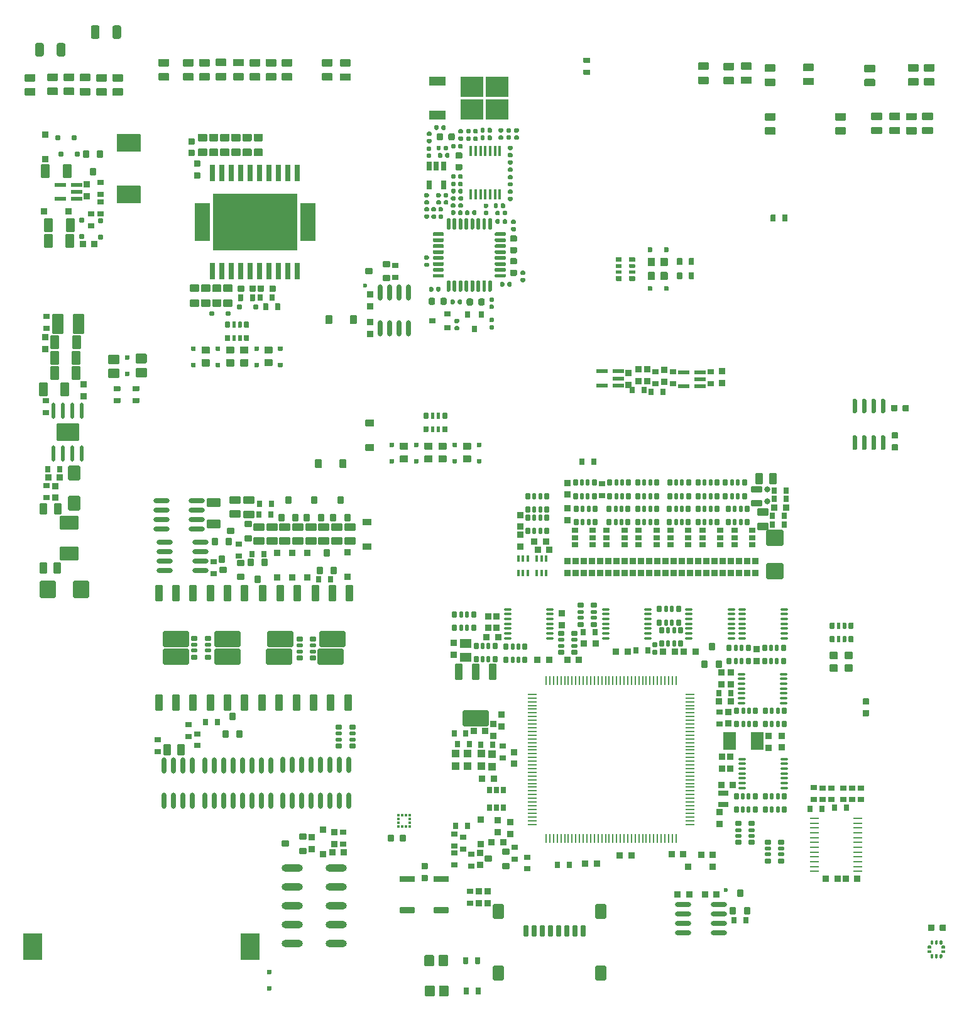
<source format=gtp>
G75*
G70*
%OFA0B0*%
%FSLAX25Y25*%
%IPPOS*%
%LPD*%
%AMOC8*
5,1,8,0,0,1.08239X$1,22.5*
%
%AMM147*
21,1,0.039370,0.049210,-0.000000,0.000000,180.000000*
21,1,0.031500,0.057090,-0.000000,0.000000,180.000000*
1,1,0.007870,-0.015750,0.024610*
1,1,0.007870,0.015750,0.024610*
1,1,0.007870,0.015750,-0.024610*
1,1,0.007870,-0.015750,-0.024610*
%
%AMM150*
21,1,0.027560,0.030710,-0.000000,0.000000,180.000000*
21,1,0.022050,0.036220,-0.000000,0.000000,180.000000*
1,1,0.005510,-0.011020,0.015350*
1,1,0.005510,0.011020,0.015350*
1,1,0.005510,0.011020,-0.015350*
1,1,0.005510,-0.011020,-0.015350*
%
%AMM154*
21,1,0.033470,0.026770,-0.000000,0.000000,0.000000*
21,1,0.026770,0.033470,-0.000000,0.000000,0.000000*
1,1,0.006690,0.013390,-0.013390*
1,1,0.006690,-0.013390,-0.013390*
1,1,0.006690,-0.013390,0.013390*
1,1,0.006690,0.013390,0.013390*
%
%AMM157*
21,1,0.027560,0.030710,-0.000000,0.000000,90.000000*
21,1,0.022050,0.036220,-0.000000,0.000000,90.000000*
1,1,0.005510,0.015350,0.011020*
1,1,0.005510,0.015350,-0.011020*
1,1,0.005510,-0.015350,-0.011020*
1,1,0.005510,-0.015350,0.011020*
%
%AMM159*
21,1,0.033470,0.026770,-0.000000,0.000000,270.000000*
21,1,0.026770,0.033470,-0.000000,0.000000,270.000000*
1,1,0.006690,-0.013390,-0.013390*
1,1,0.006690,-0.013390,0.013390*
1,1,0.006690,0.013390,0.013390*
1,1,0.006690,0.013390,-0.013390*
%
%AMM176*
21,1,0.035430,0.050000,-0.000000,-0.000000,90.000000*
21,1,0.028350,0.057090,-0.000000,-0.000000,90.000000*
1,1,0.007090,0.025000,0.014170*
1,1,0.007090,0.025000,-0.014170*
1,1,0.007090,-0.025000,-0.014170*
1,1,0.007090,-0.025000,0.014170*
%
%AMM177*
21,1,0.086610,0.073230,-0.000000,-0.000000,90.000000*
21,1,0.069290,0.090550,-0.000000,-0.000000,90.000000*
1,1,0.017320,0.036610,0.034650*
1,1,0.017320,0.036610,-0.034650*
1,1,0.017320,-0.036610,-0.034650*
1,1,0.017320,-0.036610,0.034650*
%
%AMM178*
21,1,0.027560,0.030710,-0.000000,-0.000000,270.000000*
21,1,0.022050,0.036220,-0.000000,-0.000000,270.000000*
1,1,0.005510,-0.015350,-0.011020*
1,1,0.005510,-0.015350,0.011020*
1,1,0.005510,0.015350,0.011020*
1,1,0.005510,0.015350,-0.011020*
%
%AMM180*
21,1,0.025590,0.026380,-0.000000,-0.000000,180.000000*
21,1,0.020470,0.031500,-0.000000,-0.000000,180.000000*
1,1,0.005120,-0.010240,0.013190*
1,1,0.005120,0.010240,0.013190*
1,1,0.005120,0.010240,-0.013190*
1,1,0.005120,-0.010240,-0.013190*
%
%AMM181*
21,1,0.023620,0.030710,-0.000000,-0.000000,270.000000*
21,1,0.018900,0.035430,-0.000000,-0.000000,270.000000*
1,1,0.004720,-0.015350,-0.009450*
1,1,0.004720,-0.015350,0.009450*
1,1,0.004720,0.015350,0.009450*
1,1,0.004720,0.015350,-0.009450*
%
%AMM182*
21,1,0.033470,0.026770,-0.000000,-0.000000,90.000000*
21,1,0.026770,0.033470,-0.000000,-0.000000,90.000000*
1,1,0.006690,0.013390,0.013390*
1,1,0.006690,0.013390,-0.013390*
1,1,0.006690,-0.013390,-0.013390*
1,1,0.006690,-0.013390,0.013390*
%
%AMM183*
21,1,0.017720,0.027950,-0.000000,-0.000000,180.000000*
21,1,0.014170,0.031500,-0.000000,-0.000000,180.000000*
1,1,0.003540,-0.007090,0.013980*
1,1,0.003540,0.007090,0.013980*
1,1,0.003540,0.007090,-0.013980*
1,1,0.003540,-0.007090,-0.013980*
%
%AMM184*
21,1,0.039370,0.049210,-0.000000,-0.000000,270.000000*
21,1,0.031500,0.057090,-0.000000,-0.000000,270.000000*
1,1,0.007870,-0.024610,-0.015750*
1,1,0.007870,-0.024610,0.015750*
1,1,0.007870,0.024610,0.015750*
1,1,0.007870,0.024610,-0.015750*
%
%AMM185*
21,1,0.027560,0.030710,-0.000000,-0.000000,180.000000*
21,1,0.022050,0.036220,-0.000000,-0.000000,180.000000*
1,1,0.005510,-0.011020,0.015350*
1,1,0.005510,0.011020,0.015350*
1,1,0.005510,0.011020,-0.015350*
1,1,0.005510,-0.011020,-0.015350*
%
%AMM186*
21,1,0.039370,0.049210,-0.000000,-0.000000,0.000000*
21,1,0.031500,0.057090,-0.000000,-0.000000,0.000000*
1,1,0.007870,0.015750,-0.024610*
1,1,0.007870,-0.015750,-0.024610*
1,1,0.007870,-0.015750,0.024610*
1,1,0.007870,0.015750,0.024610*
%
%AMM188*
21,1,0.033470,0.026770,-0.000000,-0.000000,0.000000*
21,1,0.026770,0.033470,-0.000000,-0.000000,0.000000*
1,1,0.006690,0.013390,-0.013390*
1,1,0.006690,-0.013390,-0.013390*
1,1,0.006690,-0.013390,0.013390*
1,1,0.006690,0.013390,0.013390*
%
%AMM206*
21,1,0.033470,0.026770,-0.000000,-0.000000,180.000000*
21,1,0.026770,0.033470,-0.000000,-0.000000,180.000000*
1,1,0.006690,-0.013390,0.013390*
1,1,0.006690,0.013390,0.013390*
1,1,0.006690,0.013390,-0.013390*
1,1,0.006690,-0.013390,-0.013390*
%
%AMM207*
21,1,0.027560,0.030710,-0.000000,-0.000000,90.000000*
21,1,0.022050,0.036220,-0.000000,-0.000000,90.000000*
1,1,0.005510,0.015350,0.011020*
1,1,0.005510,0.015350,-0.011020*
1,1,0.005510,-0.015350,-0.011020*
1,1,0.005510,-0.015350,0.011020*
%
%AMM216*
21,1,0.027560,0.030710,-0.000000,0.000000,270.000000*
21,1,0.022050,0.036220,-0.000000,0.000000,270.000000*
1,1,0.005510,-0.015350,-0.011020*
1,1,0.005510,-0.015350,0.011020*
1,1,0.005510,0.015350,0.011020*
1,1,0.005510,0.015350,-0.011020*
%
%AMM259*
21,1,0.027560,0.030710,-0.000000,-0.000000,0.000000*
21,1,0.022050,0.036220,-0.000000,-0.000000,0.000000*
1,1,0.005510,0.011020,-0.015350*
1,1,0.005510,-0.011020,-0.015350*
1,1,0.005510,-0.011020,0.015350*
1,1,0.005510,0.011020,0.015350*
%
%AMM262*
21,1,0.035830,0.026770,-0.000000,-0.000000,90.000000*
21,1,0.029130,0.033470,-0.000000,-0.000000,90.000000*
1,1,0.006690,0.013390,0.014570*
1,1,0.006690,0.013390,-0.014570*
1,1,0.006690,-0.013390,-0.014570*
1,1,0.006690,-0.013390,0.014570*
%
%AMM263*
21,1,0.035430,0.030320,-0.000000,-0.000000,0.000000*
21,1,0.028350,0.037400,-0.000000,-0.000000,0.000000*
1,1,0.007090,0.014170,-0.015160*
1,1,0.007090,-0.014170,-0.015160*
1,1,0.007090,-0.014170,0.015160*
1,1,0.007090,0.014170,0.015160*
%
%AMM264*
21,1,0.023620,0.030710,-0.000000,-0.000000,0.000000*
21,1,0.018900,0.035430,-0.000000,-0.000000,0.000000*
1,1,0.004720,0.009450,-0.015350*
1,1,0.004720,-0.009450,-0.015350*
1,1,0.004720,-0.009450,0.015350*
1,1,0.004720,0.009450,0.015350*
%
%AMM265*
21,1,0.035430,0.030320,-0.000000,-0.000000,90.000000*
21,1,0.028350,0.037400,-0.000000,-0.000000,90.000000*
1,1,0.007090,0.015160,0.014170*
1,1,0.007090,0.015160,-0.014170*
1,1,0.007090,-0.015160,-0.014170*
1,1,0.007090,-0.015160,0.014170*
%
%AMM268*
21,1,0.039370,0.035430,-0.000000,-0.000000,90.000000*
21,1,0.031500,0.043310,-0.000000,-0.000000,90.000000*
1,1,0.007870,0.017720,0.015750*
1,1,0.007870,0.017720,-0.015750*
1,1,0.007870,-0.017720,-0.015750*
1,1,0.007870,-0.017720,0.015750*
%
%AMM269*
21,1,0.043310,0.075990,-0.000000,-0.000000,180.000000*
21,1,0.034650,0.084650,-0.000000,-0.000000,180.000000*
1,1,0.008660,-0.017320,0.037990*
1,1,0.008660,0.017320,0.037990*
1,1,0.008660,0.017320,-0.037990*
1,1,0.008660,-0.017320,-0.037990*
%
%AMM271*
21,1,0.027560,0.018900,-0.000000,-0.000000,0.000000*
21,1,0.022840,0.023620,-0.000000,-0.000000,0.000000*
1,1,0.004720,0.011420,-0.009450*
1,1,0.004720,-0.011420,-0.009450*
1,1,0.004720,-0.011420,0.009450*
1,1,0.004720,0.011420,0.009450*
%
%AMM272*
21,1,0.043310,0.075980,-0.000000,-0.000000,180.000000*
21,1,0.034650,0.084650,-0.000000,-0.000000,180.000000*
1,1,0.008660,-0.017320,0.037990*
1,1,0.008660,0.017320,0.037990*
1,1,0.008660,0.017320,-0.037990*
1,1,0.008660,-0.017320,-0.037990*
%
%AMM273*
21,1,0.137800,0.067720,-0.000000,-0.000000,180.000000*
21,1,0.120870,0.084650,-0.000000,-0.000000,180.000000*
1,1,0.016930,-0.060430,0.033860*
1,1,0.016930,0.060430,0.033860*
1,1,0.016930,0.060430,-0.033860*
1,1,0.016930,-0.060430,-0.033860*
%
%AMM274*
21,1,0.035830,0.026770,-0.000000,-0.000000,0.000000*
21,1,0.029130,0.033470,-0.000000,-0.000000,0.000000*
1,1,0.006690,0.014570,-0.013390*
1,1,0.006690,-0.014570,-0.013390*
1,1,0.006690,-0.014570,0.013390*
1,1,0.006690,0.014570,0.013390*
%
%AMM275*
21,1,0.027560,0.049610,-0.000000,-0.000000,90.000000*
21,1,0.022050,0.055120,-0.000000,-0.000000,90.000000*
1,1,0.005510,0.024800,0.011020*
1,1,0.005510,0.024800,-0.011020*
1,1,0.005510,-0.024800,-0.011020*
1,1,0.005510,-0.024800,0.011020*
%
%AMM276*
21,1,0.017720,0.027950,-0.000000,-0.000000,90.000000*
21,1,0.014170,0.031500,-0.000000,-0.000000,90.000000*
1,1,0.003540,0.013980,0.007090*
1,1,0.003540,0.013980,-0.007090*
1,1,0.003540,-0.013980,-0.007090*
1,1,0.003540,-0.013980,0.007090*
%
%AMM277*
21,1,0.025590,0.026380,-0.000000,-0.000000,90.000000*
21,1,0.020470,0.031500,-0.000000,-0.000000,90.000000*
1,1,0.005120,0.013190,0.010240*
1,1,0.005120,0.013190,-0.010240*
1,1,0.005120,-0.013190,-0.010240*
1,1,0.005120,-0.013190,0.010240*
%
%AMM298*
21,1,0.035430,0.030320,-0.000000,0.000000,90.000000*
21,1,0.028350,0.037400,-0.000000,0.000000,90.000000*
1,1,0.007090,0.015160,0.014170*
1,1,0.007090,0.015160,-0.014170*
1,1,0.007090,-0.015160,-0.014170*
1,1,0.007090,-0.015160,0.014170*
%
%AMM299*
21,1,0.070870,0.036220,-0.000000,0.000000,90.000000*
21,1,0.061810,0.045280,-0.000000,0.000000,90.000000*
1,1,0.009060,0.018110,0.030910*
1,1,0.009060,0.018110,-0.030910*
1,1,0.009060,-0.018110,-0.030910*
1,1,0.009060,-0.018110,0.030910*
%
%AMM302*
21,1,0.035830,0.026770,-0.000000,0.000000,180.000000*
21,1,0.029130,0.033470,-0.000000,0.000000,180.000000*
1,1,0.006690,-0.014570,0.013390*
1,1,0.006690,0.014570,0.013390*
1,1,0.006690,0.014570,-0.013390*
1,1,0.006690,-0.014570,-0.013390*
%
%AMM305*
21,1,0.025590,0.026380,-0.000000,0.000000,180.000000*
21,1,0.020470,0.031500,-0.000000,0.000000,180.000000*
1,1,0.005120,-0.010240,0.013190*
1,1,0.005120,0.010240,0.013190*
1,1,0.005120,0.010240,-0.013190*
1,1,0.005120,-0.010240,-0.013190*
%
%AMM307*
21,1,0.017720,0.027950,-0.000000,0.000000,180.000000*
21,1,0.014170,0.031500,-0.000000,0.000000,180.000000*
1,1,0.003540,-0.007090,0.013980*
1,1,0.003540,0.007090,0.013980*
1,1,0.003540,0.007090,-0.013980*
1,1,0.003540,-0.007090,-0.013980*
%
%AMM31*
21,1,0.027560,0.030710,0.000000,0.000000,270.000000*
21,1,0.022050,0.036220,0.000000,0.000000,270.000000*
1,1,0.005510,-0.015350,-0.011020*
1,1,0.005510,-0.015350,0.011020*
1,1,0.005510,0.015350,0.011020*
1,1,0.005510,0.015350,-0.011020*
%
%AMM318*
21,1,0.035430,0.030320,-0.000000,-0.000000,180.000000*
21,1,0.028350,0.037400,-0.000000,-0.000000,180.000000*
1,1,0.007090,-0.014170,0.015160*
1,1,0.007090,0.014170,0.015160*
1,1,0.007090,0.014170,-0.015160*
1,1,0.007090,-0.014170,-0.015160*
%
%AMM321*
21,1,0.035830,0.026770,-0.000000,-0.000000,270.000000*
21,1,0.029130,0.033470,-0.000000,-0.000000,270.000000*
1,1,0.006690,-0.013390,-0.014570*
1,1,0.006690,-0.013390,0.014570*
1,1,0.006690,0.013390,0.014570*
1,1,0.006690,0.013390,-0.014570*
%
%AMM322*
21,1,0.043310,0.075990,-0.000000,-0.000000,0.000000*
21,1,0.034650,0.084650,-0.000000,-0.000000,0.000000*
1,1,0.008660,0.017320,-0.037990*
1,1,0.008660,-0.017320,-0.037990*
1,1,0.008660,-0.017320,0.037990*
1,1,0.008660,0.017320,0.037990*
%
%AMM323*
21,1,0.043310,0.075980,-0.000000,-0.000000,0.000000*
21,1,0.034650,0.084650,-0.000000,-0.000000,0.000000*
1,1,0.008660,0.017320,-0.037990*
1,1,0.008660,-0.017320,-0.037990*
1,1,0.008660,-0.017320,0.037990*
1,1,0.008660,0.017320,0.037990*
%
%AMM324*
21,1,0.025590,0.026380,-0.000000,-0.000000,270.000000*
21,1,0.020470,0.031500,-0.000000,-0.000000,270.000000*
1,1,0.005120,-0.013190,-0.010240*
1,1,0.005120,-0.013190,0.010240*
1,1,0.005120,0.013190,0.010240*
1,1,0.005120,0.013190,-0.010240*
%
%AMM325*
21,1,0.137800,0.067720,-0.000000,-0.000000,0.000000*
21,1,0.120870,0.084650,-0.000000,-0.000000,0.000000*
1,1,0.016930,0.060430,-0.033860*
1,1,0.016930,-0.060430,-0.033860*
1,1,0.016930,-0.060430,0.033860*
1,1,0.016930,0.060430,0.033860*
%
%AMM326*
21,1,0.017720,0.027950,-0.000000,-0.000000,270.000000*
21,1,0.014170,0.031500,-0.000000,-0.000000,270.000000*
1,1,0.003540,-0.013980,-0.007090*
1,1,0.003540,-0.013980,0.007090*
1,1,0.003540,0.013980,0.007090*
1,1,0.003540,0.013980,-0.007090*
%
%AMM327*
21,1,0.070870,0.036220,-0.000000,-0.000000,180.000000*
21,1,0.061810,0.045280,-0.000000,-0.000000,180.000000*
1,1,0.009060,-0.030910,0.018110*
1,1,0.009060,0.030910,0.018110*
1,1,0.009060,0.030910,-0.018110*
1,1,0.009060,-0.030910,-0.018110*
%
%AMM337*
21,1,0.012600,0.028980,-0.000000,0.000000,0.000000*
21,1,0.010080,0.031500,-0.000000,0.000000,0.000000*
1,1,0.002520,0.005040,-0.014490*
1,1,0.002520,-0.005040,-0.014490*
1,1,0.002520,-0.005040,0.014490*
1,1,0.002520,0.005040,0.014490*
%
%AMM347*
21,1,0.035830,0.026770,-0.000000,0.000000,90.000000*
21,1,0.029130,0.033470,-0.000000,0.000000,90.000000*
1,1,0.006690,0.013390,0.014570*
1,1,0.006690,0.013390,-0.014570*
1,1,0.006690,-0.013390,-0.014570*
1,1,0.006690,-0.013390,0.014570*
%
%AMM351*
21,1,0.035430,0.030320,0.000000,-0.000000,90.000000*
21,1,0.028350,0.037400,0.000000,-0.000000,90.000000*
1,1,0.007090,0.015160,0.014170*
1,1,0.007090,0.015160,-0.014170*
1,1,0.007090,-0.015160,-0.014170*
1,1,0.007090,-0.015160,0.014170*
%
%AMM352*
21,1,0.033470,0.026770,0.000000,-0.000000,270.000000*
21,1,0.026770,0.033470,0.000000,-0.000000,270.000000*
1,1,0.006690,-0.013390,-0.013390*
1,1,0.006690,-0.013390,0.013390*
1,1,0.006690,0.013390,0.013390*
1,1,0.006690,0.013390,-0.013390*
%
%AMM353*
21,1,0.027560,0.030710,0.000000,-0.000000,90.000000*
21,1,0.022050,0.036220,0.000000,-0.000000,90.000000*
1,1,0.005510,0.015350,0.011020*
1,1,0.005510,0.015350,-0.011020*
1,1,0.005510,-0.015350,-0.011020*
1,1,0.005510,-0.015350,0.011020*
%
%AMM359*
21,1,0.021650,0.052760,-0.000000,-0.000000,90.000000*
21,1,0.017320,0.057090,-0.000000,-0.000000,90.000000*
1,1,0.004330,0.026380,0.008660*
1,1,0.004330,0.026380,-0.008660*
1,1,0.004330,-0.026380,-0.008660*
1,1,0.004330,-0.026380,0.008660*
%
%AMM361*
21,1,0.035430,0.030320,-0.000000,0.000000,180.000000*
21,1,0.028350,0.037400,-0.000000,0.000000,180.000000*
1,1,0.007090,-0.014170,0.015160*
1,1,0.007090,0.014170,0.015160*
1,1,0.007090,0.014170,-0.015160*
1,1,0.007090,-0.014170,-0.015160*
%
%AMM363*
21,1,0.021650,0.052760,-0.000000,0.000000,90.000000*
21,1,0.017320,0.057090,-0.000000,0.000000,90.000000*
1,1,0.004330,0.026380,0.008660*
1,1,0.004330,0.026380,-0.008660*
1,1,0.004330,-0.026380,-0.008660*
1,1,0.004330,-0.026380,0.008660*
%
%AMM364*
21,1,0.023620,0.018900,-0.000000,0.000000,0.000000*
21,1,0.018900,0.023620,-0.000000,0.000000,0.000000*
1,1,0.004720,0.009450,-0.009450*
1,1,0.004720,-0.009450,-0.009450*
1,1,0.004720,-0.009450,0.009450*
1,1,0.004720,0.009450,0.009450*
%
%AMM365*
21,1,0.094490,0.111020,-0.000000,0.000000,270.000000*
21,1,0.075590,0.129920,-0.000000,0.000000,270.000000*
1,1,0.018900,-0.055510,-0.037800*
1,1,0.018900,-0.055510,0.037800*
1,1,0.018900,0.055510,0.037800*
1,1,0.018900,0.055510,-0.037800*
%
%AMM366*
21,1,0.023620,0.018900,-0.000000,0.000000,270.000000*
21,1,0.018900,0.023620,-0.000000,0.000000,270.000000*
1,1,0.004720,-0.009450,-0.009450*
1,1,0.004720,-0.009450,0.009450*
1,1,0.004720,0.009450,0.009450*
1,1,0.004720,0.009450,-0.009450*
%
%AMM367*
21,1,0.033470,0.026770,-0.000000,0.000000,180.000000*
21,1,0.026770,0.033470,-0.000000,0.000000,180.000000*
1,1,0.006690,-0.013390,0.013390*
1,1,0.006690,0.013390,0.013390*
1,1,0.006690,0.013390,-0.013390*
1,1,0.006690,-0.013390,-0.013390*
%
%AMM374*
21,1,0.106300,0.050390,-0.000000,0.000000,90.000000*
21,1,0.093700,0.062990,-0.000000,0.000000,90.000000*
1,1,0.012600,0.025200,0.046850*
1,1,0.012600,0.025200,-0.046850*
1,1,0.012600,-0.025200,-0.046850*
1,1,0.012600,-0.025200,0.046850*
%
%AMM375*
21,1,0.074800,0.083460,-0.000000,0.000000,270.000000*
21,1,0.059840,0.098430,-0.000000,0.000000,270.000000*
1,1,0.014960,-0.041730,-0.029920*
1,1,0.014960,-0.041730,0.029920*
1,1,0.014960,0.041730,0.029920*
1,1,0.014960,0.041730,-0.029920*
%
%AMM376*
21,1,0.078740,0.053540,-0.000000,0.000000,270.000000*
21,1,0.065350,0.066930,-0.000000,0.000000,270.000000*
1,1,0.013390,-0.026770,-0.032680*
1,1,0.013390,-0.026770,0.032680*
1,1,0.013390,0.026770,0.032680*
1,1,0.013390,0.026770,-0.032680*
%
%AMM377*
21,1,0.122050,0.075590,-0.000000,0.000000,0.000000*
21,1,0.103150,0.094490,-0.000000,0.000000,0.000000*
1,1,0.018900,0.051580,-0.037800*
1,1,0.018900,-0.051580,-0.037800*
1,1,0.018900,-0.051580,0.037800*
1,1,0.018900,0.051580,0.037800*
%
%AMM378*
21,1,0.086610,0.073230,-0.000000,0.000000,180.000000*
21,1,0.069290,0.090550,-0.000000,0.000000,180.000000*
1,1,0.017320,-0.034650,0.036610*
1,1,0.017320,0.034650,0.036610*
1,1,0.017320,0.034650,-0.036610*
1,1,0.017320,-0.034650,-0.036610*
%
%AMM379*
21,1,0.070870,0.036220,-0.000000,0.000000,270.000000*
21,1,0.061810,0.045280,-0.000000,0.000000,270.000000*
1,1,0.009060,-0.018110,-0.030910*
1,1,0.009060,-0.018110,0.030910*
1,1,0.009060,0.018110,0.030910*
1,1,0.009060,0.018110,-0.030910*
%
%AMM78*
21,1,0.078740,0.045670,0.000000,0.000000,270.000000*
21,1,0.067320,0.057090,0.000000,0.000000,270.000000*
1,1,0.011420,-0.022840,-0.033660*
1,1,0.011420,-0.022840,0.033660*
1,1,0.011420,0.022840,0.033660*
1,1,0.011420,0.022840,-0.033660*
%
%AMM79*
21,1,0.059060,0.020470,0.000000,0.000000,270.000000*
21,1,0.053940,0.025590,0.000000,0.000000,270.000000*
1,1,0.005120,-0.010240,-0.026970*
1,1,0.005120,-0.010240,0.026970*
1,1,0.005120,0.010240,0.026970*
1,1,0.005120,0.010240,-0.026970*
%
%AMM80*
21,1,0.033470,0.026770,0.000000,0.000000,90.000000*
21,1,0.026770,0.033470,0.000000,0.000000,90.000000*
1,1,0.006690,0.013390,0.013390*
1,1,0.006690,0.013390,-0.013390*
1,1,0.006690,-0.013390,-0.013390*
1,1,0.006690,-0.013390,0.013390*
%
%ADD11O,0.05118X0.00866*%
%ADD110R,0.03150X0.03543*%
%ADD114O,0.00866X0.05118*%
%ADD131C,0.02362*%
%ADD138R,0.01476X0.01378*%
%ADD150M31*%
%ADD156R,0.45000X0.30000*%
%ADD160R,0.03543X0.03150*%
%ADD166R,0.10236X0.14173*%
%ADD179R,0.03150X0.08661*%
%ADD221M78*%
%ADD223O,0.00000X0.00000*%
%ADD247C,0.03150*%
%ADD266O,0.04961X0.00984*%
%ADD268R,0.06693X0.09449*%
%ADD280O,0.04331X0.01181*%
%ADD284M80*%
%ADD310O,0.02362X0.08661*%
%ADD324M79*%
%ADD325R,0.08000X0.20000*%
%ADD361M147*%
%ADD364M150*%
%ADD368M154*%
%ADD371M157*%
%ADD373M159*%
%ADD390M176*%
%ADD391M177*%
%ADD392M178*%
%ADD394M180*%
%ADD395M181*%
%ADD396M182*%
%ADD397M183*%
%ADD398M184*%
%ADD399M185*%
%ADD400M186*%
%ADD402M188*%
%ADD424M206*%
%ADD425M207*%
%ADD43R,0.05906X0.05118*%
%ADD434M216*%
%ADD483M259*%
%ADD486M262*%
%ADD487M263*%
%ADD488M264*%
%ADD489M265*%
%ADD492M268*%
%ADD493M269*%
%ADD495M271*%
%ADD496M272*%
%ADD497M273*%
%ADD498M274*%
%ADD499M275*%
%ADD500M276*%
%ADD501M277*%
%ADD528M298*%
%ADD529M299*%
%ADD540M302*%
%ADD543M305*%
%ADD545M307*%
%ADD557M318*%
%ADD560M321*%
%ADD561M322*%
%ADD562M323*%
%ADD563M324*%
%ADD564M325*%
%ADD565M326*%
%ADD566M327*%
%ADD576M337*%
%ADD585O,0.11221X0.04016*%
%ADD587M347*%
%ADD592M351*%
%ADD593M352*%
%ADD594M353*%
%ADD600M359*%
%ADD602M361*%
%ADD604M363*%
%ADD605M364*%
%ADD606M365*%
%ADD607M366*%
%ADD608M367*%
%ADD619M374*%
%ADD620M375*%
%ADD621O,0.01968X0.08661*%
%ADD622M376*%
%ADD623M377*%
%ADD624M378*%
%ADD625M379*%
%ADD636R,0.08661X0.04724*%
%ADD637R,0.02559X0.04803*%
%ADD638R,0.01772X0.05709*%
%ADD639R,0.12008X0.10827*%
%ADD73R,0.01378X0.01476*%
%ADD88O,0.08661X0.02362*%
%ADD91O,0.03937X0.01968*%
X0000000Y0000000D02*
%LPD*%
G01*
D223*
X0354207Y0023012D03*
X0323695Y0076358D03*
X0326727Y0017992D03*
G36*
G01*
X0504232Y0476575D02*
X0499311Y0476575D01*
G75*
G02*
X0498917Y0476969I0000000J0000394D01*
G01*
X0498917Y0480118D01*
G75*
G02*
X0499311Y0480512I0000394J0000000D01*
G01*
X0504232Y0480512D01*
G75*
G02*
X0504626Y0480118I0000000J-000394D01*
G01*
X0504626Y0476969D01*
G75*
G02*
X0504232Y0476575I-000394J0000000D01*
G01*
G37*
G36*
G01*
X0504232Y0484055D02*
X0499311Y0484055D01*
G75*
G02*
X0498917Y0484449I0000000J0000394D01*
G01*
X0498917Y0487599D01*
G75*
G02*
X0499311Y0487992I0000394J0000000D01*
G01*
X0504232Y0487992D01*
G75*
G02*
X0504626Y0487599I0000000J-000394D01*
G01*
X0504626Y0484449D01*
G75*
G02*
X0504232Y0484055I-000394J0000000D01*
G01*
G37*
G36*
G01*
X0191533Y0505041D02*
X0186612Y0505041D01*
G75*
G02*
X0186218Y0505434I0000000J0000394D01*
G01*
X0186218Y0508584D01*
G75*
G02*
X0186612Y0508978I0000394J0000000D01*
G01*
X0191533Y0508978D01*
G75*
G02*
X0191927Y0508584I0000000J-000394D01*
G01*
X0191927Y0505434D01*
G75*
G02*
X0191533Y0505041I-000394J0000000D01*
G01*
G37*
G36*
G01*
X0191533Y0512521D02*
X0186612Y0512521D01*
G75*
G02*
X0186218Y0512915I0000000J0000394D01*
G01*
X0186218Y0516064D01*
G75*
G02*
X0186612Y0516458I0000394J0000000D01*
G01*
X0191533Y0516458D01*
G75*
G02*
X0191927Y0516064I0000000J-000394D01*
G01*
X0191927Y0512915D01*
G75*
G02*
X0191533Y0512521I-000394J0000000D01*
G01*
G37*
G36*
G01*
X0097283Y0343159D02*
X0100354Y0343159D01*
G75*
G02*
X0100630Y0342884I0000000J-000276D01*
G01*
X0100630Y0340679D01*
G75*
G02*
X0100354Y0340404I-000276J0000000D01*
G01*
X0097283Y0340404D01*
G75*
G02*
X0097008Y0340679I0000000J0000276D01*
G01*
X0097008Y0342884D01*
G75*
G02*
X0097283Y0343159I0000276J0000000D01*
G01*
G37*
G36*
G01*
X0097283Y0336860D02*
X0100354Y0336860D01*
G75*
G02*
X0100630Y0336585I0000000J-000276D01*
G01*
X0100630Y0334380D01*
G75*
G02*
X0100354Y0334104I-000276J0000000D01*
G01*
X0097283Y0334104D01*
G75*
G02*
X0097008Y0334380I0000000J0000276D01*
G01*
X0097008Y0336585D01*
G75*
G02*
X0097283Y0336860I0000276J0000000D01*
G01*
G37*
G36*
G01*
X0445479Y0430671D02*
X0445479Y0433741D01*
G75*
G02*
X0445755Y0434017I0000276J0000000D01*
G01*
X0447959Y0434017D01*
G75*
G02*
X0448235Y0433741I0000000J-000276D01*
G01*
X0448235Y0430671D01*
G75*
G02*
X0447959Y0430395I-000276J0000000D01*
G01*
X0445755Y0430395D01*
G75*
G02*
X0445479Y0430671I0000000J0000276D01*
G01*
G37*
G36*
G01*
X0451778Y0430671D02*
X0451778Y0433741D01*
G75*
G02*
X0452054Y0434017I0000276J0000000D01*
G01*
X0454259Y0434017D01*
G75*
G02*
X0454534Y0433741I0000000J-000276D01*
G01*
X0454534Y0430671D01*
G75*
G02*
X0454259Y0430395I-000276J0000000D01*
G01*
X0452054Y0430395D01*
G75*
G02*
X0451778Y0430671I0000000J0000276D01*
G01*
G37*
G36*
G01*
X0242507Y0102226D02*
X0242507Y0104903D01*
G75*
G02*
X0242841Y0105238I0000335J0000000D01*
G01*
X0245518Y0105238D01*
G75*
G02*
X0245853Y0104903I0000000J-000335D01*
G01*
X0245853Y0102226D01*
G75*
G02*
X0245518Y0101891I-000335J0000000D01*
G01*
X0242841Y0101891D01*
G75*
G02*
X0242507Y0102226I0000000J0000335D01*
G01*
G37*
G36*
G01*
X0248727Y0102226D02*
X0248727Y0104903D01*
G75*
G02*
X0249062Y0105238I0000335J0000000D01*
G01*
X0251739Y0105238D01*
G75*
G02*
X0252074Y0104903I0000000J-000335D01*
G01*
X0252074Y0102226D01*
G75*
G02*
X0251739Y0101891I-000335J0000000D01*
G01*
X0249062Y0101891D01*
G75*
G02*
X0248727Y0102226I0000000J0000335D01*
G01*
G37*
G36*
G01*
X0173333Y0388545D02*
X0173333Y0391616D01*
G75*
G02*
X0173609Y0391891I0000276J0000000D01*
G01*
X0175814Y0391891D01*
G75*
G02*
X0176089Y0391616I0000000J-000276D01*
G01*
X0176089Y0388545D01*
G75*
G02*
X0175814Y0388269I-000276J0000000D01*
G01*
X0173609Y0388269D01*
G75*
G02*
X0173333Y0388545I0000000J0000276D01*
G01*
G37*
G36*
G01*
X0179633Y0388545D02*
X0179633Y0391616D01*
G75*
G02*
X0179908Y0391891I0000276J0000000D01*
G01*
X0182113Y0391891D01*
G75*
G02*
X0182389Y0391616I0000000J-000276D01*
G01*
X0182389Y0388545D01*
G75*
G02*
X0182113Y0388269I-000276J0000000D01*
G01*
X0179908Y0388269D01*
G75*
G02*
X0179633Y0388545I0000000J0000276D01*
G01*
G37*
G36*
G01*
X0222448Y0504942D02*
X0217526Y0504942D01*
G75*
G02*
X0217133Y0505336I0000000J0000394D01*
G01*
X0217133Y0508486D01*
G75*
G02*
X0217526Y0508879I0000394J0000000D01*
G01*
X0222448Y0508879D01*
G75*
G02*
X0222841Y0508486I0000000J-000394D01*
G01*
X0222841Y0505336D01*
G75*
G02*
X0222448Y0504942I-000394J0000000D01*
G01*
G37*
G36*
G01*
X0222448Y0512423D02*
X0217526Y0512423D01*
G75*
G02*
X0217133Y0512816I0000000J0000394D01*
G01*
X0217133Y0515966D01*
G75*
G02*
X0217526Y0516360I0000394J0000000D01*
G01*
X0222448Y0516360D01*
G75*
G02*
X0222841Y0515966I0000000J-000394D01*
G01*
X0222841Y0512816D01*
G75*
G02*
X0222448Y0512423I-000394J0000000D01*
G01*
G37*
X0225374Y0268983D03*
G36*
G01*
X0126089Y0505041D02*
X0121168Y0505041D01*
G75*
G02*
X0120774Y0505434I0000000J0000394D01*
G01*
X0120774Y0508584D01*
G75*
G02*
X0121168Y0508978I0000394J0000000D01*
G01*
X0126089Y0508978D01*
G75*
G02*
X0126483Y0508584I0000000J-000394D01*
G01*
X0126483Y0505434D01*
G75*
G02*
X0126089Y0505041I-000394J0000000D01*
G01*
G37*
G36*
G01*
X0126089Y0512521D02*
X0121168Y0512521D01*
G75*
G02*
X0120774Y0512915I0000000J0000394D01*
G01*
X0120774Y0516064D01*
G75*
G02*
X0121168Y0516458I0000394J0000000D01*
G01*
X0126089Y0516458D01*
G75*
G02*
X0126483Y0516064I0000000J-000394D01*
G01*
X0126483Y0512915D01*
G75*
G02*
X0126089Y0512521I-000394J0000000D01*
G01*
G37*
G36*
G01*
X0267347Y0025001D02*
X0267347Y0020119D01*
G75*
G02*
X0266835Y0019608I-000512J0000000D01*
G01*
X0262740Y0019608D01*
G75*
G02*
X0262228Y0020119I0000000J0000512D01*
G01*
X0262228Y0025001D01*
G75*
G02*
X0262740Y0025513I0000512J0000000D01*
G01*
X0266835Y0025513D01*
G75*
G02*
X0267347Y0025001I0000000J-000512D01*
G01*
G37*
G36*
G01*
X0274827Y0025001D02*
X0274827Y0020119D01*
G75*
G02*
X0274315Y0019608I-000512J0000000D01*
G01*
X0270221Y0019608D01*
G75*
G02*
X0269709Y0020119I0000000J0000512D01*
G01*
X0269709Y0025001D01*
G75*
G02*
X0270221Y0025513I0000512J0000000D01*
G01*
X0274315Y0025513D01*
G75*
G02*
X0274827Y0025001I0000000J-000512D01*
G01*
G37*
G36*
G01*
X0447644Y0502186D02*
X0442723Y0502186D01*
G75*
G02*
X0442329Y0502580I0000000J0000394D01*
G01*
X0442329Y0505730D01*
G75*
G02*
X0442723Y0506123I0000394J0000000D01*
G01*
X0447644Y0506123D01*
G75*
G02*
X0448038Y0505730I0000000J-000394D01*
G01*
X0448038Y0502580D01*
G75*
G02*
X0447644Y0502186I-000394J0000000D01*
G01*
G37*
G36*
G01*
X0447644Y0509667D02*
X0442723Y0509667D01*
G75*
G02*
X0442329Y0510060I0000000J0000394D01*
G01*
X0442329Y0513210D01*
G75*
G02*
X0442723Y0513604I0000394J0000000D01*
G01*
X0447644Y0513604D01*
G75*
G02*
X0448038Y0513210I0000000J-000394D01*
G01*
X0448038Y0510060D01*
G75*
G02*
X0447644Y0509667I-000394J0000000D01*
G01*
G37*
G36*
G01*
X0245716Y0312977D02*
X0245716Y0311087D01*
G75*
G02*
X0245480Y0310851I-000236J0000000D01*
G01*
X0243590Y0310851D01*
G75*
G02*
X0243354Y0311087I0000000J0000236D01*
G01*
X0243354Y0312977D01*
G75*
G02*
X0243590Y0313213I0000236J0000000D01*
G01*
X0245480Y0313213D01*
G75*
G02*
X0245716Y0312977I0000000J-000236D01*
G01*
G37*
G36*
G01*
X0245716Y0304315D02*
X0245716Y0302426D01*
G75*
G02*
X0245480Y0302189I-000236J0000000D01*
G01*
X0243590Y0302189D01*
G75*
G02*
X0243354Y0302426I0000000J0000236D01*
G01*
X0243354Y0304315D01*
G75*
G02*
X0243590Y0304552I0000236J0000000D01*
G01*
X0245480Y0304552D01*
G75*
G02*
X0245716Y0304315I0000000J-000236D01*
G01*
G37*
G36*
G01*
X0136969Y0474515D02*
X0139646Y0474515D01*
G75*
G02*
X0139981Y0474180I0000000J-000335D01*
G01*
X0139981Y0471503D01*
G75*
G02*
X0139646Y0471168I-000335J0000000D01*
G01*
X0136969Y0471168D01*
G75*
G02*
X0136635Y0471503I0000000J0000335D01*
G01*
X0136635Y0474180D01*
G75*
G02*
X0136969Y0474515I0000335J0000000D01*
G01*
G37*
G36*
G01*
X0136969Y0468294D02*
X0139646Y0468294D01*
G75*
G02*
X0139981Y0467960I0000000J-000335D01*
G01*
X0139981Y0465283D01*
G75*
G02*
X0139646Y0464948I-000335J0000000D01*
G01*
X0136969Y0464948D01*
G75*
G02*
X0136635Y0465283I0000000J0000335D01*
G01*
X0136635Y0467960D01*
G75*
G02*
X0136969Y0468294I0000335J0000000D01*
G01*
G37*
G36*
G01*
X0260676Y0090336D02*
X0263353Y0090336D01*
G75*
G02*
X0263688Y0090001I0000000J-000335D01*
G01*
X0263688Y0087324D01*
G75*
G02*
X0263353Y0086990I-000335J0000000D01*
G01*
X0260676Y0086990D01*
G75*
G02*
X0260341Y0087324I0000000J0000335D01*
G01*
X0260341Y0090001D01*
G75*
G02*
X0260676Y0090336I0000335J0000000D01*
G01*
G37*
G36*
G01*
X0260676Y0084116D02*
X0263353Y0084116D01*
G75*
G02*
X0263688Y0083781I0000000J-000335D01*
G01*
X0263688Y0081104D01*
G75*
G02*
X0263353Y0080769I-000335J0000000D01*
G01*
X0260676Y0080769D01*
G75*
G02*
X0260341Y0081104I0000000J0000335D01*
G01*
X0260341Y0083781D01*
G75*
G02*
X0260676Y0084116I0000335J0000000D01*
G01*
G37*
G36*
G01*
X0249140Y0083486D02*
X0256385Y0083486D01*
G75*
G02*
X0256700Y0083171I0000000J-000315D01*
G01*
X0256700Y0080651D01*
G75*
G02*
X0256385Y0080336I-000315J0000000D01*
G01*
X0249140Y0080336D01*
G75*
G02*
X0248826Y0080651I0000000J0000315D01*
G01*
X0248826Y0083171D01*
G75*
G02*
X0249140Y0083486I0000315J0000000D01*
G01*
G37*
G36*
G01*
X0249140Y0066950D02*
X0256385Y0066950D01*
G75*
G02*
X0256700Y0066635I0000000J-000315D01*
G01*
X0256700Y0064116D01*
G75*
G02*
X0256385Y0063801I-000315J0000000D01*
G01*
X0249140Y0063801D01*
G75*
G02*
X0248826Y0064116I0000000J0000315D01*
G01*
X0248826Y0066635D01*
G75*
G02*
X0249140Y0066950I0000315J0000000D01*
G01*
G37*
G36*
G01*
X0282724Y0313213D02*
X0286267Y0313213D01*
G75*
G02*
X0286661Y0312819I0000000J-000394D01*
G01*
X0286661Y0309670D01*
G75*
G02*
X0286267Y0309276I-000394J0000000D01*
G01*
X0282724Y0309276D01*
G75*
G02*
X0282330Y0309670I0000000J0000394D01*
G01*
X0282330Y0312819D01*
G75*
G02*
X0282724Y0313213I0000394J0000000D01*
G01*
G37*
G36*
G01*
X0282724Y0306520D02*
X0286267Y0306520D01*
G75*
G02*
X0286661Y0306126I0000000J-000394D01*
G01*
X0286661Y0302977D01*
G75*
G02*
X0286267Y0302583I-000394J0000000D01*
G01*
X0282724Y0302583D01*
G75*
G02*
X0282330Y0302977I0000000J0000394D01*
G01*
X0282330Y0306126D01*
G75*
G02*
X0282724Y0306520I0000394J0000000D01*
G01*
G37*
G36*
G01*
X0518924Y0332856D02*
X0518924Y0330179D01*
G75*
G02*
X0518589Y0329844I-000335J0000000D01*
G01*
X0515912Y0329844D01*
G75*
G02*
X0515577Y0330179I0000000J0000335D01*
G01*
X0515577Y0332856D01*
G75*
G02*
X0515912Y0333190I0000335J0000000D01*
G01*
X0518589Y0333190D01*
G75*
G02*
X0518924Y0332856I0000000J-000335D01*
G01*
G37*
G36*
G01*
X0512703Y0332856D02*
X0512703Y0330179D01*
G75*
G02*
X0512369Y0329844I-000335J0000000D01*
G01*
X0509692Y0329844D01*
G75*
G02*
X0509357Y0330179I0000000J0000335D01*
G01*
X0509357Y0332856D01*
G75*
G02*
X0509692Y0333190I0000335J0000000D01*
G01*
X0512369Y0333190D01*
G75*
G02*
X0512703Y0332856I0000000J-000335D01*
G01*
G37*
G36*
G01*
X0447841Y0476399D02*
X0442920Y0476399D01*
G75*
G02*
X0442526Y0476793I0000000J0000394D01*
G01*
X0442526Y0479942D01*
G75*
G02*
X0442920Y0480336I0000394J0000000D01*
G01*
X0447841Y0480336D01*
G75*
G02*
X0448235Y0479942I0000000J-000394D01*
G01*
X0448235Y0476793D01*
G75*
G02*
X0447841Y0476399I-000394J0000000D01*
G01*
G37*
G36*
G01*
X0447841Y0483879D02*
X0442920Y0483879D01*
G75*
G02*
X0442526Y0484273I0000000J0000394D01*
G01*
X0442526Y0487423D01*
G75*
G02*
X0442920Y0487816I0000394J0000000D01*
G01*
X0447841Y0487816D01*
G75*
G02*
X0448235Y0487423I0000000J-000394D01*
G01*
X0448235Y0484273D01*
G75*
G02*
X0447841Y0483879I-000394J0000000D01*
G01*
G37*
G36*
G01*
X0220459Y0303997D02*
X0220459Y0299982D01*
G75*
G02*
X0220105Y0299627I-000354J0000000D01*
G01*
X0217270Y0299627D01*
G75*
G02*
X0216916Y0299982I0000000J0000354D01*
G01*
X0216916Y0303997D01*
G75*
G02*
X0217270Y0304352I0000354J0000000D01*
G01*
X0220105Y0304352D01*
G75*
G02*
X0220459Y0303997I0000000J-000354D01*
G01*
G37*
G36*
G01*
X0207467Y0303997D02*
X0207467Y0299982D01*
G75*
G02*
X0207113Y0299627I-000354J0000000D01*
G01*
X0204278Y0299627D01*
G75*
G02*
X0203924Y0299982I0000000J0000354D01*
G01*
X0203924Y0303997D01*
G75*
G02*
X0204278Y0304352I0000354J0000000D01*
G01*
X0207113Y0304352D01*
G75*
G02*
X0207467Y0303997I0000000J-000354D01*
G01*
G37*
G36*
G01*
X0174514Y0505041D02*
X0169593Y0505041D01*
G75*
G02*
X0169200Y0505434I0000000J0000394D01*
G01*
X0169200Y0508584D01*
G75*
G02*
X0169593Y0508978I0000394J0000000D01*
G01*
X0174514Y0508978D01*
G75*
G02*
X0174908Y0508584I0000000J-000394D01*
G01*
X0174908Y0505434D01*
G75*
G02*
X0174514Y0505041I-000394J0000000D01*
G01*
G37*
G36*
G01*
X0174514Y0512521D02*
X0169593Y0512521D01*
G75*
G02*
X0169200Y0512915I0000000J0000394D01*
G01*
X0169200Y0516064D01*
G75*
G02*
X0169593Y0516458I0000394J0000000D01*
G01*
X0174514Y0516458D01*
G75*
G02*
X0174908Y0516064I0000000J-000394D01*
G01*
X0174908Y0512915D01*
G75*
G02*
X0174514Y0512521I-000394J0000000D01*
G01*
G37*
G36*
G01*
X0292124Y0312971D02*
X0292124Y0311081D01*
G75*
G02*
X0291887Y0310845I-000236J0000000D01*
G01*
X0289998Y0310845D01*
G75*
G02*
X0289761Y0311081I0000000J0000236D01*
G01*
X0289761Y0312971D01*
G75*
G02*
X0289998Y0313207I0000236J0000000D01*
G01*
X0291887Y0313207D01*
G75*
G02*
X0292124Y0312971I0000000J-000236D01*
G01*
G37*
G36*
G01*
X0292124Y0304309D02*
X0292124Y0302420D01*
G75*
G02*
X0291887Y0302183I-000236J0000000D01*
G01*
X0289998Y0302183D01*
G75*
G02*
X0289761Y0302420I0000000J0000236D01*
G01*
X0289761Y0304309D01*
G75*
G02*
X0289998Y0304546I0000236J0000000D01*
G01*
X0291887Y0304546D01*
G75*
G02*
X0292124Y0304309I0000000J-000236D01*
G01*
G37*
G36*
G01*
X0055182Y0497084D02*
X0050261Y0497084D01*
G75*
G02*
X0049867Y0497478I0000000J0000394D01*
G01*
X0049867Y0500628D01*
G75*
G02*
X0050261Y0501021I0000394J0000000D01*
G01*
X0055182Y0501021D01*
G75*
G02*
X0055576Y0500628I0000000J-000394D01*
G01*
X0055576Y0497478D01*
G75*
G02*
X0055182Y0497084I-000394J0000000D01*
G01*
G37*
G36*
G01*
X0055182Y0504565D02*
X0050261Y0504565D01*
G75*
G02*
X0049867Y0504959I0000000J0000394D01*
G01*
X0049867Y0508108D01*
G75*
G02*
X0050261Y0508502I0000394J0000000D01*
G01*
X0055182Y0508502D01*
G75*
G02*
X0055576Y0508108I0000000J-000394D01*
G01*
X0055576Y0504959D01*
G75*
G02*
X0055182Y0504565I-000394J0000000D01*
G01*
G37*
G36*
G01*
X0153501Y0363952D02*
X0153501Y0362062D01*
G75*
G02*
X0153264Y0361826I-000236J0000000D01*
G01*
X0151375Y0361826D01*
G75*
G02*
X0151138Y0362062I0000000J0000236D01*
G01*
X0151138Y0363952D01*
G75*
G02*
X0151375Y0364188I0000236J0000000D01*
G01*
X0153264Y0364188D01*
G75*
G02*
X0153501Y0363952I0000000J-000236D01*
G01*
G37*
G36*
G01*
X0153501Y0355291D02*
X0153501Y0353401D01*
G75*
G02*
X0153264Y0353165I-000236J0000000D01*
G01*
X0151375Y0353165D01*
G75*
G02*
X0151138Y0353401I0000000J0000236D01*
G01*
X0151138Y0355291D01*
G75*
G02*
X0151375Y0355527I0000236J0000000D01*
G01*
X0153264Y0355527D01*
G75*
G02*
X0153501Y0355291I0000000J-000236D01*
G01*
G37*
G36*
G01*
X0114154Y0355167D02*
X0109272Y0355167D01*
G75*
G02*
X0108760Y0355679I0000000J0000512D01*
G01*
X0108760Y0359774D01*
G75*
G02*
X0109272Y0360286I0000512J0000000D01*
G01*
X0114154Y0360286D01*
G75*
G02*
X0114665Y0359774I0000000J-000512D01*
G01*
X0114665Y0355679D01*
G75*
G02*
X0114154Y0355167I-000512J0000000D01*
G01*
G37*
G36*
G01*
X0114154Y0347687D02*
X0109272Y0347687D01*
G75*
G02*
X0108760Y0348199I0000000J0000512D01*
G01*
X0108760Y0352293D01*
G75*
G02*
X0109272Y0352805I0000512J0000000D01*
G01*
X0114154Y0352805D01*
G75*
G02*
X0114665Y0352293I0000000J-000512D01*
G01*
X0114665Y0348199D01*
G75*
G02*
X0114154Y0347687I-000512J0000000D01*
G01*
G37*
G36*
G01*
X0155617Y0396970D02*
X0159751Y0396970D01*
G75*
G02*
X0160144Y0396576I0000000J-000394D01*
G01*
X0160144Y0393427D01*
G75*
G02*
X0159751Y0393033I-000394J0000000D01*
G01*
X0155617Y0393033D01*
G75*
G02*
X0155223Y0393427I0000000J0000394D01*
G01*
X0155223Y0396576D01*
G75*
G02*
X0155617Y0396970I0000394J0000000D01*
G01*
G37*
G36*
G01*
X0155617Y0389096D02*
X0159751Y0389096D01*
G75*
G02*
X0160144Y0388702I0000000J-000394D01*
G01*
X0160144Y0385553D01*
G75*
G02*
X0159751Y0385159I-000394J0000000D01*
G01*
X0155617Y0385159D01*
G75*
G02*
X0155223Y0385553I0000000J0000394D01*
G01*
X0155223Y0388702D01*
G75*
G02*
X0155617Y0389096I0000394J0000000D01*
G01*
G37*
G36*
G01*
X0346503Y0517147D02*
X0349574Y0517147D01*
G75*
G02*
X0349849Y0516871I0000000J-000276D01*
G01*
X0349849Y0514667D01*
G75*
G02*
X0349574Y0514391I-000276J0000000D01*
G01*
X0346503Y0514391D01*
G75*
G02*
X0346227Y0514667I0000000J0000276D01*
G01*
X0346227Y0516871D01*
G75*
G02*
X0346503Y0517147I0000276J0000000D01*
G01*
G37*
G36*
G01*
X0346503Y0510848D02*
X0349574Y0510848D01*
G75*
G02*
X0349849Y0510572I0000000J-000276D01*
G01*
X0349849Y0508367D01*
G75*
G02*
X0349574Y0508092I-000276J0000000D01*
G01*
X0346503Y0508092D01*
G75*
G02*
X0346227Y0508367I0000000J0000276D01*
G01*
X0346227Y0510572D01*
G75*
G02*
X0346503Y0510848I0000276J0000000D01*
G01*
G37*
G36*
G01*
X0274063Y0328705D02*
X0274063Y0326067D01*
G75*
G02*
X0273807Y0325811I-000256J0000000D01*
G01*
X0271759Y0325811D01*
G75*
G02*
X0271504Y0326067I0000000J0000256D01*
G01*
X0271504Y0328705D01*
G75*
G02*
X0271759Y0328961I0000256J0000000D01*
G01*
X0273807Y0328961D01*
G75*
G02*
X0274063Y0328705I0000000J-000256D01*
G01*
G37*
G36*
G01*
X0270224Y0328784D02*
X0270224Y0325989D01*
G75*
G02*
X0270047Y0325811I-000177J0000000D01*
G01*
X0268629Y0325811D01*
G75*
G02*
X0268452Y0325989I0000000J0000177D01*
G01*
X0268452Y0328784D01*
G75*
G02*
X0268629Y0328961I0000177J0000000D01*
G01*
X0270047Y0328961D01*
G75*
G02*
X0270224Y0328784I0000000J-000177D01*
G01*
G37*
G36*
G01*
X0267074Y0328784D02*
X0267074Y0325989D01*
G75*
G02*
X0266897Y0325811I-000177J0000000D01*
G01*
X0265480Y0325811D01*
G75*
G02*
X0265303Y0325989I0000000J0000177D01*
G01*
X0265303Y0328784D01*
G75*
G02*
X0265480Y0328961I0000177J0000000D01*
G01*
X0266897Y0328961D01*
G75*
G02*
X0267074Y0328784I0000000J-000177D01*
G01*
G37*
G36*
G01*
X0264023Y0328705D02*
X0264023Y0326067D01*
G75*
G02*
X0263767Y0325811I-000256J0000000D01*
G01*
X0261720Y0325811D01*
G75*
G02*
X0261464Y0326067I0000000J0000256D01*
G01*
X0261464Y0328705D01*
G75*
G02*
X0261720Y0328961I0000256J0000000D01*
G01*
X0263767Y0328961D01*
G75*
G02*
X0264023Y0328705I0000000J-000256D01*
G01*
G37*
G36*
G01*
X0264023Y0321618D02*
X0264023Y0318981D01*
G75*
G02*
X0263767Y0318725I-000256J0000000D01*
G01*
X0261720Y0318725D01*
G75*
G02*
X0261464Y0318981I0000000J0000256D01*
G01*
X0261464Y0321618D01*
G75*
G02*
X0261720Y0321874I0000256J0000000D01*
G01*
X0263767Y0321874D01*
G75*
G02*
X0264023Y0321618I0000000J-000256D01*
G01*
G37*
G36*
G01*
X0267074Y0321697D02*
X0267074Y0318902D01*
G75*
G02*
X0266897Y0318725I-000177J0000000D01*
G01*
X0265480Y0318725D01*
G75*
G02*
X0265303Y0318902I0000000J0000177D01*
G01*
X0265303Y0321697D01*
G75*
G02*
X0265480Y0321874I0000177J0000000D01*
G01*
X0266897Y0321874D01*
G75*
G02*
X0267074Y0321697I0000000J-000177D01*
G01*
G37*
G36*
G01*
X0270224Y0321697D02*
X0270224Y0318902D01*
G75*
G02*
X0270047Y0318725I-000177J0000000D01*
G01*
X0268629Y0318725D01*
G75*
G02*
X0268452Y0318902I0000000J0000177D01*
G01*
X0268452Y0321697D01*
G75*
G02*
X0268629Y0321874I0000177J0000000D01*
G01*
X0270047Y0321874D01*
G75*
G02*
X0270224Y0321697I0000000J-000177D01*
G01*
G37*
G36*
G01*
X0274063Y0321618D02*
X0274063Y0318981D01*
G75*
G02*
X0273807Y0318725I-000256J0000000D01*
G01*
X0271759Y0318725D01*
G75*
G02*
X0271504Y0318981I0000000J0000256D01*
G01*
X0271504Y0321618D01*
G75*
G02*
X0271759Y0321874I0000256J0000000D01*
G01*
X0273807Y0321874D01*
G75*
G02*
X0274063Y0321618I0000000J-000256D01*
G01*
G37*
G36*
G01*
X0212802Y0505041D02*
X0207881Y0505041D01*
G75*
G02*
X0207487Y0505434I0000000J0000394D01*
G01*
X0207487Y0508584D01*
G75*
G02*
X0207881Y0508978I0000394J0000000D01*
G01*
X0212802Y0508978D01*
G75*
G02*
X0213196Y0508584I0000000J-000394D01*
G01*
X0213196Y0505434D01*
G75*
G02*
X0212802Y0505041I-000394J0000000D01*
G01*
G37*
G36*
G01*
X0212802Y0512521D02*
X0207881Y0512521D01*
G75*
G02*
X0207487Y0512915I0000000J0000394D01*
G01*
X0207487Y0516064D01*
G75*
G02*
X0207881Y0516458I0000394J0000000D01*
G01*
X0212802Y0516458D01*
G75*
G02*
X0213196Y0516064I0000000J-000394D01*
G01*
X0213196Y0512915D01*
G75*
G02*
X0212802Y0512521I-000394J0000000D01*
G01*
G37*
G36*
G01*
X0380561Y0396063D02*
X0382450Y0396063D01*
G75*
G02*
X0382687Y0395826I0000000J-000236D01*
G01*
X0382687Y0393937D01*
G75*
G02*
X0382450Y0393700I-000236J0000000D01*
G01*
X0380561Y0393700D01*
G75*
G02*
X0380324Y0393937I0000000J0000236D01*
G01*
X0380324Y0395826D01*
G75*
G02*
X0380561Y0396063I0000236J0000000D01*
G01*
G37*
G36*
G01*
X0389222Y0396063D02*
X0391112Y0396063D01*
G75*
G02*
X0391348Y0395826I0000000J-000236D01*
G01*
X0391348Y0393937D01*
G75*
G02*
X0391112Y0393700I-000236J0000000D01*
G01*
X0389222Y0393700D01*
G75*
G02*
X0388986Y0393937I0000000J0000236D01*
G01*
X0388986Y0395826D01*
G75*
G02*
X0389222Y0396063I0000236J0000000D01*
G01*
G37*
X0229760Y0386614D03*
G36*
G01*
X0518707Y0513764D02*
X0523629Y0513764D01*
G75*
G02*
X0524022Y0513370I0000000J-000394D01*
G01*
X0524022Y0510221D01*
G75*
G02*
X0523629Y0509827I-000394J0000000D01*
G01*
X0518707Y0509827D01*
G75*
G02*
X0518314Y0510221I0000000J0000394D01*
G01*
X0518314Y0513370D01*
G75*
G02*
X0518707Y0513764I0000394J0000000D01*
G01*
G37*
G36*
G01*
X0518707Y0506284D02*
X0523629Y0506284D01*
G75*
G02*
X0524022Y0505890I0000000J-000394D01*
G01*
X0524022Y0502740D01*
G75*
G02*
X0523629Y0502347I-000394J0000000D01*
G01*
X0518707Y0502347D01*
G75*
G02*
X0518314Y0502740I0000000J0000394D01*
G01*
X0518314Y0505890D01*
G75*
G02*
X0518707Y0506284I0000394J0000000D01*
G01*
G37*
X0411884Y0076982D03*
G36*
G01*
X0267152Y0083486D02*
X0274396Y0083486D01*
G75*
G02*
X0274711Y0083171I0000000J-000315D01*
G01*
X0274711Y0080651D01*
G75*
G02*
X0274396Y0080336I-000315J0000000D01*
G01*
X0267152Y0080336D01*
G75*
G02*
X0266837Y0080651I0000000J0000315D01*
G01*
X0266837Y0083171D01*
G75*
G02*
X0267152Y0083486I0000315J0000000D01*
G01*
G37*
G36*
G01*
X0267152Y0066950D02*
X0274396Y0066950D01*
G75*
G02*
X0274711Y0066635I0000000J-000315D01*
G01*
X0274711Y0064116D01*
G75*
G02*
X0274396Y0063801I-000315J0000000D01*
G01*
X0267152Y0063801D01*
G75*
G02*
X0266837Y0064116I0000000J0000315D01*
G01*
X0266837Y0066635D01*
G75*
G02*
X0267152Y0066950I0000315J0000000D01*
G01*
G37*
G36*
G01*
X0093174Y0497065D02*
X0088253Y0497065D01*
G75*
G02*
X0087859Y0497458I0000000J0000394D01*
G01*
X0087859Y0500608D01*
G75*
G02*
X0088253Y0501002I0000394J0000000D01*
G01*
X0093174Y0501002D01*
G75*
G02*
X0093568Y0500608I0000000J-000394D01*
G01*
X0093568Y0497458D01*
G75*
G02*
X0093174Y0497065I-000394J0000000D01*
G01*
G37*
G36*
G01*
X0093174Y0504545D02*
X0088253Y0504545D01*
G75*
G02*
X0087859Y0504939I0000000J0000394D01*
G01*
X0087859Y0508088D01*
G75*
G02*
X0088253Y0508482I0000394J0000000D01*
G01*
X0093174Y0508482D01*
G75*
G02*
X0093568Y0508088I0000000J-000394D01*
G01*
X0093568Y0504939D01*
G75*
G02*
X0093174Y0504545I-000394J0000000D01*
G01*
G37*
G36*
G01*
X0140558Y0363958D02*
X0140558Y0362068D01*
G75*
G02*
X0140322Y0361832I-000236J0000000D01*
G01*
X0138432Y0361832D01*
G75*
G02*
X0138196Y0362068I0000000J0000236D01*
G01*
X0138196Y0363958D01*
G75*
G02*
X0138432Y0364194I0000236J0000000D01*
G01*
X0140322Y0364194D01*
G75*
G02*
X0140558Y0363958I0000000J-000236D01*
G01*
G37*
G36*
G01*
X0140558Y0355297D02*
X0140558Y0353407D01*
G75*
G02*
X0140322Y0353171I-000236J0000000D01*
G01*
X0138432Y0353171D01*
G75*
G02*
X0138196Y0353407I0000000J0000236D01*
G01*
X0138196Y0355297D01*
G75*
G02*
X0138432Y0355533I0000236J0000000D01*
G01*
X0140322Y0355533D01*
G75*
G02*
X0140558Y0355297I0000000J-000236D01*
G01*
G37*
G36*
G01*
X0380324Y0407135D02*
X0380324Y0410679D01*
G75*
G02*
X0380718Y0411072I0000394J0000000D01*
G01*
X0383868Y0411072D01*
G75*
G02*
X0384261Y0410679I0000000J-000394D01*
G01*
X0384261Y0407135D01*
G75*
G02*
X0383868Y0406742I-000394J0000000D01*
G01*
X0380718Y0406742D01*
G75*
G02*
X0380324Y0407135I0000000J0000394D01*
G01*
G37*
G36*
G01*
X0387017Y0407135D02*
X0387017Y0410679D01*
G75*
G02*
X0387411Y0411072I0000394J0000000D01*
G01*
X0390561Y0411072D01*
G75*
G02*
X0390954Y0410679I0000000J-000394D01*
G01*
X0390954Y0407135D01*
G75*
G02*
X0390561Y0406742I-000394J0000000D01*
G01*
X0387411Y0406742D01*
G75*
G02*
X0387017Y0407135I0000000J0000394D01*
G01*
G37*
G36*
G01*
X0171674Y0476818D02*
X0175808Y0476818D01*
G75*
G02*
X0176202Y0476424I0000000J-000394D01*
G01*
X0176202Y0473275D01*
G75*
G02*
X0175808Y0472881I-000394J0000000D01*
G01*
X0171674Y0472881D01*
G75*
G02*
X0171280Y0473275I0000000J0000394D01*
G01*
X0171280Y0476424D01*
G75*
G02*
X0171674Y0476818I0000394J0000000D01*
G01*
G37*
G36*
G01*
X0171674Y0468944D02*
X0175808Y0468944D01*
G75*
G02*
X0176202Y0468550I0000000J-000394D01*
G01*
X0176202Y0465401D01*
G75*
G02*
X0175808Y0465007I-000394J0000000D01*
G01*
X0171674Y0465007D01*
G75*
G02*
X0171280Y0465401I0000000J0000394D01*
G01*
X0171280Y0468550D01*
G75*
G02*
X0171674Y0468944I0000394J0000000D01*
G01*
G37*
G36*
G01*
X0363651Y0411466D02*
X0366289Y0411466D01*
G75*
G02*
X0366545Y0411210I0000000J-000256D01*
G01*
X0366545Y0409163D01*
G75*
G02*
X0366289Y0408907I-000256J0000000D01*
G01*
X0363651Y0408907D01*
G75*
G02*
X0363395Y0409163I0000000J0000256D01*
G01*
X0363395Y0411210D01*
G75*
G02*
X0363651Y0411466I0000256J0000000D01*
G01*
G37*
G36*
G01*
X0363572Y0407628D02*
X0366368Y0407628D01*
G75*
G02*
X0366545Y0407450I0000000J-000177D01*
G01*
X0366545Y0406033D01*
G75*
G02*
X0366368Y0405856I-000177J0000000D01*
G01*
X0363572Y0405856D01*
G75*
G02*
X0363395Y0406033I0000000J0000177D01*
G01*
X0363395Y0407450D01*
G75*
G02*
X0363572Y0407628I0000177J0000000D01*
G01*
G37*
G36*
G01*
X0363572Y0404478D02*
X0366368Y0404478D01*
G75*
G02*
X0366545Y0404301I0000000J-000177D01*
G01*
X0366545Y0402883D01*
G75*
G02*
X0366368Y0402706I-000177J0000000D01*
G01*
X0363572Y0402706D01*
G75*
G02*
X0363395Y0402883I0000000J0000177D01*
G01*
X0363395Y0404301D01*
G75*
G02*
X0363572Y0404478I0000177J0000000D01*
G01*
G37*
G36*
G01*
X0363651Y0401427D02*
X0366289Y0401427D01*
G75*
G02*
X0366545Y0401171I0000000J-000256D01*
G01*
X0366545Y0399124D01*
G75*
G02*
X0366289Y0398868I-000256J0000000D01*
G01*
X0363651Y0398868D01*
G75*
G02*
X0363395Y0399124I0000000J0000256D01*
G01*
X0363395Y0401171D01*
G75*
G02*
X0363651Y0401427I0000256J0000000D01*
G01*
G37*
G36*
G01*
X0370738Y0401427D02*
X0373376Y0401427D01*
G75*
G02*
X0373631Y0401171I0000000J-000256D01*
G01*
X0373631Y0399124D01*
G75*
G02*
X0373376Y0398868I-000256J0000000D01*
G01*
X0370738Y0398868D01*
G75*
G02*
X0370482Y0399124I0000000J0000256D01*
G01*
X0370482Y0401171D01*
G75*
G02*
X0370738Y0401427I0000256J0000000D01*
G01*
G37*
G36*
G01*
X0370659Y0404478D02*
X0373454Y0404478D01*
G75*
G02*
X0373631Y0404301I0000000J-000177D01*
G01*
X0373631Y0402883D01*
G75*
G02*
X0373454Y0402706I-000177J0000000D01*
G01*
X0370659Y0402706D01*
G75*
G02*
X0370482Y0402883I0000000J0000177D01*
G01*
X0370482Y0404301D01*
G75*
G02*
X0370659Y0404478I0000177J0000000D01*
G01*
G37*
G36*
G01*
X0370659Y0407628D02*
X0373454Y0407628D01*
G75*
G02*
X0373631Y0407450I0000000J-000177D01*
G01*
X0373631Y0406033D01*
G75*
G02*
X0373454Y0405856I-000177J0000000D01*
G01*
X0370659Y0405856D01*
G75*
G02*
X0370482Y0406033I0000000J0000177D01*
G01*
X0370482Y0407450D01*
G75*
G02*
X0370659Y0407628I0000177J0000000D01*
G01*
G37*
G36*
G01*
X0370738Y0411466D02*
X0373376Y0411466D01*
G75*
G02*
X0373631Y0411210I0000000J-000256D01*
G01*
X0373631Y0409163D01*
G75*
G02*
X0373376Y0408907I-000256J0000000D01*
G01*
X0370738Y0408907D01*
G75*
G02*
X0370482Y0409163I0000000J0000256D01*
G01*
X0370482Y0411210D01*
G75*
G02*
X0370738Y0411466I0000256J0000000D01*
G01*
G37*
G36*
G01*
X0249259Y0313213D02*
X0252803Y0313213D01*
G75*
G02*
X0253196Y0312819I0000000J-000394D01*
G01*
X0253196Y0309670D01*
G75*
G02*
X0252803Y0309276I-000394J0000000D01*
G01*
X0249259Y0309276D01*
G75*
G02*
X0248866Y0309670I0000000J0000394D01*
G01*
X0248866Y0312819D01*
G75*
G02*
X0249259Y0313213I0000394J0000000D01*
G01*
G37*
G36*
G01*
X0249259Y0306520D02*
X0252803Y0306520D01*
G75*
G02*
X0253196Y0306126I0000000J-000394D01*
G01*
X0253196Y0302977D01*
G75*
G02*
X0252803Y0302583I-000394J0000000D01*
G01*
X0249259Y0302583D01*
G75*
G02*
X0248866Y0302977I0000000J0000394D01*
G01*
X0248866Y0306126D01*
G75*
G02*
X0249259Y0306520I0000394J0000000D01*
G01*
G37*
G36*
G01*
X0262252Y0313213D02*
X0265795Y0313213D01*
G75*
G02*
X0266189Y0312819I0000000J-000394D01*
G01*
X0266189Y0309670D01*
G75*
G02*
X0265795Y0309276I-000394J0000000D01*
G01*
X0262252Y0309276D01*
G75*
G02*
X0261858Y0309670I0000000J0000394D01*
G01*
X0261858Y0312819D01*
G75*
G02*
X0262252Y0313213I0000394J0000000D01*
G01*
G37*
G36*
G01*
X0262252Y0306520D02*
X0265795Y0306520D01*
G75*
G02*
X0266189Y0306126I0000000J-000394D01*
G01*
X0266189Y0302977D01*
G75*
G02*
X0265795Y0302583I-000394J0000000D01*
G01*
X0262252Y0302583D01*
G75*
G02*
X0261858Y0302977I0000000J0000394D01*
G01*
X0261858Y0306126D01*
G75*
G02*
X0262252Y0306520I0000394J0000000D01*
G01*
G37*
G36*
G01*
X0258708Y0312977D02*
X0258708Y0311087D01*
G75*
G02*
X0258472Y0310851I-000236J0000000D01*
G01*
X0256582Y0310851D01*
G75*
G02*
X0256346Y0311087I0000000J0000236D01*
G01*
X0256346Y0312977D01*
G75*
G02*
X0256582Y0313213I0000236J0000000D01*
G01*
X0258472Y0313213D01*
G75*
G02*
X0258708Y0312977I0000000J-000236D01*
G01*
G37*
G36*
G01*
X0258708Y0304315D02*
X0258708Y0302426D01*
G75*
G02*
X0258472Y0302189I-000236J0000000D01*
G01*
X0256582Y0302189D01*
G75*
G02*
X0256346Y0302426I0000000J0000236D01*
G01*
X0256346Y0304315D01*
G75*
G02*
X0256582Y0304552I0000236J0000000D01*
G01*
X0258472Y0304552D01*
G75*
G02*
X0258708Y0304315I0000000J-000236D01*
G01*
G37*
G36*
G01*
X0163997Y0465007D02*
X0159863Y0465007D01*
G75*
G02*
X0159469Y0465401I0000000J0000394D01*
G01*
X0159469Y0468550D01*
G75*
G02*
X0159863Y0468944I0000394J0000000D01*
G01*
X0163997Y0468944D01*
G75*
G02*
X0164391Y0468550I0000000J-000394D01*
G01*
X0164391Y0465401D01*
G75*
G02*
X0163997Y0465007I-000394J0000000D01*
G01*
G37*
G36*
G01*
X0163997Y0472881D02*
X0159863Y0472881D01*
G75*
G02*
X0159469Y0473275I0000000J0000394D01*
G01*
X0159469Y0476424D01*
G75*
G02*
X0159863Y0476818I0000394J0000000D01*
G01*
X0163997Y0476818D01*
G75*
G02*
X0164391Y0476424I0000000J-000394D01*
G01*
X0164391Y0473275D01*
G75*
G02*
X0163997Y0472881I-000394J0000000D01*
G01*
G37*
G36*
G01*
X0380561Y0416584D02*
X0382450Y0416584D01*
G75*
G02*
X0382687Y0416348I0000000J-000236D01*
G01*
X0382687Y0414458D01*
G75*
G02*
X0382450Y0414222I-000236J0000000D01*
G01*
X0380561Y0414222D01*
G75*
G02*
X0380324Y0414458I0000000J0000236D01*
G01*
X0380324Y0416348D01*
G75*
G02*
X0380561Y0416584I0000236J0000000D01*
G01*
G37*
G36*
G01*
X0389222Y0416584D02*
X0391112Y0416584D01*
G75*
G02*
X0391348Y0416348I0000000J-000236D01*
G01*
X0391348Y0414458D01*
G75*
G02*
X0391112Y0414222I-000236J0000000D01*
G01*
X0389222Y0414222D01*
G75*
G02*
X0388986Y0414458I0000000J0000236D01*
G01*
X0388986Y0416348D01*
G75*
G02*
X0389222Y0416584I0000236J0000000D01*
G01*
G37*
G36*
G01*
X0067190Y0497360D02*
X0062269Y0497360D01*
G75*
G02*
X0061875Y0497754I0000000J0000394D01*
G01*
X0061875Y0500903D01*
G75*
G02*
X0062269Y0501297I0000394J0000000D01*
G01*
X0067190Y0501297D01*
G75*
G02*
X0067584Y0500903I0000000J-000394D01*
G01*
X0067584Y0497754D01*
G75*
G02*
X0067190Y0497360I-000394J0000000D01*
G01*
G37*
G36*
G01*
X0067190Y0504840D02*
X0062269Y0504840D01*
G75*
G02*
X0061875Y0505234I0000000J0000394D01*
G01*
X0061875Y0508384D01*
G75*
G02*
X0062269Y0508777I0000394J0000000D01*
G01*
X0067190Y0508777D01*
G75*
G02*
X0067584Y0508384I0000000J-000394D01*
G01*
X0067584Y0505234D01*
G75*
G02*
X0067190Y0504840I-000394J0000000D01*
G01*
G37*
G36*
G01*
X0500591Y0501969D02*
X0495669Y0501969D01*
G75*
G02*
X0495276Y0502362I0000000J0000394D01*
G01*
X0495276Y0505512D01*
G75*
G02*
X0495669Y0505906I0000394J0000000D01*
G01*
X0500591Y0505906D01*
G75*
G02*
X0500984Y0505512I0000000J-000394D01*
G01*
X0500984Y0502362D01*
G75*
G02*
X0500591Y0501969I-000394J0000000D01*
G01*
G37*
G36*
G01*
X0500591Y0509449D02*
X0495669Y0509449D01*
G75*
G02*
X0495276Y0509843I0000000J0000394D01*
G01*
X0495276Y0512992D01*
G75*
G02*
X0495669Y0513386I0000394J0000000D01*
G01*
X0500591Y0513386D01*
G75*
G02*
X0500984Y0512992I0000000J-000394D01*
G01*
X0500984Y0509843D01*
G75*
G02*
X0500591Y0509449I-000394J0000000D01*
G01*
G37*
G36*
G01*
X0146280Y0465007D02*
X0142146Y0465007D01*
G75*
G02*
X0141753Y0465401I0000000J0000394D01*
G01*
X0141753Y0468550D01*
G75*
G02*
X0142146Y0468944I0000394J0000000D01*
G01*
X0146280Y0468944D01*
G75*
G02*
X0146674Y0468550I0000000J-000394D01*
G01*
X0146674Y0465401D01*
G75*
G02*
X0146280Y0465007I-000394J0000000D01*
G01*
G37*
G36*
G01*
X0146280Y0472881D02*
X0142146Y0472881D01*
G75*
G02*
X0141753Y0473275I0000000J0000394D01*
G01*
X0141753Y0476424D01*
G75*
G02*
X0142146Y0476818I0000394J0000000D01*
G01*
X0146280Y0476818D01*
G75*
G02*
X0146674Y0476424I0000000J-000394D01*
G01*
X0146674Y0473275D01*
G75*
G02*
X0146280Y0472881I-000394J0000000D01*
G01*
G37*
G36*
G01*
X0177369Y0364222D02*
X0180912Y0364222D01*
G75*
G02*
X0181306Y0363828I0000000J-000394D01*
G01*
X0181306Y0360679D01*
G75*
G02*
X0180912Y0360285I-000394J0000000D01*
G01*
X0177369Y0360285D01*
G75*
G02*
X0176975Y0360679I0000000J0000394D01*
G01*
X0176975Y0363828D01*
G75*
G02*
X0177369Y0364222I0000394J0000000D01*
G01*
G37*
G36*
G01*
X0177369Y0357529D02*
X0180912Y0357529D01*
G75*
G02*
X0181306Y0357135I0000000J-000394D01*
G01*
X0181306Y0353986D01*
G75*
G02*
X0180912Y0353592I-000394J0000000D01*
G01*
X0177369Y0353592D01*
G75*
G02*
X0176975Y0353986I0000000J0000394D01*
G01*
X0176975Y0357135D01*
G75*
G02*
X0177369Y0357529I0000394J0000000D01*
G01*
G37*
G36*
G01*
X0344101Y0301537D02*
X0344101Y0304608D01*
G75*
G02*
X0344377Y0304883I0000276J0000000D01*
G01*
X0346581Y0304883D01*
G75*
G02*
X0346857Y0304608I0000000J-000276D01*
G01*
X0346857Y0301537D01*
G75*
G02*
X0346581Y0301261I-000276J0000000D01*
G01*
X0344377Y0301261D01*
G75*
G02*
X0344101Y0301537I0000000J0000276D01*
G01*
G37*
G36*
G01*
X0350400Y0301537D02*
X0350400Y0304608D01*
G75*
G02*
X0350676Y0304883I0000276J0000000D01*
G01*
X0352881Y0304883D01*
G75*
G02*
X0353156Y0304608I0000000J-000276D01*
G01*
X0353156Y0301537D01*
G75*
G02*
X0352881Y0301261I-000276J0000000D01*
G01*
X0350676Y0301261D01*
G75*
G02*
X0350400Y0301537I0000000J0000276D01*
G01*
G37*
G36*
G01*
X0172054Y0391517D02*
X0172054Y0388446D01*
G75*
G02*
X0171778Y0388171I-000276J0000000D01*
G01*
X0169574Y0388171D01*
G75*
G02*
X0169298Y0388446I0000000J0000276D01*
G01*
X0169298Y0391517D01*
G75*
G02*
X0169574Y0391793I0000276J0000000D01*
G01*
X0171778Y0391793D01*
G75*
G02*
X0172054Y0391517I0000000J-000276D01*
G01*
G37*
G36*
G01*
X0165755Y0391517D02*
X0165755Y0388446D01*
G75*
G02*
X0165479Y0388171I-000276J0000000D01*
G01*
X0163274Y0388171D01*
G75*
G02*
X0162999Y0388446I0000000J0000276D01*
G01*
X0162999Y0391517D01*
G75*
G02*
X0163274Y0391793I0000276J0000000D01*
G01*
X0165479Y0391793D01*
G75*
G02*
X0165755Y0391517I0000000J-000276D01*
G01*
G37*
G36*
G01*
X0144101Y0364194D02*
X0147644Y0364194D01*
G75*
G02*
X0148038Y0363801I0000000J-000394D01*
G01*
X0148038Y0360651D01*
G75*
G02*
X0147644Y0360257I-000394J0000000D01*
G01*
X0144101Y0360257D01*
G75*
G02*
X0143707Y0360651I0000000J0000394D01*
G01*
X0143707Y0363801D01*
G75*
G02*
X0144101Y0364194I0000394J0000000D01*
G01*
G37*
G36*
G01*
X0144101Y0357501D02*
X0147644Y0357501D01*
G75*
G02*
X0148038Y0357108I0000000J-000394D01*
G01*
X0148038Y0353958D01*
G75*
G02*
X0147644Y0353564I-000394J0000000D01*
G01*
X0144101Y0353564D01*
G75*
G02*
X0143707Y0353958I0000000J0000394D01*
G01*
X0143707Y0357108D01*
G75*
G02*
X0144101Y0357501I0000394J0000000D01*
G01*
G37*
G36*
G01*
X0139180Y0505041D02*
X0134259Y0505041D01*
G75*
G02*
X0133865Y0505434I0000000J0000394D01*
G01*
X0133865Y0508584D01*
G75*
G02*
X0134259Y0508978I0000394J0000000D01*
G01*
X0139180Y0508978D01*
G75*
G02*
X0139574Y0508584I0000000J-000394D01*
G01*
X0139574Y0505434D01*
G75*
G02*
X0139180Y0505041I-000394J0000000D01*
G01*
G37*
G36*
G01*
X0139180Y0512521D02*
X0134259Y0512521D01*
G75*
G02*
X0133865Y0512915I0000000J0000394D01*
G01*
X0133865Y0516064D01*
G75*
G02*
X0134259Y0516458I0000394J0000000D01*
G01*
X0139180Y0516458D01*
G75*
G02*
X0139574Y0516064I0000000J-000394D01*
G01*
X0139574Y0512915D01*
G75*
G02*
X0139180Y0512521I-000394J0000000D01*
G01*
G37*
G36*
G01*
X0174022Y0363958D02*
X0174022Y0362068D01*
G75*
G02*
X0173786Y0361832I-000236J0000000D01*
G01*
X0171896Y0361832D01*
G75*
G02*
X0171660Y0362068I0000000J0000236D01*
G01*
X0171660Y0363958D01*
G75*
G02*
X0171896Y0364194I0000236J0000000D01*
G01*
X0173786Y0364194D01*
G75*
G02*
X0174022Y0363958I0000000J-000236D01*
G01*
G37*
G36*
G01*
X0174022Y0355297D02*
X0174022Y0353407D01*
G75*
G02*
X0173786Y0353171I-000236J0000000D01*
G01*
X0171896Y0353171D01*
G75*
G02*
X0171660Y0353407I0000000J0000236D01*
G01*
X0171660Y0355297D01*
G75*
G02*
X0171896Y0355533I0000236J0000000D01*
G01*
X0173786Y0355533D01*
G75*
G02*
X0174022Y0355297I0000000J-000236D01*
G01*
G37*
G36*
G01*
X0513878Y0476575D02*
X0508957Y0476575D01*
G75*
G02*
X0508563Y0476969I0000000J0000394D01*
G01*
X0508563Y0480118D01*
G75*
G02*
X0508957Y0480512I0000394J0000000D01*
G01*
X0513878Y0480512D01*
G75*
G02*
X0514272Y0480118I0000000J-000394D01*
G01*
X0514272Y0476969D01*
G75*
G02*
X0513878Y0476575I-000394J0000000D01*
G01*
G37*
G36*
G01*
X0513878Y0484055D02*
X0508957Y0484055D01*
G75*
G02*
X0508563Y0484449I0000000J0000394D01*
G01*
X0508563Y0487599D01*
G75*
G02*
X0508957Y0487992I0000394J0000000D01*
G01*
X0513878Y0487992D01*
G75*
G02*
X0514272Y0487599I0000000J-000394D01*
G01*
X0514272Y0484449D01*
G75*
G02*
X0513878Y0484055I-000394J0000000D01*
G01*
G37*
D138*
X0254190Y0109667D03*
X0254190Y0111635D03*
X0254190Y0113604D03*
X0254190Y0115572D03*
D73*
X0252172Y0115621D03*
X0250203Y0115621D03*
D138*
X0248186Y0115572D03*
X0248186Y0113604D03*
X0248186Y0111635D03*
X0248186Y0109667D03*
D73*
X0250203Y0109617D03*
X0252172Y0109617D03*
D166*
X0169495Y0046084D03*
X0054140Y0046084D03*
G36*
G01*
X0107323Y0343159D02*
X0110394Y0343159D01*
G75*
G02*
X0110669Y0342884I0000000J-000276D01*
G01*
X0110669Y0340679D01*
G75*
G02*
X0110394Y0340404I-000276J0000000D01*
G01*
X0107323Y0340404D01*
G75*
G02*
X0107047Y0340679I0000000J0000276D01*
G01*
X0107047Y0342884D01*
G75*
G02*
X0107323Y0343159I0000276J0000000D01*
G01*
G37*
G36*
G01*
X0107323Y0336860D02*
X0110394Y0336860D01*
G75*
G02*
X0110669Y0336585I0000000J-000276D01*
G01*
X0110669Y0334380D01*
G75*
G02*
X0110394Y0334104I-000276J0000000D01*
G01*
X0107323Y0334104D01*
G75*
G02*
X0107047Y0334380I0000000J0000276D01*
G01*
X0107047Y0336585D01*
G75*
G02*
X0107323Y0336860I0000276J0000000D01*
G01*
G37*
G36*
G01*
X0267034Y0041143D02*
X0267034Y0036261D01*
G75*
G02*
X0266522Y0035749I-000512J0000000D01*
G01*
X0262428Y0035749D01*
G75*
G02*
X0261916Y0036261I0000000J0000512D01*
G01*
X0261916Y0041143D01*
G75*
G02*
X0262428Y0041655I0000512J0000000D01*
G01*
X0266522Y0041655D01*
G75*
G02*
X0267034Y0041143I0000000J-000512D01*
G01*
G37*
G36*
G01*
X0274514Y0041143D02*
X0274514Y0036261D01*
G75*
G02*
X0274003Y0035749I-000512J0000000D01*
G01*
X0269908Y0035749D01*
G75*
G02*
X0269396Y0036261I0000000J0000512D01*
G01*
X0269396Y0041143D01*
G75*
G02*
X0269908Y0041655I0000512J0000000D01*
G01*
X0274003Y0041655D01*
G75*
G02*
X0274514Y0041143I0000000J-000512D01*
G01*
G37*
G36*
G01*
X0099546Y0354774D02*
X0094664Y0354774D01*
G75*
G02*
X0094153Y0355286I0000000J0000512D01*
G01*
X0094153Y0359380D01*
G75*
G02*
X0094664Y0359892I0000512J0000000D01*
G01*
X0099546Y0359892D01*
G75*
G02*
X0100058Y0359380I0000000J-000512D01*
G01*
X0100058Y0355286D01*
G75*
G02*
X0099546Y0354774I-000512J0000000D01*
G01*
G37*
G36*
G01*
X0099546Y0347293D02*
X0094664Y0347293D01*
G75*
G02*
X0094153Y0347805I0000000J0000512D01*
G01*
X0094153Y0351900D01*
G75*
G02*
X0094664Y0352411I0000512J0000000D01*
G01*
X0099546Y0352411D01*
G75*
G02*
X0100058Y0351900I0000000J-000512D01*
G01*
X0100058Y0347805D01*
G75*
G02*
X0099546Y0347293I-000512J0000000D01*
G01*
G37*
D223*
X0076232Y0476610D03*
X0097895Y0476275D03*
G36*
G01*
X0115307Y0441866D02*
X0115307Y0441866D01*
X0115307Y0441866D01*
X0115307Y0441866D01*
X0115307Y0441866D01*
G37*
X0103496Y0439898D03*
G36*
G01*
X0164574Y0364194D02*
X0168117Y0364194D01*
G75*
G02*
X0168511Y0363801I0000000J-000394D01*
G01*
X0168511Y0360651D01*
G75*
G02*
X0168117Y0360257I-000394J0000000D01*
G01*
X0164574Y0360257D01*
G75*
G02*
X0164180Y0360651I0000000J0000394D01*
G01*
X0164180Y0363801D01*
G75*
G02*
X0164574Y0364194I0000394J0000000D01*
G01*
G37*
G36*
G01*
X0164574Y0357501D02*
X0168117Y0357501D01*
G75*
G02*
X0168511Y0357108I0000000J-000394D01*
G01*
X0168511Y0353958D01*
G75*
G02*
X0168117Y0353564I-000394J0000000D01*
G01*
X0164574Y0353564D01*
G75*
G02*
X0164180Y0353958I0000000J0000394D01*
G01*
X0164180Y0357108D01*
G75*
G02*
X0164574Y0357501I0000394J0000000D01*
G01*
G37*
G36*
G01*
X0185440Y0386694D02*
X0185440Y0383623D01*
G75*
G02*
X0185164Y0383348I-000276J0000000D01*
G01*
X0182959Y0383348D01*
G75*
G02*
X0182684Y0383623I0000000J0000276D01*
G01*
X0182684Y0386694D01*
G75*
G02*
X0182959Y0386970I0000276J0000000D01*
G01*
X0185164Y0386970D01*
G75*
G02*
X0185440Y0386694I0000000J-000276D01*
G01*
G37*
G36*
G01*
X0179140Y0386694D02*
X0179140Y0383623D01*
G75*
G02*
X0178865Y0383348I-000276J0000000D01*
G01*
X0176660Y0383348D01*
G75*
G02*
X0176385Y0383623I0000000J0000276D01*
G01*
X0176385Y0386694D01*
G75*
G02*
X0176660Y0386970I0000276J0000000D01*
G01*
X0178865Y0386970D01*
G75*
G02*
X0179140Y0386694I0000000J-000276D01*
G01*
G37*
G36*
G01*
X0488704Y0191696D02*
X0485161Y0191696D01*
G75*
G02*
X0484767Y0192090I0000000J0000394D01*
G01*
X0484767Y0195240D01*
G75*
G02*
X0485161Y0195633I0000394J0000000D01*
G01*
X0488704Y0195633D01*
G75*
G02*
X0489098Y0195240I0000000J-000394D01*
G01*
X0489098Y0192090D01*
G75*
G02*
X0488704Y0191696I-000394J0000000D01*
G01*
G37*
G36*
G01*
X0488704Y0198389D02*
X0485161Y0198389D01*
G75*
G02*
X0484767Y0198783I0000000J0000394D01*
G01*
X0484767Y0201932D01*
G75*
G02*
X0485161Y0202326I0000394J0000000D01*
G01*
X0488704Y0202326D01*
G75*
G02*
X0489098Y0201932I0000000J-000394D01*
G01*
X0489098Y0198783D01*
G75*
G02*
X0488704Y0198389I-000394J0000000D01*
G01*
G37*
G36*
G01*
X0504554Y0336438D02*
X0505735Y0336438D01*
G75*
G02*
X0506326Y0335848I0000000J-000591D01*
G01*
X0506326Y0329352D01*
G75*
G02*
X0505735Y0328761I-000591J0000000D01*
G01*
X0504554Y0328761D01*
G75*
G02*
X0503963Y0329352I0000000J0000591D01*
G01*
X0503963Y0335848D01*
G75*
G02*
X0504554Y0336438I0000591J0000000D01*
G01*
G37*
G36*
G01*
X0499554Y0336438D02*
X0500735Y0336438D01*
G75*
G02*
X0501326Y0335848I0000000J-000591D01*
G01*
X0501326Y0329352D01*
G75*
G02*
X0500735Y0328761I-000591J0000000D01*
G01*
X0499554Y0328761D01*
G75*
G02*
X0498963Y0329352I0000000J0000591D01*
G01*
X0498963Y0335848D01*
G75*
G02*
X0499554Y0336438I0000591J0000000D01*
G01*
G37*
G36*
G01*
X0494554Y0336438D02*
X0495735Y0336438D01*
G75*
G02*
X0496326Y0335848I0000000J-000591D01*
G01*
X0496326Y0329352D01*
G75*
G02*
X0495735Y0328761I-000591J0000000D01*
G01*
X0494554Y0328761D01*
G75*
G02*
X0493963Y0329352I0000000J0000591D01*
G01*
X0493963Y0335848D01*
G75*
G02*
X0494554Y0336438I0000591J0000000D01*
G01*
G37*
G36*
G01*
X0489554Y0336438D02*
X0490735Y0336438D01*
G75*
G02*
X0491326Y0335848I0000000J-000591D01*
G01*
X0491326Y0329352D01*
G75*
G02*
X0490735Y0328761I-000591J0000000D01*
G01*
X0489554Y0328761D01*
G75*
G02*
X0488963Y0329352I0000000J0000591D01*
G01*
X0488963Y0335848D01*
G75*
G02*
X0489554Y0336438I0000591J0000000D01*
G01*
G37*
G36*
G01*
X0489554Y0316950D02*
X0490735Y0316950D01*
G75*
G02*
X0491326Y0316360I0000000J-000591D01*
G01*
X0491326Y0309864D01*
G75*
G02*
X0490735Y0309273I-000591J0000000D01*
G01*
X0489554Y0309273D01*
G75*
G02*
X0488963Y0309864I0000000J0000591D01*
G01*
X0488963Y0316360D01*
G75*
G02*
X0489554Y0316950I0000591J0000000D01*
G01*
G37*
G36*
G01*
X0494554Y0316950D02*
X0495735Y0316950D01*
G75*
G02*
X0496326Y0316360I0000000J-000591D01*
G01*
X0496326Y0309864D01*
G75*
G02*
X0495735Y0309273I-000591J0000000D01*
G01*
X0494554Y0309273D01*
G75*
G02*
X0493963Y0309864I0000000J0000591D01*
G01*
X0493963Y0316360D01*
G75*
G02*
X0494554Y0316950I0000591J0000000D01*
G01*
G37*
G36*
G01*
X0499554Y0316950D02*
X0500735Y0316950D01*
G75*
G02*
X0501326Y0316360I0000000J-000591D01*
G01*
X0501326Y0309864D01*
G75*
G02*
X0500735Y0309273I-000591J0000000D01*
G01*
X0499554Y0309273D01*
G75*
G02*
X0498963Y0309864I0000000J0000591D01*
G01*
X0498963Y0316360D01*
G75*
G02*
X0499554Y0316950I0000591J0000000D01*
G01*
G37*
G36*
G01*
X0504554Y0316950D02*
X0505735Y0316950D01*
G75*
G02*
X0506326Y0316360I0000000J-000591D01*
G01*
X0506326Y0309864D01*
G75*
G02*
X0505735Y0309273I-000591J0000000D01*
G01*
X0504554Y0309273D01*
G75*
G02*
X0503963Y0309864I0000000J0000591D01*
G01*
X0503963Y0316360D01*
G75*
G02*
X0504554Y0316950I0000591J0000000D01*
G01*
G37*
G36*
G01*
X0528747Y0045395D02*
X0528747Y0046182D01*
G75*
G02*
X0529140Y0046576I0000394J0000000D01*
G01*
X0530518Y0046576D01*
G75*
G02*
X0530912Y0046182I0000000J-000394D01*
G01*
X0530912Y0045395D01*
G75*
G02*
X0530518Y0045001I-000394J0000000D01*
G01*
X0529140Y0045001D01*
G75*
G02*
X0528747Y0045395I0000000J0000394D01*
G01*
G37*
G36*
G01*
X0528747Y0043033D02*
X0528747Y0043820D01*
G75*
G02*
X0529140Y0044214I0000394J0000000D01*
G01*
X0530518Y0044214D01*
G75*
G02*
X0530912Y0043820I0000000J-000394D01*
G01*
X0530912Y0043033D01*
G75*
G02*
X0530518Y0042639I-000394J0000000D01*
G01*
X0529140Y0042639D01*
G75*
G02*
X0528747Y0043033I0000000J0000394D01*
G01*
G37*
G36*
G01*
X0530322Y0040277D02*
X0530322Y0041655D01*
G75*
G02*
X0530715Y0042049I0000394J0000000D01*
G01*
X0531503Y0042049D01*
G75*
G02*
X0531896Y0041655I0000000J-000394D01*
G01*
X0531896Y0040277D01*
G75*
G02*
X0531503Y0039883I-000394J0000000D01*
G01*
X0530715Y0039883D01*
G75*
G02*
X0530322Y0040277I0000000J0000394D01*
G01*
G37*
G36*
G01*
X0532684Y0040277D02*
X0532684Y0041655D01*
G75*
G02*
X0533077Y0042049I0000394J0000000D01*
G01*
X0533865Y0042049D01*
G75*
G02*
X0534259Y0041655I0000000J-000394D01*
G01*
X0534259Y0040277D01*
G75*
G02*
X0533865Y0039883I-000394J0000000D01*
G01*
X0533077Y0039883D01*
G75*
G02*
X0532684Y0040277I0000000J0000394D01*
G01*
G37*
G36*
G01*
X0535046Y0040277D02*
X0535046Y0041655D01*
G75*
G02*
X0535440Y0042049I0000394J0000000D01*
G01*
X0536227Y0042049D01*
G75*
G02*
X0536621Y0041655I0000000J-000394D01*
G01*
X0536621Y0040277D01*
G75*
G02*
X0536227Y0039883I-000394J0000000D01*
G01*
X0535440Y0039883D01*
G75*
G02*
X0535046Y0040277I0000000J0000394D01*
G01*
G37*
G36*
G01*
X0536030Y0043033D02*
X0536030Y0043820D01*
G75*
G02*
X0536424Y0044214I0000394J0000000D01*
G01*
X0537802Y0044214D01*
G75*
G02*
X0538196Y0043820I0000000J-000394D01*
G01*
X0538196Y0043033D01*
G75*
G02*
X0537802Y0042639I-000394J0000000D01*
G01*
X0536424Y0042639D01*
G75*
G02*
X0536030Y0043033I0000000J0000394D01*
G01*
G37*
G36*
G01*
X0536030Y0045395D02*
X0536030Y0046182D01*
G75*
G02*
X0536424Y0046576I0000394J0000000D01*
G01*
X0537802Y0046576D01*
G75*
G02*
X0538196Y0046182I0000000J-000394D01*
G01*
X0538196Y0045395D01*
G75*
G02*
X0537802Y0045001I-000394J0000000D01*
G01*
X0536424Y0045001D01*
G75*
G02*
X0536030Y0045395I0000000J0000394D01*
G01*
G37*
G36*
G01*
X0535046Y0047560D02*
X0535046Y0048938D01*
G75*
G02*
X0535440Y0049332I0000394J0000000D01*
G01*
X0536227Y0049332D01*
G75*
G02*
X0536621Y0048938I0000000J-000394D01*
G01*
X0536621Y0047560D01*
G75*
G02*
X0536227Y0047167I-000394J0000000D01*
G01*
X0535440Y0047167D01*
G75*
G02*
X0535046Y0047560I0000000J0000394D01*
G01*
G37*
G36*
G01*
X0532684Y0047560D02*
X0532684Y0048938D01*
G75*
G02*
X0533077Y0049332I0000394J0000000D01*
G01*
X0533865Y0049332D01*
G75*
G02*
X0534259Y0048938I0000000J-000394D01*
G01*
X0534259Y0047560D01*
G75*
G02*
X0533865Y0047167I-000394J0000000D01*
G01*
X0533077Y0047167D01*
G75*
G02*
X0532684Y0047560I0000000J0000394D01*
G01*
G37*
G36*
G01*
X0530322Y0047560D02*
X0530322Y0048938D01*
G75*
G02*
X0530715Y0049332I0000394J0000000D01*
G01*
X0531503Y0049332D01*
G75*
G02*
X0531896Y0048938I0000000J-000394D01*
G01*
X0531896Y0047560D01*
G75*
G02*
X0531503Y0047167I-000394J0000000D01*
G01*
X0530715Y0047167D01*
G75*
G02*
X0530322Y0047560I0000000J0000394D01*
G01*
G37*
G36*
G01*
X0142034Y0385159D02*
X0137900Y0385159D01*
G75*
G02*
X0137507Y0385553I0000000J0000394D01*
G01*
X0137507Y0388702D01*
G75*
G02*
X0137900Y0389096I0000394J0000000D01*
G01*
X0142034Y0389096D01*
G75*
G02*
X0142428Y0388702I0000000J-000394D01*
G01*
X0142428Y0385553D01*
G75*
G02*
X0142034Y0385159I-000394J0000000D01*
G01*
G37*
G36*
G01*
X0142034Y0393033D02*
X0137900Y0393033D01*
G75*
G02*
X0137507Y0393427I0000000J0000394D01*
G01*
X0137507Y0396576D01*
G75*
G02*
X0137900Y0396970I0000394J0000000D01*
G01*
X0142034Y0396970D01*
G75*
G02*
X0142428Y0396576I0000000J-000394D01*
G01*
X0142428Y0393427D01*
G75*
G02*
X0142034Y0393033I-000394J0000000D01*
G01*
G37*
G36*
G01*
X0435126Y0503254D02*
X0430205Y0503254D01*
G75*
G02*
X0429811Y0503647I0000000J0000394D01*
G01*
X0429811Y0506797D01*
G75*
G02*
X0430205Y0507191I0000394J0000000D01*
G01*
X0435126Y0507191D01*
G75*
G02*
X0435520Y0506797I0000000J-000394D01*
G01*
X0435520Y0503647D01*
G75*
G02*
X0435126Y0503254I-000394J0000000D01*
G01*
G37*
G36*
G01*
X0435126Y0510734D02*
X0430205Y0510734D01*
G75*
G02*
X0429811Y0511128I0000000J0000394D01*
G01*
X0429811Y0514277D01*
G75*
G02*
X0430205Y0514671I0000394J0000000D01*
G01*
X0435126Y0514671D01*
G75*
G02*
X0435520Y0514277I0000000J-000394D01*
G01*
X0435520Y0511128D01*
G75*
G02*
X0435126Y0510734I-000394J0000000D01*
G01*
G37*
G36*
G01*
X0172507Y0396143D02*
X0172507Y0393466D01*
G75*
G02*
X0172172Y0393131I-000335J0000000D01*
G01*
X0169495Y0393131D01*
G75*
G02*
X0169160Y0393466I0000000J0000335D01*
G01*
X0169160Y0396143D01*
G75*
G02*
X0169495Y0396478I0000335J0000000D01*
G01*
X0172172Y0396478D01*
G75*
G02*
X0172507Y0396143I0000000J-000335D01*
G01*
G37*
G36*
G01*
X0166286Y0396143D02*
X0166286Y0393466D01*
G75*
G02*
X0165951Y0393131I-000335J0000000D01*
G01*
X0163274Y0393131D01*
G75*
G02*
X0162940Y0393466I0000000J0000335D01*
G01*
X0162940Y0396143D01*
G75*
G02*
X0163274Y0396478I0000335J0000000D01*
G01*
X0165951Y0396478D01*
G75*
G02*
X0166286Y0396143I0000000J-000335D01*
G01*
G37*
G36*
G01*
X0140000Y0462657D02*
X0142677Y0462657D01*
G75*
G02*
X0143012Y0462323I0000000J-000335D01*
G01*
X0143012Y0459646D01*
G75*
G02*
X0142677Y0459311I-000335J0000000D01*
G01*
X0140000Y0459311D01*
G75*
G02*
X0139665Y0459646I0000000J0000335D01*
G01*
X0139665Y0462323D01*
G75*
G02*
X0140000Y0462657I0000335J0000000D01*
G01*
G37*
G36*
G01*
X0140000Y0456437D02*
X0142677Y0456437D01*
G75*
G02*
X0143012Y0456102I0000000J-000335D01*
G01*
X0143012Y0453425D01*
G75*
G02*
X0142677Y0453091I-000335J0000000D01*
G01*
X0140000Y0453091D01*
G75*
G02*
X0139665Y0453425I0000000J0000335D01*
G01*
X0139665Y0456102D01*
G75*
G02*
X0140000Y0456437I0000335J0000000D01*
G01*
G37*
G36*
G01*
X0404931Y0410639D02*
X0404931Y0407569D01*
G75*
G02*
X0404655Y0407293I-000276J0000000D01*
G01*
X0402450Y0407293D01*
G75*
G02*
X0402175Y0407569I0000000J0000276D01*
G01*
X0402175Y0410639D01*
G75*
G02*
X0402450Y0410915I0000276J0000000D01*
G01*
X0404655Y0410915D01*
G75*
G02*
X0404931Y0410639I0000000J-000276D01*
G01*
G37*
G36*
G01*
X0398631Y0410639D02*
X0398631Y0407569D01*
G75*
G02*
X0398356Y0407293I-000276J0000000D01*
G01*
X0396151Y0407293D01*
G75*
G02*
X0395876Y0407569I0000000J0000276D01*
G01*
X0395876Y0410639D01*
G75*
G02*
X0396151Y0410915I0000276J0000000D01*
G01*
X0398356Y0410915D01*
G75*
G02*
X0398631Y0410639I0000000J-000276D01*
G01*
G37*
G36*
G01*
X0105413Y0359262D02*
X0105413Y0357372D01*
G75*
G02*
X0105177Y0357136I-000236J0000000D01*
G01*
X0103287Y0357136D01*
G75*
G02*
X0103051Y0357372I0000000J0000236D01*
G01*
X0103051Y0359262D01*
G75*
G02*
X0103287Y0359498I0000236J0000000D01*
G01*
X0105177Y0359498D01*
G75*
G02*
X0105413Y0359262I0000000J-000236D01*
G01*
G37*
G36*
G01*
X0105413Y0350600D02*
X0105413Y0348711D01*
G75*
G02*
X0105177Y0348474I-000236J0000000D01*
G01*
X0103287Y0348474D01*
G75*
G02*
X0103051Y0348711I0000000J0000236D01*
G01*
X0103051Y0350600D01*
G75*
G02*
X0103287Y0350837I0000236J0000000D01*
G01*
X0105177Y0350837D01*
G75*
G02*
X0105413Y0350600I0000000J-000236D01*
G01*
G37*
G36*
G01*
X0088661Y0527165D02*
X0085945Y0527165D01*
G75*
G02*
X0085039Y0528071I0000000J0000906D01*
G01*
X0085039Y0533346D01*
G75*
G02*
X0085945Y0534252I0000906J0000000D01*
G01*
X0088661Y0534252D01*
G75*
G02*
X0089567Y0533346I0000000J-000906D01*
G01*
X0089567Y0528071D01*
G75*
G02*
X0088661Y0527165I-000906J0000000D01*
G01*
G37*
G36*
G01*
X0100079Y0527165D02*
X0097362Y0527165D01*
G75*
G02*
X0096457Y0528071I0000000J0000906D01*
G01*
X0096457Y0533346D01*
G75*
G02*
X0097362Y0534252I0000906J0000000D01*
G01*
X0100079Y0534252D01*
G75*
G02*
X0100984Y0533346I0000000J-000906D01*
G01*
X0100984Y0528071D01*
G75*
G02*
X0100079Y0527165I-000906J0000000D01*
G01*
G37*
G36*
G01*
X0152186Y0465007D02*
X0148052Y0465007D01*
G75*
G02*
X0147658Y0465401I0000000J0000394D01*
G01*
X0147658Y0468550D01*
G75*
G02*
X0148052Y0468944I0000394J0000000D01*
G01*
X0152186Y0468944D01*
G75*
G02*
X0152580Y0468550I0000000J-000394D01*
G01*
X0152580Y0465401D01*
G75*
G02*
X0152186Y0465007I-000394J0000000D01*
G01*
G37*
G36*
G01*
X0152186Y0472881D02*
X0148052Y0472881D01*
G75*
G02*
X0147658Y0473275I0000000J0000394D01*
G01*
X0147658Y0476424D01*
G75*
G02*
X0148052Y0476818I0000394J0000000D01*
G01*
X0152186Y0476818D01*
G75*
G02*
X0152580Y0476424I0000000J-000394D01*
G01*
X0152580Y0473275D01*
G75*
G02*
X0152186Y0472881I-000394J0000000D01*
G01*
G37*
G36*
G01*
X0147940Y0385159D02*
X0143806Y0385159D01*
G75*
G02*
X0143412Y0385553I0000000J0000394D01*
G01*
X0143412Y0388702D01*
G75*
G02*
X0143806Y0389096I0000394J0000000D01*
G01*
X0147940Y0389096D01*
G75*
G02*
X0148333Y0388702I0000000J-000394D01*
G01*
X0148333Y0385553D01*
G75*
G02*
X0147940Y0385159I-000394J0000000D01*
G01*
G37*
G36*
G01*
X0147940Y0393033D02*
X0143806Y0393033D01*
G75*
G02*
X0143412Y0393427I0000000J0000394D01*
G01*
X0143412Y0396576D01*
G75*
G02*
X0143806Y0396970I0000394J0000000D01*
G01*
X0147940Y0396970D01*
G75*
G02*
X0148333Y0396576I0000000J-000394D01*
G01*
X0148333Y0393427D01*
G75*
G02*
X0147940Y0393033I-000394J0000000D01*
G01*
G37*
G36*
G01*
X0209455Y0376360D02*
X0209455Y0380375D01*
G75*
G02*
X0209810Y0380730I0000354J0000000D01*
G01*
X0212644Y0380730D01*
G75*
G02*
X0212999Y0380375I0000000J-000354D01*
G01*
X0212999Y0376360D01*
G75*
G02*
X0212644Y0376005I-000354J0000000D01*
G01*
X0209810Y0376005D01*
G75*
G02*
X0209455Y0376360I0000000J0000354D01*
G01*
G37*
G36*
G01*
X0222448Y0376360D02*
X0222448Y0380375D01*
G75*
G02*
X0222802Y0380730I0000354J0000000D01*
G01*
X0225637Y0380730D01*
G75*
G02*
X0225991Y0380375I0000000J-000354D01*
G01*
X0225991Y0376360D01*
G75*
G02*
X0225637Y0376005I-000354J0000000D01*
G01*
X0222802Y0376005D01*
G75*
G02*
X0222448Y0376360I0000000J0000354D01*
G01*
G37*
G36*
G01*
X0156487Y0505152D02*
X0151566Y0505152D01*
G75*
G02*
X0151172Y0505546I0000000J0000394D01*
G01*
X0151172Y0508695D01*
G75*
G02*
X0151566Y0509089I0000394J0000000D01*
G01*
X0156487Y0509089D01*
G75*
G02*
X0156881Y0508695I0000000J-000394D01*
G01*
X0156881Y0505546D01*
G75*
G02*
X0156487Y0505152I-000394J0000000D01*
G01*
G37*
G36*
G01*
X0156487Y0512632D02*
X0151566Y0512632D01*
G75*
G02*
X0151172Y0513026I0000000J0000394D01*
G01*
X0151172Y0516176D01*
G75*
G02*
X0151566Y0516569I0000394J0000000D01*
G01*
X0156487Y0516569D01*
G75*
G02*
X0156881Y0516176I0000000J-000394D01*
G01*
X0156881Y0513026D01*
G75*
G02*
X0156487Y0512632I-000394J0000000D01*
G01*
G37*
G36*
G01*
X0101639Y0496986D02*
X0096717Y0496986D01*
G75*
G02*
X0096324Y0497380I0000000J0000394D01*
G01*
X0096324Y0500529D01*
G75*
G02*
X0096717Y0500923I0000394J0000000D01*
G01*
X0101639Y0500923D01*
G75*
G02*
X0102032Y0500529I0000000J-000394D01*
G01*
X0102032Y0497380D01*
G75*
G02*
X0101639Y0496986I-000394J0000000D01*
G01*
G37*
G36*
G01*
X0101639Y0504466D02*
X0096717Y0504466D01*
G75*
G02*
X0096324Y0504860I0000000J0000394D01*
G01*
X0096324Y0508010D01*
G75*
G02*
X0096717Y0508403I0000394J0000000D01*
G01*
X0101639Y0508403D01*
G75*
G02*
X0102032Y0508010I0000000J-000394D01*
G01*
X0102032Y0504860D01*
G75*
G02*
X0101639Y0504466I-000394J0000000D01*
G01*
G37*
G36*
G01*
X0157093Y0364194D02*
X0160637Y0364194D01*
G75*
G02*
X0161030Y0363801I0000000J-000394D01*
G01*
X0161030Y0360651D01*
G75*
G02*
X0160637Y0360257I-000394J0000000D01*
G01*
X0157093Y0360257D01*
G75*
G02*
X0156700Y0360651I0000000J0000394D01*
G01*
X0156700Y0363801D01*
G75*
G02*
X0157093Y0364194I0000394J0000000D01*
G01*
G37*
G36*
G01*
X0157093Y0357501D02*
X0160637Y0357501D01*
G75*
G02*
X0161030Y0357108I0000000J-000394D01*
G01*
X0161030Y0353958D01*
G75*
G02*
X0160637Y0353564I-000394J0000000D01*
G01*
X0157093Y0353564D01*
G75*
G02*
X0156700Y0353958I0000000J0000394D01*
G01*
X0156700Y0357108D01*
G75*
G02*
X0157093Y0357501I0000394J0000000D01*
G01*
G37*
G36*
G01*
X0186621Y0363980D02*
X0186621Y0362090D01*
G75*
G02*
X0186385Y0361854I-000236J0000000D01*
G01*
X0184495Y0361854D01*
G75*
G02*
X0184259Y0362090I0000000J0000236D01*
G01*
X0184259Y0363980D01*
G75*
G02*
X0184495Y0364216I0000236J0000000D01*
G01*
X0186385Y0364216D01*
G75*
G02*
X0186621Y0363980I0000000J-000236D01*
G01*
G37*
G36*
G01*
X0186621Y0355319D02*
X0186621Y0353429D01*
G75*
G02*
X0186385Y0353193I-000236J0000000D01*
G01*
X0184495Y0353193D01*
G75*
G02*
X0184259Y0353429I0000000J0000236D01*
G01*
X0184259Y0355319D01*
G75*
G02*
X0184495Y0355555I0000236J0000000D01*
G01*
X0186385Y0355555D01*
G75*
G02*
X0186621Y0355319I0000000J-000236D01*
G01*
G37*
G36*
G01*
X0158721Y0380385D02*
X0156831Y0380385D01*
G75*
G02*
X0156595Y0380621I0000000J0000236D01*
G01*
X0156595Y0382511D01*
G75*
G02*
X0156831Y0382747I0000236J0000000D01*
G01*
X0158721Y0382747D01*
G75*
G02*
X0158957Y0382511I0000000J-000236D01*
G01*
X0158957Y0380621D01*
G75*
G02*
X0158721Y0380385I-000236J0000000D01*
G01*
G37*
G36*
G01*
X0150060Y0380385D02*
X0148170Y0380385D01*
G75*
G02*
X0147934Y0380621I0000000J0000236D01*
G01*
X0147934Y0382511D01*
G75*
G02*
X0148170Y0382747I0000236J0000000D01*
G01*
X0150060Y0382747D01*
G75*
G02*
X0150296Y0382511I0000000J-000236D01*
G01*
X0150296Y0380621D01*
G75*
G02*
X0150060Y0380385I-000236J0000000D01*
G01*
G37*
G36*
G01*
X0380324Y0399655D02*
X0380324Y0403198D01*
G75*
G02*
X0380718Y0403592I0000394J0000000D01*
G01*
X0383868Y0403592D01*
G75*
G02*
X0384261Y0403198I0000000J-000394D01*
G01*
X0384261Y0399655D01*
G75*
G02*
X0383868Y0399261I-000394J0000000D01*
G01*
X0380718Y0399261D01*
G75*
G02*
X0380324Y0399655I0000000J0000394D01*
G01*
G37*
G36*
G01*
X0387017Y0399655D02*
X0387017Y0403198D01*
G75*
G02*
X0387411Y0403592I0000394J0000000D01*
G01*
X0390561Y0403592D01*
G75*
G02*
X0390954Y0403198I0000000J-000394D01*
G01*
X0390954Y0399655D01*
G75*
G02*
X0390561Y0399261I-000394J0000000D01*
G01*
X0387411Y0399261D01*
G75*
G02*
X0387017Y0399655I0000000J0000394D01*
G01*
G37*
G36*
G01*
X0149711Y0396970D02*
X0153845Y0396970D01*
G75*
G02*
X0154239Y0396576I0000000J-000394D01*
G01*
X0154239Y0393427D01*
G75*
G02*
X0153845Y0393033I-000394J0000000D01*
G01*
X0149711Y0393033D01*
G75*
G02*
X0149318Y0393427I0000000J0000394D01*
G01*
X0149318Y0396576D01*
G75*
G02*
X0149711Y0396970I0000394J0000000D01*
G01*
G37*
G36*
G01*
X0149711Y0389096D02*
X0153845Y0389096D01*
G75*
G02*
X0154239Y0388702I0000000J-000394D01*
G01*
X0154239Y0385553D01*
G75*
G02*
X0153845Y0385159I-000394J0000000D01*
G01*
X0149711Y0385159D01*
G75*
G02*
X0149318Y0385553I0000000J0000394D01*
G01*
X0149318Y0388702D01*
G75*
G02*
X0149711Y0389096I0000394J0000000D01*
G01*
G37*
G36*
G01*
X0165739Y0505139D02*
X0160818Y0505139D01*
G75*
G02*
X0160424Y0505533I0000000J0000394D01*
G01*
X0160424Y0508682D01*
G75*
G02*
X0160818Y0509076I0000394J0000000D01*
G01*
X0165739Y0509076D01*
G75*
G02*
X0166133Y0508682I0000000J-000394D01*
G01*
X0166133Y0505533D01*
G75*
G02*
X0165739Y0505139I-000394J0000000D01*
G01*
G37*
G36*
G01*
X0165739Y0512620D02*
X0160818Y0512620D01*
G75*
G02*
X0160424Y0513013I0000000J0000394D01*
G01*
X0160424Y0516163D01*
G75*
G02*
X0160818Y0516557I0000394J0000000D01*
G01*
X0165739Y0516557D01*
G75*
G02*
X0166133Y0516163I0000000J-000394D01*
G01*
X0166133Y0513013D01*
G75*
G02*
X0165739Y0512620I-000394J0000000D01*
G01*
G37*
G36*
G01*
X0084316Y0497163D02*
X0079395Y0497163D01*
G75*
G02*
X0079001Y0497557I0000000J0000394D01*
G01*
X0079001Y0500706D01*
G75*
G02*
X0079395Y0501100I0000394J0000000D01*
G01*
X0084316Y0501100D01*
G75*
G02*
X0084710Y0500706I0000000J-000394D01*
G01*
X0084710Y0497557D01*
G75*
G02*
X0084316Y0497163I-000394J0000000D01*
G01*
G37*
G36*
G01*
X0084316Y0504644D02*
X0079395Y0504644D01*
G75*
G02*
X0079001Y0505037I0000000J0000394D01*
G01*
X0079001Y0508187D01*
G75*
G02*
X0079395Y0508581I0000394J0000000D01*
G01*
X0084316Y0508581D01*
G75*
G02*
X0084710Y0508187I0000000J-000394D01*
G01*
X0084710Y0505037D01*
G75*
G02*
X0084316Y0504644I-000394J0000000D01*
G01*
G37*
G36*
G01*
X0182970Y0505041D02*
X0178049Y0505041D01*
G75*
G02*
X0177655Y0505434I0000000J0000394D01*
G01*
X0177655Y0508584D01*
G75*
G02*
X0178049Y0508978I0000394J0000000D01*
G01*
X0182970Y0508978D01*
G75*
G02*
X0183364Y0508584I0000000J-000394D01*
G01*
X0183364Y0505434D01*
G75*
G02*
X0182970Y0505041I-000394J0000000D01*
G01*
G37*
G36*
G01*
X0182970Y0512521D02*
X0178049Y0512521D01*
G75*
G02*
X0177655Y0512915I0000000J0000394D01*
G01*
X0177655Y0516064D01*
G75*
G02*
X0178049Y0516458I0000394J0000000D01*
G01*
X0182970Y0516458D01*
G75*
G02*
X0183364Y0516064I0000000J-000394D01*
G01*
X0183364Y0512915D01*
G75*
G02*
X0182970Y0512521I-000394J0000000D01*
G01*
G37*
G36*
G01*
X0531251Y0476576D02*
X0526329Y0476576D01*
G75*
G02*
X0525936Y0476970I0000000J0000394D01*
G01*
X0525936Y0480119D01*
G75*
G02*
X0526329Y0480513I0000394J0000000D01*
G01*
X0531251Y0480513D01*
G75*
G02*
X0531644Y0480119I0000000J-000394D01*
G01*
X0531644Y0476970D01*
G75*
G02*
X0531251Y0476576I-000394J0000000D01*
G01*
G37*
G36*
G01*
X0531251Y0484057D02*
X0526329Y0484057D01*
G75*
G02*
X0525936Y0484450I0000000J0000394D01*
G01*
X0525936Y0487600D01*
G75*
G02*
X0526329Y0487994I0000394J0000000D01*
G01*
X0531251Y0487994D01*
G75*
G02*
X0531644Y0487600I0000000J-000394D01*
G01*
X0531644Y0484450D01*
G75*
G02*
X0531251Y0484057I-000394J0000000D01*
G01*
G37*
G36*
G01*
X0178402Y0023098D02*
X0178402Y0024988D01*
G75*
G02*
X0178639Y0025224I0000236J0000000D01*
G01*
X0180528Y0025224D01*
G75*
G02*
X0180765Y0024988I0000000J-000236D01*
G01*
X0180765Y0023098D01*
G75*
G02*
X0180528Y0022862I-000236J0000000D01*
G01*
X0178639Y0022862D01*
G75*
G02*
X0178402Y0023098I0000000J0000236D01*
G01*
G37*
G36*
G01*
X0178402Y0031759D02*
X0178402Y0033649D01*
G75*
G02*
X0178639Y0033885I0000236J0000000D01*
G01*
X0180528Y0033885D01*
G75*
G02*
X0180765Y0033649I0000000J-000236D01*
G01*
X0180765Y0031759D01*
G75*
G02*
X0180528Y0031523I-000236J0000000D01*
G01*
X0178639Y0031523D01*
G75*
G02*
X0178402Y0031759I0000000J0000236D01*
G01*
G37*
G36*
G01*
X0532192Y0502347D02*
X0527270Y0502347D01*
G75*
G02*
X0526877Y0502740I0000000J0000394D01*
G01*
X0526877Y0505890D01*
G75*
G02*
X0527270Y0506284I0000394J0000000D01*
G01*
X0532192Y0506284D01*
G75*
G02*
X0532585Y0505890I0000000J-000394D01*
G01*
X0532585Y0502740D01*
G75*
G02*
X0532192Y0502347I-000394J0000000D01*
G01*
G37*
G36*
G01*
X0532192Y0509827D02*
X0527270Y0509827D01*
G75*
G02*
X0526877Y0510221I0000000J0000394D01*
G01*
X0526877Y0513370D01*
G75*
G02*
X0527270Y0513764I0000394J0000000D01*
G01*
X0532192Y0513764D01*
G75*
G02*
X0532585Y0513370I0000000J-000394D01*
G01*
X0532585Y0510221D01*
G75*
G02*
X0532192Y0509827I-000394J0000000D01*
G01*
G37*
G36*
G01*
X0173432Y0393466D02*
X0173432Y0396143D01*
G75*
G02*
X0173766Y0396478I0000335J0000000D01*
G01*
X0176444Y0396478D01*
G75*
G02*
X0176778Y0396143I0000000J-000335D01*
G01*
X0176778Y0393466D01*
G75*
G02*
X0176444Y0393131I-000335J0000000D01*
G01*
X0173766Y0393131D01*
G75*
G02*
X0173432Y0393466I0000000J0000335D01*
G01*
G37*
G36*
G01*
X0179652Y0393466D02*
X0179652Y0396143D01*
G75*
G02*
X0179987Y0396478I0000335J0000000D01*
G01*
X0182664Y0396478D01*
G75*
G02*
X0182999Y0396143I0000000J-000335D01*
G01*
X0182999Y0393466D01*
G75*
G02*
X0182664Y0393131I-000335J0000000D01*
G01*
X0179987Y0393131D01*
G75*
G02*
X0179652Y0393466I0000000J0000335D01*
G01*
G37*
G36*
G01*
X0173392Y0383879D02*
X0171503Y0383879D01*
G75*
G02*
X0171266Y0384116I0000000J0000236D01*
G01*
X0171266Y0386005D01*
G75*
G02*
X0171503Y0386241I0000236J0000000D01*
G01*
X0173392Y0386241D01*
G75*
G02*
X0173629Y0386005I0000000J-000236D01*
G01*
X0173629Y0384116D01*
G75*
G02*
X0173392Y0383879I-000236J0000000D01*
G01*
G37*
G36*
G01*
X0164731Y0383879D02*
X0162841Y0383879D01*
G75*
G02*
X0162605Y0384116I0000000J0000236D01*
G01*
X0162605Y0386005D01*
G75*
G02*
X0162841Y0386241I0000236J0000000D01*
G01*
X0164731Y0386241D01*
G75*
G02*
X0164967Y0386005I0000000J-000236D01*
G01*
X0164967Y0384116D01*
G75*
G02*
X0164731Y0383879I-000236J0000000D01*
G01*
G37*
G36*
G01*
X0420873Y0514490D02*
X0425794Y0514490D01*
G75*
G02*
X0426188Y0514096I0000000J-000394D01*
G01*
X0426188Y0510946D01*
G75*
G02*
X0425794Y0510553I-000394J0000000D01*
G01*
X0420873Y0510553D01*
G75*
G02*
X0420479Y0510946I0000000J0000394D01*
G01*
X0420479Y0514096D01*
G75*
G02*
X0420873Y0514490I0000394J0000000D01*
G01*
G37*
G36*
G01*
X0420873Y0507009D02*
X0425794Y0507009D01*
G75*
G02*
X0426188Y0506615I0000000J-000394D01*
G01*
X0426188Y0503466D01*
G75*
G02*
X0425794Y0503072I-000394J0000000D01*
G01*
X0420873Y0503072D01*
G75*
G02*
X0420479Y0503466I0000000J0000394D01*
G01*
X0420479Y0506615D01*
G75*
G02*
X0420873Y0507009I0000394J0000000D01*
G01*
G37*
G36*
G01*
X0282389Y0037167D02*
X0282389Y0040238D01*
G75*
G02*
X0282664Y0040513I0000276J0000000D01*
G01*
X0284869Y0040513D01*
G75*
G02*
X0285144Y0040238I0000000J-000276D01*
G01*
X0285144Y0037167D01*
G75*
G02*
X0284869Y0036891I-000276J0000000D01*
G01*
X0282664Y0036891D01*
G75*
G02*
X0282389Y0037167I0000000J0000276D01*
G01*
G37*
G36*
G01*
X0288688Y0037167D02*
X0288688Y0040238D01*
G75*
G02*
X0288963Y0040513I0000276J0000000D01*
G01*
X0291168Y0040513D01*
G75*
G02*
X0291444Y0040238I0000000J-000276D01*
G01*
X0291444Y0037167D01*
G75*
G02*
X0291168Y0036891I-000276J0000000D01*
G01*
X0288963Y0036891D01*
G75*
G02*
X0288688Y0037167I0000000J0000276D01*
G01*
G37*
G36*
G01*
X0538609Y0057462D02*
X0538609Y0054785D01*
G75*
G02*
X0538274Y0054450I-000335J0000000D01*
G01*
X0535597Y0054450D01*
G75*
G02*
X0535263Y0054785I0000000J0000335D01*
G01*
X0535263Y0057462D01*
G75*
G02*
X0535597Y0057797I0000335J0000000D01*
G01*
X0538274Y0057797D01*
G75*
G02*
X0538609Y0057462I0000000J-000335D01*
G01*
G37*
G36*
G01*
X0532389Y0057462D02*
X0532389Y0054785D01*
G75*
G02*
X0532054Y0054450I-000335J0000000D01*
G01*
X0529377Y0054450D01*
G75*
G02*
X0529042Y0054785I0000000J0000335D01*
G01*
X0529042Y0057462D01*
G75*
G02*
X0529377Y0057797I0000335J0000000D01*
G01*
X0532054Y0057797D01*
G75*
G02*
X0532389Y0057462I0000000J-000335D01*
G01*
G37*
G36*
G01*
X0404931Y0403159D02*
X0404931Y0400088D01*
G75*
G02*
X0404655Y0399813I-000276J0000000D01*
G01*
X0402450Y0399813D01*
G75*
G02*
X0402175Y0400088I0000000J0000276D01*
G01*
X0402175Y0403159D01*
G75*
G02*
X0402450Y0403435I0000276J0000000D01*
G01*
X0404655Y0403435D01*
G75*
G02*
X0404931Y0403159I0000000J-000276D01*
G01*
G37*
G36*
G01*
X0398631Y0403159D02*
X0398631Y0400088D01*
G75*
G02*
X0398356Y0399813I-000276J0000000D01*
G01*
X0396151Y0399813D01*
G75*
G02*
X0395876Y0400088I0000000J0000276D01*
G01*
X0395876Y0403159D01*
G75*
G02*
X0396151Y0403435I0000276J0000000D01*
G01*
X0398356Y0403435D01*
G75*
G02*
X0398631Y0403159I0000000J-000276D01*
G01*
G37*
G36*
G01*
X0075753Y0497360D02*
X0070832Y0497360D01*
G75*
G02*
X0070438Y0497754I0000000J0000394D01*
G01*
X0070438Y0500903D01*
G75*
G02*
X0070832Y0501297I0000394J0000000D01*
G01*
X0075753Y0501297D01*
G75*
G02*
X0076147Y0500903I0000000J-000394D01*
G01*
X0076147Y0497754D01*
G75*
G02*
X0075753Y0497360I-000394J0000000D01*
G01*
G37*
G36*
G01*
X0075753Y0504840D02*
X0070832Y0504840D01*
G75*
G02*
X0070438Y0505234I0000000J0000394D01*
G01*
X0070438Y0508384D01*
G75*
G02*
X0070832Y0508777I0000394J0000000D01*
G01*
X0075753Y0508777D01*
G75*
G02*
X0076147Y0508384I0000000J-000394D01*
G01*
X0076147Y0505234D01*
G75*
G02*
X0075753Y0504840I-000394J0000000D01*
G01*
G37*
G36*
G01*
X0412310Y0503171D02*
X0407389Y0503171D01*
G75*
G02*
X0406995Y0503564I0000000J0000394D01*
G01*
X0406995Y0506714D01*
G75*
G02*
X0407389Y0507108I0000394J0000000D01*
G01*
X0412310Y0507108D01*
G75*
G02*
X0412703Y0506714I0000000J-000394D01*
G01*
X0412703Y0503564D01*
G75*
G02*
X0412310Y0503171I-000394J0000000D01*
G01*
G37*
G36*
G01*
X0412310Y0510651D02*
X0407389Y0510651D01*
G75*
G02*
X0406995Y0511045I0000000J0000394D01*
G01*
X0406995Y0514194D01*
G75*
G02*
X0407389Y0514588I0000394J0000000D01*
G01*
X0412310Y0514588D01*
G75*
G02*
X0412703Y0514194I0000000J-000394D01*
G01*
X0412703Y0511045D01*
G75*
G02*
X0412310Y0510651I-000394J0000000D01*
G01*
G37*
G36*
G01*
X0480830Y0191696D02*
X0477287Y0191696D01*
G75*
G02*
X0476893Y0192090I0000000J0000394D01*
G01*
X0476893Y0195240D01*
G75*
G02*
X0477287Y0195633I0000394J0000000D01*
G01*
X0480830Y0195633D01*
G75*
G02*
X0481224Y0195240I0000000J-000394D01*
G01*
X0481224Y0192090D01*
G75*
G02*
X0480830Y0191696I-000394J0000000D01*
G01*
G37*
G36*
G01*
X0480830Y0198389D02*
X0477287Y0198389D01*
G75*
G02*
X0476893Y0198783I0000000J0000394D01*
G01*
X0476893Y0201932D01*
G75*
G02*
X0477287Y0202326I0000394J0000000D01*
G01*
X0480830Y0202326D01*
G75*
G02*
X0481224Y0201932I0000000J-000394D01*
G01*
X0481224Y0198783D01*
G75*
G02*
X0480830Y0198389I-000394J0000000D01*
G01*
G37*
G36*
G01*
X0269732Y0313213D02*
X0273275Y0313213D01*
G75*
G02*
X0273669Y0312819I0000000J-000394D01*
G01*
X0273669Y0309670D01*
G75*
G02*
X0273275Y0309276I-000394J0000000D01*
G01*
X0269732Y0309276D01*
G75*
G02*
X0269338Y0309670I0000000J0000394D01*
G01*
X0269338Y0312819D01*
G75*
G02*
X0269732Y0313213I0000394J0000000D01*
G01*
G37*
G36*
G01*
X0269732Y0306520D02*
X0273275Y0306520D01*
G75*
G02*
X0273669Y0306126I0000000J-000394D01*
G01*
X0273669Y0302977D01*
G75*
G02*
X0273275Y0302583I-000394J0000000D01*
G01*
X0269732Y0302583D01*
G75*
G02*
X0269338Y0302977I0000000J0000394D01*
G01*
X0269338Y0306126D01*
G75*
G02*
X0269732Y0306520I0000394J0000000D01*
G01*
G37*
G36*
G01*
X0510085Y0318584D02*
X0512763Y0318584D01*
G75*
G02*
X0513097Y0318249I0000000J-000335D01*
G01*
X0513097Y0315572D01*
G75*
G02*
X0512763Y0315238I-000335J0000000D01*
G01*
X0510085Y0315238D01*
G75*
G02*
X0509751Y0315572I0000000J0000335D01*
G01*
X0509751Y0318249D01*
G75*
G02*
X0510085Y0318584I0000335J0000000D01*
G01*
G37*
G36*
G01*
X0510085Y0312364D02*
X0512763Y0312364D01*
G75*
G02*
X0513097Y0312029I0000000J-000335D01*
G01*
X0513097Y0309352D01*
G75*
G02*
X0512763Y0309017I-000335J0000000D01*
G01*
X0510085Y0309017D01*
G75*
G02*
X0509751Y0309352I0000000J0000335D01*
G01*
X0509751Y0312029D01*
G75*
G02*
X0510085Y0312364I0000335J0000000D01*
G01*
G37*
G36*
G01*
X0489491Y0217425D02*
X0489491Y0214787D01*
G75*
G02*
X0489236Y0214531I-000256J0000000D01*
G01*
X0487188Y0214531D01*
G75*
G02*
X0486932Y0214787I0000000J0000256D01*
G01*
X0486932Y0217425D01*
G75*
G02*
X0487188Y0217681I0000256J0000000D01*
G01*
X0489236Y0217681D01*
G75*
G02*
X0489491Y0217425I0000000J-000256D01*
G01*
G37*
G36*
G01*
X0485653Y0217503D02*
X0485653Y0214708D01*
G75*
G02*
X0485476Y0214531I-000177J0000000D01*
G01*
X0484058Y0214531D01*
G75*
G02*
X0483881Y0214708I0000000J0000177D01*
G01*
X0483881Y0217503D01*
G75*
G02*
X0484058Y0217681I0000177J0000000D01*
G01*
X0485476Y0217681D01*
G75*
G02*
X0485653Y0217503I0000000J-000177D01*
G01*
G37*
G36*
G01*
X0482503Y0217503D02*
X0482503Y0214708D01*
G75*
G02*
X0482326Y0214531I-000177J0000000D01*
G01*
X0480909Y0214531D01*
G75*
G02*
X0480732Y0214708I0000000J0000177D01*
G01*
X0480732Y0217503D01*
G75*
G02*
X0480909Y0217681I0000177J0000000D01*
G01*
X0482326Y0217681D01*
G75*
G02*
X0482503Y0217503I0000000J-000177D01*
G01*
G37*
G36*
G01*
X0479452Y0217425D02*
X0479452Y0214787D01*
G75*
G02*
X0479196Y0214531I-000256J0000000D01*
G01*
X0477149Y0214531D01*
G75*
G02*
X0476893Y0214787I0000000J0000256D01*
G01*
X0476893Y0217425D01*
G75*
G02*
X0477149Y0217681I0000256J0000000D01*
G01*
X0479196Y0217681D01*
G75*
G02*
X0479452Y0217425I0000000J-000256D01*
G01*
G37*
G36*
G01*
X0479452Y0210338D02*
X0479452Y0207700D01*
G75*
G02*
X0479196Y0207444I-000256J0000000D01*
G01*
X0477149Y0207444D01*
G75*
G02*
X0476893Y0207700I0000000J0000256D01*
G01*
X0476893Y0210338D01*
G75*
G02*
X0477149Y0210594I0000256J0000000D01*
G01*
X0479196Y0210594D01*
G75*
G02*
X0479452Y0210338I0000000J-000256D01*
G01*
G37*
G36*
G01*
X0482503Y0210417D02*
X0482503Y0207621D01*
G75*
G02*
X0482326Y0207444I-000177J0000000D01*
G01*
X0480909Y0207444D01*
G75*
G02*
X0480732Y0207621I0000000J0000177D01*
G01*
X0480732Y0210417D01*
G75*
G02*
X0480909Y0210594I0000177J0000000D01*
G01*
X0482326Y0210594D01*
G75*
G02*
X0482503Y0210417I0000000J-000177D01*
G01*
G37*
G36*
G01*
X0485653Y0210417D02*
X0485653Y0207621D01*
G75*
G02*
X0485476Y0207444I-000177J0000000D01*
G01*
X0484058Y0207444D01*
G75*
G02*
X0483881Y0207621I0000000J0000177D01*
G01*
X0483881Y0210417D01*
G75*
G02*
X0484058Y0210594I0000177J0000000D01*
G01*
X0485476Y0210594D01*
G75*
G02*
X0485653Y0210417I0000000J-000177D01*
G01*
G37*
G36*
G01*
X0489491Y0210338D02*
X0489491Y0207700D01*
G75*
G02*
X0489236Y0207444I-000256J0000000D01*
G01*
X0487188Y0207444D01*
G75*
G02*
X0486932Y0207700I0000000J0000256D01*
G01*
X0486932Y0210338D01*
G75*
G02*
X0487188Y0210594I0000256J0000000D01*
G01*
X0489236Y0210594D01*
G75*
G02*
X0489491Y0210338I0000000J-000256D01*
G01*
G37*
G36*
G01*
X0229495Y0272836D02*
X0233511Y0272836D01*
G75*
G02*
X0233865Y0272482I0000000J-000354D01*
G01*
X0233865Y0269647D01*
G75*
G02*
X0233511Y0269293I-000354J0000000D01*
G01*
X0229495Y0269293D01*
G75*
G02*
X0229140Y0269647I0000000J0000354D01*
G01*
X0229140Y0272482D01*
G75*
G02*
X0229495Y0272836I0000354J0000000D01*
G01*
G37*
G36*
G01*
X0229495Y0259844D02*
X0233511Y0259844D01*
G75*
G02*
X0233865Y0259490I0000000J-000354D01*
G01*
X0233865Y0256655D01*
G75*
G02*
X0233511Y0256301I-000354J0000000D01*
G01*
X0229495Y0256301D01*
G75*
G02*
X0229140Y0256655I0000000J0000354D01*
G01*
X0229140Y0259490D01*
G75*
G02*
X0229495Y0259844I0000354J0000000D01*
G01*
G37*
G36*
G01*
X0168806Y0377029D02*
X0168806Y0374391D01*
G75*
G02*
X0168550Y0374135I-000256J0000000D01*
G01*
X0166503Y0374135D01*
G75*
G02*
X0166247Y0374391I0000000J0000256D01*
G01*
X0166247Y0377029D01*
G75*
G02*
X0166503Y0377285I0000256J0000000D01*
G01*
X0168550Y0377285D01*
G75*
G02*
X0168806Y0377029I0000000J-000256D01*
G01*
G37*
G36*
G01*
X0164967Y0377108D02*
X0164967Y0374312D01*
G75*
G02*
X0164790Y0374135I-000177J0000000D01*
G01*
X0163373Y0374135D01*
G75*
G02*
X0163196Y0374312I0000000J0000177D01*
G01*
X0163196Y0377108D01*
G75*
G02*
X0163373Y0377285I0000177J0000000D01*
G01*
X0164790Y0377285D01*
G75*
G02*
X0164967Y0377108I0000000J-000177D01*
G01*
G37*
G36*
G01*
X0161818Y0377108D02*
X0161818Y0374312D01*
G75*
G02*
X0161640Y0374135I-000177J0000000D01*
G01*
X0160223Y0374135D01*
G75*
G02*
X0160046Y0374312I0000000J0000177D01*
G01*
X0160046Y0377108D01*
G75*
G02*
X0160223Y0377285I0000177J0000000D01*
G01*
X0161640Y0377285D01*
G75*
G02*
X0161818Y0377108I0000000J-000177D01*
G01*
G37*
G36*
G01*
X0158766Y0377029D02*
X0158766Y0374391D01*
G75*
G02*
X0158511Y0374135I-000256J0000000D01*
G01*
X0156463Y0374135D01*
G75*
G02*
X0156207Y0374391I0000000J0000256D01*
G01*
X0156207Y0377029D01*
G75*
G02*
X0156463Y0377285I0000256J0000000D01*
G01*
X0158511Y0377285D01*
G75*
G02*
X0158766Y0377029I0000000J-000256D01*
G01*
G37*
G36*
G01*
X0158766Y0369942D02*
X0158766Y0367304D01*
G75*
G02*
X0158511Y0367049I-000256J0000000D01*
G01*
X0156463Y0367049D01*
G75*
G02*
X0156207Y0367304I0000000J0000256D01*
G01*
X0156207Y0369942D01*
G75*
G02*
X0156463Y0370198I0000256J0000000D01*
G01*
X0158511Y0370198D01*
G75*
G02*
X0158766Y0369942I0000000J-000256D01*
G01*
G37*
G36*
G01*
X0161818Y0370021D02*
X0161818Y0367226D01*
G75*
G02*
X0161640Y0367049I-000177J0000000D01*
G01*
X0160223Y0367049D01*
G75*
G02*
X0160046Y0367226I0000000J0000177D01*
G01*
X0160046Y0370021D01*
G75*
G02*
X0160223Y0370198I0000177J0000000D01*
G01*
X0161640Y0370198D01*
G75*
G02*
X0161818Y0370021I0000000J-000177D01*
G01*
G37*
G36*
G01*
X0164967Y0370021D02*
X0164967Y0367226D01*
G75*
G02*
X0164790Y0367049I-000177J0000000D01*
G01*
X0163373Y0367049D01*
G75*
G02*
X0163196Y0367226I0000000J0000177D01*
G01*
X0163196Y0370021D01*
G75*
G02*
X0163373Y0370198I0000177J0000000D01*
G01*
X0164790Y0370198D01*
G75*
G02*
X0164967Y0370021I0000000J-000177D01*
G01*
G37*
G36*
G01*
X0168806Y0369942D02*
X0168806Y0367304D01*
G75*
G02*
X0168550Y0367049I-000256J0000000D01*
G01*
X0166503Y0367049D01*
G75*
G02*
X0166247Y0367304I0000000J0000256D01*
G01*
X0166247Y0369942D01*
G75*
G02*
X0166503Y0370198I0000256J0000000D01*
G01*
X0168550Y0370198D01*
G75*
G02*
X0168806Y0369942I0000000J-000256D01*
G01*
G37*
G36*
G01*
X0234889Y0308801D02*
X0230873Y0308801D01*
G75*
G02*
X0230518Y0309155I0000000J0000354D01*
G01*
X0230518Y0311990D01*
G75*
G02*
X0230873Y0312344I0000354J0000000D01*
G01*
X0234889Y0312344D01*
G75*
G02*
X0235243Y0311990I0000000J-000354D01*
G01*
X0235243Y0309155D01*
G75*
G02*
X0234889Y0308801I-000354J0000000D01*
G01*
G37*
G36*
G01*
X0234889Y0321793D02*
X0230873Y0321793D01*
G75*
G02*
X0230518Y0322147I0000000J0000354D01*
G01*
X0230518Y0324982D01*
G75*
G02*
X0230873Y0325336I0000354J0000000D01*
G01*
X0234889Y0325336D01*
G75*
G02*
X0235243Y0324982I0000000J-000354D01*
G01*
X0235243Y0322147D01*
G75*
G02*
X0234889Y0321793I-000354J0000000D01*
G01*
G37*
G36*
G01*
X0282701Y0021025D02*
X0282701Y0024096D01*
G75*
G02*
X0282977Y0024371I0000276J0000000D01*
G01*
X0285181Y0024371D01*
G75*
G02*
X0285457Y0024096I0000000J-000276D01*
G01*
X0285457Y0021025D01*
G75*
G02*
X0285181Y0020749I-000276J0000000D01*
G01*
X0282977Y0020749D01*
G75*
G02*
X0282701Y0021025I0000000J0000276D01*
G01*
G37*
G36*
G01*
X0289000Y0021025D02*
X0289000Y0024096D01*
G75*
G02*
X0289276Y0024371I0000276J0000000D01*
G01*
X0291480Y0024371D01*
G75*
G02*
X0291756Y0024096I0000000J-000276D01*
G01*
X0291756Y0021025D01*
G75*
G02*
X0291480Y0020749I-000276J0000000D01*
G01*
X0289276Y0020749D01*
G75*
G02*
X0289000Y0021025I0000000J0000276D01*
G01*
G37*
G36*
G01*
X0147629Y0505053D02*
X0142708Y0505053D01*
G75*
G02*
X0142314Y0505447I0000000J0000394D01*
G01*
X0142314Y0508597D01*
G75*
G02*
X0142708Y0508990I0000394J0000000D01*
G01*
X0147629Y0508990D01*
G75*
G02*
X0148023Y0508597I0000000J-000394D01*
G01*
X0148023Y0505447D01*
G75*
G02*
X0147629Y0505053I-000394J0000000D01*
G01*
G37*
G36*
G01*
X0147629Y0512534D02*
X0142708Y0512534D01*
G75*
G02*
X0142314Y0512927I0000000J0000394D01*
G01*
X0142314Y0516077D01*
G75*
G02*
X0142708Y0516471I0000394J0000000D01*
G01*
X0147629Y0516471D01*
G75*
G02*
X0148023Y0516077I0000000J-000394D01*
G01*
X0148023Y0512927D01*
G75*
G02*
X0147629Y0512534I-000394J0000000D01*
G01*
G37*
G36*
G01*
X0468018Y0502580D02*
X0463097Y0502580D01*
G75*
G02*
X0462703Y0502974I0000000J0000394D01*
G01*
X0462703Y0506123D01*
G75*
G02*
X0463097Y0506517I0000394J0000000D01*
G01*
X0468018Y0506517D01*
G75*
G02*
X0468412Y0506123I0000000J-000394D01*
G01*
X0468412Y0502974D01*
G75*
G02*
X0468018Y0502580I-000394J0000000D01*
G01*
G37*
G36*
G01*
X0468018Y0510060D02*
X0463097Y0510060D01*
G75*
G02*
X0462703Y0510454I0000000J0000394D01*
G01*
X0462703Y0513604D01*
G75*
G02*
X0463097Y0513997I0000394J0000000D01*
G01*
X0468018Y0513997D01*
G75*
G02*
X0468412Y0513604I0000000J-000394D01*
G01*
X0468412Y0510454D01*
G75*
G02*
X0468018Y0510060I-000394J0000000D01*
G01*
G37*
G36*
G01*
X0494734Y0177667D02*
X0497411Y0177667D01*
G75*
G02*
X0497746Y0177332I0000000J-000335D01*
G01*
X0497746Y0174655D01*
G75*
G02*
X0497411Y0174320I-000335J0000000D01*
G01*
X0494734Y0174320D01*
G75*
G02*
X0494399Y0174655I0000000J0000335D01*
G01*
X0494399Y0177332D01*
G75*
G02*
X0494734Y0177667I0000335J0000000D01*
G01*
G37*
G36*
G01*
X0494734Y0171446D02*
X0497411Y0171446D01*
G75*
G02*
X0497746Y0171112I0000000J-000335D01*
G01*
X0497746Y0168435D01*
G75*
G02*
X0497411Y0168100I-000335J0000000D01*
G01*
X0494734Y0168100D01*
G75*
G02*
X0494399Y0168435I0000000J0000335D01*
G01*
X0494399Y0171112D01*
G75*
G02*
X0494734Y0171446I0000335J0000000D01*
G01*
G37*
G36*
G01*
X0517717Y0487894D02*
X0522638Y0487894D01*
G75*
G02*
X0523031Y0487500I0000000J-000394D01*
G01*
X0523031Y0484350D01*
G75*
G02*
X0522638Y0483957I-000394J0000000D01*
G01*
X0517717Y0483957D01*
G75*
G02*
X0517323Y0484350I0000000J0000394D01*
G01*
X0517323Y0487500D01*
G75*
G02*
X0517717Y0487894I0000394J0000000D01*
G01*
G37*
G36*
G01*
X0517717Y0480413D02*
X0522638Y0480413D01*
G75*
G02*
X0523031Y0480020I0000000J-000394D01*
G01*
X0523031Y0476870D01*
G75*
G02*
X0522638Y0476476I-000394J0000000D01*
G01*
X0517717Y0476476D01*
G75*
G02*
X0517323Y0476870I0000000J0000394D01*
G01*
X0517323Y0480020D01*
G75*
G02*
X0517717Y0480413I0000394J0000000D01*
G01*
G37*
G36*
G01*
X0158091Y0465007D02*
X0153957Y0465007D01*
G75*
G02*
X0153564Y0465401I0000000J0000394D01*
G01*
X0153564Y0468550D01*
G75*
G02*
X0153957Y0468944I0000394J0000000D01*
G01*
X0158091Y0468944D01*
G75*
G02*
X0158485Y0468550I0000000J-000394D01*
G01*
X0158485Y0465401D01*
G75*
G02*
X0158091Y0465007I-000394J0000000D01*
G01*
G37*
G36*
G01*
X0158091Y0472881D02*
X0153957Y0472881D01*
G75*
G02*
X0153564Y0473275I0000000J0000394D01*
G01*
X0153564Y0476424D01*
G75*
G02*
X0153957Y0476818I0000394J0000000D01*
G01*
X0158091Y0476818D01*
G75*
G02*
X0158485Y0476424I0000000J-000394D01*
G01*
X0158485Y0473275D01*
G75*
G02*
X0158091Y0472881I-000394J0000000D01*
G01*
G37*
G36*
G01*
X0169902Y0465007D02*
X0165768Y0465007D01*
G75*
G02*
X0165375Y0465401I0000000J0000394D01*
G01*
X0165375Y0468550D01*
G75*
G02*
X0165768Y0468944I0000394J0000000D01*
G01*
X0169902Y0468944D01*
G75*
G02*
X0170296Y0468550I0000000J-000394D01*
G01*
X0170296Y0465401D01*
G75*
G02*
X0169902Y0465007I-000394J0000000D01*
G01*
G37*
G36*
G01*
X0169902Y0472881D02*
X0165768Y0472881D01*
G75*
G02*
X0165375Y0473275I0000000J0000394D01*
G01*
X0165375Y0476424D01*
G75*
G02*
X0165768Y0476818I0000394J0000000D01*
G01*
X0169902Y0476818D01*
G75*
G02*
X0170296Y0476424I0000000J-000394D01*
G01*
X0170296Y0473275D01*
G75*
G02*
X0169902Y0472881I-000394J0000000D01*
G01*
G37*
G36*
G01*
X0485046Y0476399D02*
X0480125Y0476399D01*
G75*
G02*
X0479731Y0476793I0000000J0000394D01*
G01*
X0479731Y0479942D01*
G75*
G02*
X0480125Y0480336I0000394J0000000D01*
G01*
X0485046Y0480336D01*
G75*
G02*
X0485440Y0479942I0000000J-000394D01*
G01*
X0485440Y0476793D01*
G75*
G02*
X0485046Y0476399I-000394J0000000D01*
G01*
G37*
G36*
G01*
X0485046Y0483879D02*
X0480125Y0483879D01*
G75*
G02*
X0479731Y0484273I0000000J0000394D01*
G01*
X0479731Y0487423D01*
G75*
G02*
X0480125Y0487816I0000394J0000000D01*
G01*
X0485046Y0487816D01*
G75*
G02*
X0485440Y0487423I0000000J-000394D01*
G01*
X0485440Y0484273D01*
G75*
G02*
X0485046Y0483879I-000394J0000000D01*
G01*
G37*
G36*
G01*
X0279131Y0312971D02*
X0279131Y0311081D01*
G75*
G02*
X0278895Y0310845I-000236J0000000D01*
G01*
X0277005Y0310845D01*
G75*
G02*
X0276769Y0311081I0000000J0000236D01*
G01*
X0276769Y0312971D01*
G75*
G02*
X0277005Y0313207I0000236J0000000D01*
G01*
X0278895Y0313207D01*
G75*
G02*
X0279131Y0312971I0000000J-000236D01*
G01*
G37*
G36*
G01*
X0279131Y0304309D02*
X0279131Y0302420D01*
G75*
G02*
X0278895Y0302183I-000236J0000000D01*
G01*
X0277005Y0302183D01*
G75*
G02*
X0276769Y0302420I0000000J0000236D01*
G01*
X0276769Y0304309D01*
G75*
G02*
X0277005Y0304546I0000236J0000000D01*
G01*
X0278895Y0304546D01*
G75*
G02*
X0279131Y0304309I0000000J-000236D01*
G01*
G37*
X0070938Y0228445D03*
X0057529Y0287008D03*
X0073081Y0380787D03*
X0065600Y0380787D03*
X0078820Y0235138D03*
D179*
X0149455Y0404155D03*
X0154455Y0404155D03*
X0159455Y0404155D03*
X0164455Y0404155D03*
X0169455Y0404155D03*
X0174455Y0404155D03*
X0179455Y0404155D03*
X0184455Y0404155D03*
X0189455Y0404155D03*
X0194455Y0404155D03*
X0194455Y0456123D03*
X0189455Y0456123D03*
X0184455Y0456123D03*
X0179455Y0456123D03*
X0174455Y0456123D03*
X0169455Y0456123D03*
X0164455Y0456123D03*
X0159455Y0456123D03*
X0154455Y0456123D03*
X0149455Y0456123D03*
D325*
X0143955Y0430139D03*
D156*
X0171955Y0430139D03*
D325*
X0199955Y0430139D03*
G36*
G01*
X0059080Y0517851D02*
X0056364Y0517851D01*
G75*
G02*
X0055458Y0518757I0000000J0000906D01*
G01*
X0055458Y0524032D01*
G75*
G02*
X0056364Y0524938I0000906J0000000D01*
G01*
X0059080Y0524938D01*
G75*
G02*
X0059986Y0524032I0000000J-000906D01*
G01*
X0059986Y0518757D01*
G75*
G02*
X0059080Y0517851I-000906J0000000D01*
G01*
G37*
G36*
G01*
X0070498Y0517851D02*
X0067781Y0517851D01*
G75*
G02*
X0066876Y0518757I0000000J0000906D01*
G01*
X0066876Y0524032D01*
G75*
G02*
X0067781Y0524938I0000906J0000000D01*
G01*
X0070498Y0524938D01*
G75*
G02*
X0071403Y0524032I0000000J-000906D01*
G01*
X0071403Y0518757D01*
G75*
G02*
X0070498Y0517851I-000906J0000000D01*
G01*
G37*
X0456447Y0297579D02*
G01*
G75*
D390*
X0438140Y0281044D02*
D03*
X0438140Y0288524D02*
D03*
D391*
X0447786Y0244921D02*
D03*
X0447786Y0262638D02*
D03*
D392*
X0356152Y0291280D02*
D03*
X0356152Y0284981D02*
D03*
D400*
X0439419Y0294036D02*
D03*
X0446900Y0294036D02*
D03*
D247*
X0443652Y0282225D02*
D03*
X0443652Y0288524D02*
D03*
D395*
X0341683Y0266575D02*
D03*
X0341683Y0262835D02*
D03*
X0341683Y0259095D02*
D03*
X0351132Y0259095D02*
D03*
X0351132Y0262835D02*
D03*
X0351132Y0266575D02*
D03*
X0418849Y0266575D02*
D03*
X0418849Y0262835D02*
D03*
X0418849Y0259095D02*
D03*
X0409400Y0259095D02*
D03*
X0409400Y0262835D02*
D03*
X0409400Y0266575D02*
D03*
X0426329Y0266575D02*
D03*
X0426329Y0262835D02*
D03*
X0426329Y0259095D02*
D03*
X0435778Y0259095D02*
D03*
X0435778Y0262835D02*
D03*
X0435778Y0266575D02*
D03*
X0401919Y0266575D02*
D03*
X0401919Y0262835D02*
D03*
X0401919Y0259095D02*
D03*
X0392471Y0259095D02*
D03*
X0392471Y0262835D02*
D03*
X0392471Y0266575D02*
D03*
X0375542Y0266575D02*
D03*
X0375542Y0262835D02*
D03*
X0375542Y0259095D02*
D03*
X0384990Y0259095D02*
D03*
X0384990Y0262835D02*
D03*
X0384990Y0266575D02*
D03*
X0368061Y0266575D02*
D03*
X0368061Y0262835D02*
D03*
X0368061Y0259095D02*
D03*
X0358612Y0259095D02*
D03*
X0358612Y0262835D02*
D03*
X0358612Y0266575D02*
D03*
D394*
X0341978Y0291969D02*
D03*
X0341978Y0284882D02*
D03*
X0352018Y0284882D02*
D03*
X0352018Y0291969D02*
D03*
X0417077Y0291969D02*
D03*
X0417077Y0284882D02*
D03*
X0407038Y0284882D02*
D03*
X0407038Y0291969D02*
D03*
X0421604Y0291969D02*
D03*
X0421604Y0284882D02*
D03*
X0431644Y0284882D02*
D03*
X0431644Y0291969D02*
D03*
X0402018Y0291969D02*
D03*
X0402018Y0284882D02*
D03*
X0391979Y0284882D02*
D03*
X0391979Y0291969D02*
D03*
X0375148Y0291969D02*
D03*
X0375148Y0284882D02*
D03*
X0385187Y0284882D02*
D03*
X0385187Y0291969D02*
D03*
X0370226Y0291969D02*
D03*
X0370226Y0284882D02*
D03*
X0360187Y0284882D02*
D03*
X0360187Y0291969D02*
D03*
X0407136Y0278189D02*
D03*
X0407136Y0271103D02*
D03*
X0417175Y0271103D02*
D03*
X0417175Y0278189D02*
D03*
X0433120Y0278189D02*
D03*
X0433120Y0271103D02*
D03*
X0423081Y0271103D02*
D03*
X0423081Y0278189D02*
D03*
X0391880Y0278189D02*
D03*
X0391880Y0271103D02*
D03*
X0401919Y0271103D02*
D03*
X0401919Y0278189D02*
D03*
X0385187Y0278189D02*
D03*
X0385187Y0271103D02*
D03*
X0375148Y0271103D02*
D03*
X0375148Y0278189D02*
D03*
X0359892Y0278189D02*
D03*
X0359892Y0271103D02*
D03*
X0369931Y0271103D02*
D03*
X0369931Y0278189D02*
D03*
X0352510Y0278091D02*
D03*
X0352510Y0271004D02*
D03*
X0342471Y0271004D02*
D03*
X0342471Y0278091D02*
D03*
D397*
X0348573Y0284882D02*
D03*
X0345423Y0284882D02*
D03*
X0345423Y0291969D02*
D03*
X0348573Y0291969D02*
D03*
X0413632Y0291969D02*
D03*
X0410482Y0291969D02*
D03*
X0410482Y0284882D02*
D03*
X0413632Y0284882D02*
D03*
X0428199Y0284882D02*
D03*
X0425049Y0284882D02*
D03*
X0425049Y0291969D02*
D03*
X0428199Y0291969D02*
D03*
X0398573Y0291969D02*
D03*
X0395423Y0291969D02*
D03*
X0395423Y0284882D02*
D03*
X0398573Y0284882D02*
D03*
X0381742Y0284882D02*
D03*
X0378593Y0284882D02*
D03*
X0378593Y0291969D02*
D03*
X0381742Y0291969D02*
D03*
X0366782Y0291969D02*
D03*
X0363632Y0291969D02*
D03*
X0363632Y0284882D02*
D03*
X0366782Y0284882D02*
D03*
X0413730Y0271103D02*
D03*
X0410581Y0271103D02*
D03*
X0410581Y0278189D02*
D03*
X0413730Y0278189D02*
D03*
X0429675Y0278189D02*
D03*
X0426526Y0278189D02*
D03*
X0426526Y0271103D02*
D03*
X0429675Y0271103D02*
D03*
X0398474Y0271103D02*
D03*
X0395325Y0271103D02*
D03*
X0395325Y0278189D02*
D03*
X0398474Y0278189D02*
D03*
X0381742Y0278189D02*
D03*
X0378593Y0278189D02*
D03*
X0378593Y0271103D02*
D03*
X0381742Y0271103D02*
D03*
X0366486Y0271103D02*
D03*
X0363337Y0271103D02*
D03*
X0363337Y0278189D02*
D03*
X0366486Y0278189D02*
D03*
X0349065Y0278091D02*
D03*
X0345916Y0278091D02*
D03*
X0345916Y0271004D02*
D03*
X0349065Y0271004D02*
D03*
D396*
X0337943Y0291831D02*
D03*
X0337943Y0285610D02*
D03*
X0372490Y0250394D02*
D03*
X0372490Y0244173D02*
D03*
X0376821Y0244173D02*
D03*
X0376821Y0250394D02*
D03*
X0381152Y0250394D02*
D03*
X0381152Y0244173D02*
D03*
X0385482Y0244173D02*
D03*
X0385482Y0250394D02*
D03*
X0368160Y0250394D02*
D03*
X0368160Y0244173D02*
D03*
X0363829Y0244173D02*
D03*
X0363829Y0250394D02*
D03*
X0359498Y0250394D02*
D03*
X0359498Y0244173D02*
D03*
X0355168Y0244173D02*
D03*
X0355168Y0250394D02*
D03*
X0402805Y0250394D02*
D03*
X0402805Y0244173D02*
D03*
X0398474Y0244173D02*
D03*
X0398474Y0250394D02*
D03*
X0394144Y0250394D02*
D03*
X0394144Y0244173D02*
D03*
X0389813Y0244173D02*
D03*
X0389813Y0250394D02*
D03*
X0437451Y0250394D02*
D03*
X0437451Y0244173D02*
D03*
X0433120Y0244173D02*
D03*
X0433120Y0250394D02*
D03*
X0428790Y0250394D02*
D03*
X0428790Y0244173D02*
D03*
X0424459Y0244173D02*
D03*
X0424459Y0250394D02*
D03*
X0420128Y0250394D02*
D03*
X0420128Y0244173D02*
D03*
X0415797Y0244173D02*
D03*
X0415797Y0250394D02*
D03*
X0411467Y0250394D02*
D03*
X0411467Y0244173D02*
D03*
X0407136Y0244173D02*
D03*
X0407136Y0250394D02*
D03*
X0337943Y0278445D02*
D03*
X0337943Y0272225D02*
D03*
X0350837Y0250394D02*
D03*
X0350837Y0244173D02*
D03*
X0346506Y0244173D02*
D03*
X0346506Y0250394D02*
D03*
X0342175Y0250394D02*
D03*
X0342175Y0244173D02*
D03*
X0337845Y0244173D02*
D03*
X0337845Y0250394D02*
D03*
D399*
X0453888Y0283307D02*
D03*
X0447589Y0283307D02*
D03*
X0447589Y0287835D02*
D03*
X0453888Y0287835D02*
D03*
X0446604Y0274351D02*
D03*
X0452904Y0274351D02*
D03*
X0446604Y0269725D02*
D03*
X0452904Y0269725D02*
D03*
D398*
X0441290Y0268839D02*
D03*
X0441290Y0276319D02*
D03*
D402*
X0453652Y0278780D02*
D03*
X0447431Y0278780D02*
D03*
X0495674Y0132764D02*
G01*
G75*
D266*
X0468626Y0114063D02*
D03*
X0468626Y0111504D02*
D03*
X0468626Y0108945D02*
D03*
X0468626Y0106386D02*
D03*
X0468626Y0103827D02*
D03*
X0468626Y0101268D02*
D03*
X0468626Y0098709D02*
D03*
X0468626Y0096150D02*
D03*
X0468626Y0093591D02*
D03*
X0468626Y0091032D02*
D03*
X0468626Y0088473D02*
D03*
X0468626Y0085914D02*
D03*
X0491619Y0114063D02*
D03*
X0491619Y0111504D02*
D03*
X0491619Y0108945D02*
D03*
X0491619Y0106386D02*
D03*
X0491619Y0103827D02*
D03*
X0491619Y0101268D02*
D03*
X0491619Y0098709D02*
D03*
X0491619Y0096150D02*
D03*
X0491619Y0093591D02*
D03*
X0491619Y0091032D02*
D03*
X0491619Y0088473D02*
D03*
X0491619Y0085914D02*
D03*
D424*
X0491599Y0081977D02*
D03*
X0485378Y0081977D02*
D03*
X0474847Y0081977D02*
D03*
X0481068Y0081977D02*
D03*
D399*
X0472839Y0119181D02*
D03*
X0466540Y0119181D02*
D03*
X0485831Y0119575D02*
D03*
X0479532Y0119575D02*
D03*
D425*
X0477756Y0130205D02*
D03*
X0477756Y0123906D02*
D03*
X0484079Y0123906D02*
D03*
X0484079Y0130205D02*
D03*
X0488705Y0130205D02*
D03*
X0488705Y0123906D02*
D03*
X0468528Y0124004D02*
D03*
X0468528Y0130303D02*
D03*
X0493331Y0123906D02*
D03*
X0493331Y0130205D02*
D03*
X0473134Y0123906D02*
D03*
X0473134Y0130205D02*
D03*
X0456963Y0230173D02*
G01*
G75*
D483*
X0346136Y0212850D02*
D03*
X0352436Y0212850D02*
D03*
X0374089Y0202909D02*
D03*
X0380388Y0202909D02*
D03*
X0291806Y0153205D02*
D03*
X0298105Y0153205D02*
D03*
X0338704Y0089516D02*
D03*
X0332404Y0089516D02*
D03*
X0285900Y0153401D02*
D03*
X0279601Y0153401D02*
D03*
X0283931Y0158913D02*
D03*
X0277632Y0158913D02*
D03*
X0418085Y0180468D02*
D03*
X0424384Y0180468D02*
D03*
X0278321Y0109996D02*
D03*
X0284620Y0109996D02*
D03*
D488*
X0296432Y0129189D02*
D03*
X0300172Y0129189D02*
D03*
X0303912Y0129189D02*
D03*
X0303912Y0119740D02*
D03*
X0300172Y0119740D02*
D03*
X0296432Y0119740D02*
D03*
D402*
X0369719Y0202319D02*
D03*
X0363498Y0202319D02*
D03*
X0294798Y0210094D02*
D03*
X0301018Y0210094D02*
D03*
X0297554Y0101433D02*
D03*
X0303774Y0101433D02*
D03*
X0288006Y0160291D02*
D03*
X0294227Y0160291D02*
D03*
X0388577Y0202319D02*
D03*
X0394798Y0202319D02*
D03*
X0321766Y0197988D02*
D03*
X0327987Y0197988D02*
D03*
X0408676Y0094740D02*
D03*
X0414896Y0094740D02*
D03*
X0292436Y0134996D02*
D03*
X0298656Y0134996D02*
D03*
X0399522Y0202417D02*
D03*
X0405743Y0202417D02*
D03*
X0346569Y0206748D02*
D03*
X0352790Y0206748D02*
D03*
X0399246Y0095134D02*
D03*
X0393026Y0095134D02*
D03*
X0365467Y0094346D02*
D03*
X0371687Y0094346D02*
D03*
X0347258Y0089917D02*
D03*
X0353479Y0089917D02*
D03*
X0343932Y0198086D02*
D03*
X0337711Y0198086D02*
D03*
X0425526Y0131650D02*
D03*
X0419306Y0131650D02*
D03*
X0418124Y0175941D02*
D03*
X0424345Y0175941D02*
D03*
D425*
X0303420Y0152417D02*
D03*
X0303420Y0146118D02*
D03*
X0309817Y0092279D02*
D03*
X0309817Y0098579D02*
D03*
X0316438Y0093559D02*
D03*
X0316438Y0087260D02*
D03*
X0286786Y0094937D02*
D03*
X0286786Y0088638D02*
D03*
X0277731Y0105764D02*
D03*
X0277731Y0099464D02*
D03*
X0277731Y0095626D02*
D03*
X0277731Y0089327D02*
D03*
X0282357Y0104189D02*
D03*
X0282357Y0097890D02*
D03*
X0418380Y0164130D02*
D03*
X0418380Y0170429D02*
D03*
D11*
X0402731Y0110882D02*
D03*
X0402731Y0112850D02*
D03*
X0402731Y0114819D02*
D03*
X0402731Y0116787D02*
D03*
X0402731Y0118756D02*
D03*
X0402731Y0120724D02*
D03*
X0402731Y0122693D02*
D03*
X0402731Y0124661D02*
D03*
X0402731Y0126630D02*
D03*
X0402731Y0128598D02*
D03*
X0402731Y0130567D02*
D03*
X0402731Y0132535D02*
D03*
X0402731Y0134504D02*
D03*
X0402731Y0136472D02*
D03*
X0402731Y0138441D02*
D03*
X0402731Y0140409D02*
D03*
X0402731Y0142378D02*
D03*
X0402731Y0144346D02*
D03*
X0402731Y0146315D02*
D03*
X0402731Y0148283D02*
D03*
X0402731Y0150252D02*
D03*
X0402731Y0152220D02*
D03*
X0402731Y0154189D02*
D03*
X0402731Y0156157D02*
D03*
X0402731Y0158126D02*
D03*
X0402731Y0160094D02*
D03*
X0402731Y0162063D02*
D03*
X0402731Y0164031D02*
D03*
X0402731Y0166000D02*
D03*
X0402731Y0167968D02*
D03*
X0402731Y0169937D02*
D03*
X0402731Y0171905D02*
D03*
X0402731Y0173874D02*
D03*
X0402731Y0175842D02*
D03*
X0402731Y0177811D02*
D03*
X0402731Y0179779D02*
D03*
X0319069Y0179779D02*
D03*
X0319069Y0177811D02*
D03*
X0319069Y0175842D02*
D03*
X0319069Y0173874D02*
D03*
X0319069Y0171905D02*
D03*
X0319069Y0169937D02*
D03*
X0319069Y0167968D02*
D03*
X0319069Y0166000D02*
D03*
X0319069Y0164031D02*
D03*
X0319069Y0162063D02*
D03*
X0319069Y0160094D02*
D03*
X0319069Y0158126D02*
D03*
X0319069Y0156157D02*
D03*
X0319069Y0154189D02*
D03*
X0319069Y0152220D02*
D03*
X0319069Y0150252D02*
D03*
X0319069Y0148283D02*
D03*
X0319069Y0146315D02*
D03*
X0319069Y0144346D02*
D03*
X0319069Y0142378D02*
D03*
X0319069Y0140409D02*
D03*
X0319069Y0138441D02*
D03*
X0319069Y0136472D02*
D03*
X0319069Y0134504D02*
D03*
X0319069Y0132535D02*
D03*
X0319069Y0130567D02*
D03*
X0319069Y0128598D02*
D03*
X0319069Y0126630D02*
D03*
X0319069Y0124661D02*
D03*
X0319069Y0122693D02*
D03*
X0319069Y0120724D02*
D03*
X0319069Y0118756D02*
D03*
X0319069Y0116787D02*
D03*
X0319069Y0114819D02*
D03*
X0319069Y0112850D02*
D03*
X0319069Y0110882D02*
D03*
D114*
X0395349Y0187161D02*
D03*
X0393380Y0187161D02*
D03*
X0391412Y0187161D02*
D03*
X0389443Y0187161D02*
D03*
X0387475Y0187161D02*
D03*
X0385506Y0187161D02*
D03*
X0383538Y0187161D02*
D03*
X0381569Y0187161D02*
D03*
X0379601Y0187161D02*
D03*
X0377632Y0187161D02*
D03*
X0375664Y0187161D02*
D03*
X0373695Y0187161D02*
D03*
X0371727Y0187161D02*
D03*
X0369758Y0187161D02*
D03*
X0367790Y0187161D02*
D03*
X0365821Y0187161D02*
D03*
X0363853Y0187161D02*
D03*
X0361884Y0187161D02*
D03*
X0359916Y0187161D02*
D03*
X0357947Y0187161D02*
D03*
X0355979Y0187161D02*
D03*
X0354010Y0187161D02*
D03*
X0352042Y0187161D02*
D03*
X0350073Y0187161D02*
D03*
X0348105Y0187161D02*
D03*
X0346136Y0187161D02*
D03*
X0344168Y0187161D02*
D03*
X0342199Y0187161D02*
D03*
X0340231Y0187161D02*
D03*
X0338262Y0187161D02*
D03*
X0336294Y0187161D02*
D03*
X0334325Y0187161D02*
D03*
X0332357Y0187161D02*
D03*
X0330388Y0187161D02*
D03*
X0328420Y0187161D02*
D03*
X0326451Y0187161D02*
D03*
X0326451Y0103500D02*
D03*
X0328420Y0103500D02*
D03*
X0330388Y0103500D02*
D03*
X0332357Y0103500D02*
D03*
X0334325Y0103500D02*
D03*
X0336294Y0103500D02*
D03*
X0338262Y0103500D02*
D03*
X0340231Y0103500D02*
D03*
X0342199Y0103500D02*
D03*
X0344168Y0103500D02*
D03*
X0346136Y0103500D02*
D03*
X0348105Y0103500D02*
D03*
X0350073Y0103500D02*
D03*
X0352042Y0103500D02*
D03*
X0354010Y0103500D02*
D03*
X0355979Y0103500D02*
D03*
X0357947Y0103500D02*
D03*
X0359916Y0103500D02*
D03*
X0361884Y0103500D02*
D03*
X0363853Y0103500D02*
D03*
X0365821Y0103500D02*
D03*
X0367790Y0103500D02*
D03*
X0369758Y0103500D02*
D03*
X0371727Y0103500D02*
D03*
X0373695Y0103500D02*
D03*
X0375664Y0103500D02*
D03*
X0377632Y0103500D02*
D03*
X0379601Y0103500D02*
D03*
X0381569Y0103500D02*
D03*
X0383538Y0103500D02*
D03*
X0385506Y0103500D02*
D03*
X0387475Y0103500D02*
D03*
X0389443Y0103500D02*
D03*
X0391412Y0103500D02*
D03*
X0393380Y0103500D02*
D03*
X0395349Y0103500D02*
D03*
D495*
X0384128Y0205960D02*
D03*
X0384128Y0202023D02*
D03*
D497*
X0289050Y0167181D02*
D03*
D496*
X0279994Y0191590D02*
D03*
X0298105Y0191590D02*
D03*
D493*
X0289050Y0191590D02*
D03*
D280*
X0305979Y0224858D02*
D03*
X0305979Y0222299D02*
D03*
X0305979Y0219740D02*
D03*
X0305979Y0217181D02*
D03*
X0305979Y0214622D02*
D03*
X0305979Y0212063D02*
D03*
X0305979Y0209504D02*
D03*
X0328420Y0224858D02*
D03*
X0328420Y0222299D02*
D03*
X0328420Y0219740D02*
D03*
X0328420Y0217181D02*
D03*
X0328420Y0214622D02*
D03*
X0328420Y0212063D02*
D03*
X0328420Y0209504D02*
D03*
X0429994Y0190508D02*
D03*
X0429994Y0187949D02*
D03*
X0429994Y0185390D02*
D03*
X0429994Y0182830D02*
D03*
X0429994Y0180271D02*
D03*
X0429994Y0177712D02*
D03*
X0429994Y0175153D02*
D03*
X0452436Y0190508D02*
D03*
X0452436Y0187949D02*
D03*
X0452436Y0185390D02*
D03*
X0452436Y0182830D02*
D03*
X0452436Y0180271D02*
D03*
X0452436Y0177712D02*
D03*
X0452436Y0175153D02*
D03*
X0430487Y0145527D02*
D03*
X0430487Y0142968D02*
D03*
X0430487Y0140409D02*
D03*
X0430487Y0137850D02*
D03*
X0430487Y0135291D02*
D03*
X0430487Y0132732D02*
D03*
X0430487Y0130173D02*
D03*
X0452928Y0145527D02*
D03*
X0452928Y0142968D02*
D03*
X0452928Y0140409D02*
D03*
X0452928Y0137850D02*
D03*
X0452928Y0135291D02*
D03*
X0452928Y0132732D02*
D03*
X0452928Y0130173D02*
D03*
X0424679Y0209504D02*
D03*
X0424679Y0212063D02*
D03*
X0424679Y0214622D02*
D03*
X0424679Y0217181D02*
D03*
X0424679Y0219740D02*
D03*
X0424679Y0222299D02*
D03*
X0424679Y0224858D02*
D03*
X0402239Y0209504D02*
D03*
X0402239Y0212063D02*
D03*
X0402239Y0214622D02*
D03*
X0402239Y0217181D02*
D03*
X0402239Y0219740D02*
D03*
X0402239Y0222299D02*
D03*
X0402239Y0224858D02*
D03*
X0380388Y0209504D02*
D03*
X0380388Y0212063D02*
D03*
X0380388Y0214622D02*
D03*
X0380388Y0217181D02*
D03*
X0380388Y0219740D02*
D03*
X0380388Y0222299D02*
D03*
X0380388Y0224858D02*
D03*
X0357947Y0209504D02*
D03*
X0357947Y0212063D02*
D03*
X0357947Y0214622D02*
D03*
X0357947Y0217181D02*
D03*
X0357947Y0219740D02*
D03*
X0357947Y0222299D02*
D03*
X0357947Y0224858D02*
D03*
X0430290Y0224858D02*
D03*
X0430290Y0222299D02*
D03*
X0430290Y0219740D02*
D03*
X0430290Y0217181D02*
D03*
X0430290Y0214622D02*
D03*
X0430290Y0212063D02*
D03*
X0430290Y0209504D02*
D03*
X0452731Y0224858D02*
D03*
X0452731Y0222299D02*
D03*
X0452731Y0219740D02*
D03*
X0452731Y0217181D02*
D03*
X0452731Y0214622D02*
D03*
X0452731Y0212063D02*
D03*
X0452731Y0209504D02*
D03*
D396*
X0291313Y0095685D02*
D03*
X0291313Y0089464D02*
D03*
X0277534Y0200685D02*
D03*
X0277534Y0206905D02*
D03*
X0307357Y0105705D02*
D03*
X0307357Y0111925D02*
D03*
X0419660Y0140350D02*
D03*
X0419660Y0146571D02*
D03*
X0300762Y0106787D02*
D03*
X0300762Y0113008D02*
D03*
X0334620Y0216433D02*
D03*
X0334620Y0222653D02*
D03*
X0300172Y0214956D02*
D03*
X0300172Y0221177D02*
D03*
X0295742Y0221177D02*
D03*
X0295742Y0214957D02*
D03*
X0444463Y0157693D02*
D03*
X0444463Y0151472D02*
D03*
X0424187Y0140350D02*
D03*
X0424187Y0146571D02*
D03*
X0419561Y0185035D02*
D03*
X0419561Y0191256D02*
D03*
X0298597Y0163992D02*
D03*
X0298597Y0157771D02*
D03*
X0424384Y0185134D02*
D03*
X0424384Y0191354D02*
D03*
X0437967Y0197535D02*
D03*
X0437967Y0203756D02*
D03*
X0451550Y0151571D02*
D03*
X0451550Y0157791D02*
D03*
X0309325Y0142909D02*
D03*
X0309325Y0149130D02*
D03*
X0302928Y0169011D02*
D03*
X0302928Y0162791D02*
D03*
X0423203Y0164268D02*
D03*
X0423203Y0170488D02*
D03*
X0418479Y0117437D02*
D03*
X0418479Y0111216D02*
D03*
D492*
X0278518Y0148480D02*
D03*
X0278518Y0141787D02*
D03*
X0292002Y0141689D02*
D03*
X0292002Y0148382D02*
D03*
X0284817Y0148480D02*
D03*
X0284817Y0141787D02*
D03*
X0297731Y0141492D02*
D03*
X0297731Y0148185D02*
D03*
D43*
X0283735Y0199366D02*
D03*
X0283735Y0206846D02*
D03*
D489*
X0305113Y0088834D02*
D03*
X0295861Y0092574D02*
D03*
D489*
X0305113Y0096315D02*
D03*
D268*
X0423794Y0155074D02*
D03*
X0438361Y0155074D02*
D03*
D394*
X0287967Y0222004D02*
D03*
X0287967Y0214917D02*
D03*
X0277928Y0214917D02*
D03*
X0277928Y0222004D02*
D03*
X0289345Y0205468D02*
D03*
X0289345Y0198382D02*
D03*
X0299384Y0198382D02*
D03*
X0299384Y0205468D02*
D03*
X0437573Y0171020D02*
D03*
X0437573Y0163933D02*
D03*
X0427534Y0163933D02*
D03*
X0427534Y0171020D02*
D03*
X0442790Y0171019D02*
D03*
X0442790Y0163933D02*
D03*
X0452829Y0163933D02*
D03*
X0452829Y0171019D02*
D03*
X0433636Y0204386D02*
D03*
X0433636Y0197299D02*
D03*
X0423597Y0197299D02*
D03*
X0423597Y0204386D02*
D03*
X0442298Y0204386D02*
D03*
X0442298Y0197299D02*
D03*
X0452337Y0197299D02*
D03*
X0452337Y0204386D02*
D03*
X0437376Y0125842D02*
D03*
X0437376Y0118756D02*
D03*
X0427337Y0118756D02*
D03*
X0427337Y0125842D02*
D03*
X0305191Y0205173D02*
D03*
X0305191Y0198086D02*
D03*
X0315231Y0198086D02*
D03*
X0315231Y0205173D02*
D03*
X0452731Y0125842D02*
D03*
X0452731Y0118756D02*
D03*
X0442691Y0118756D02*
D03*
X0442691Y0125842D02*
D03*
X0397810Y0206649D02*
D03*
X0397810Y0213736D02*
D03*
X0387770Y0213736D02*
D03*
X0387770Y0206649D02*
D03*
X0386589Y0224956D02*
D03*
X0386589Y0217870D02*
D03*
X0396628Y0217870D02*
D03*
X0396628Y0224956D02*
D03*
D397*
X0284522Y0222004D02*
D03*
X0281372Y0222004D02*
D03*
X0281372Y0214917D02*
D03*
X0284522Y0214917D02*
D03*
X0295939Y0198382D02*
D03*
X0292790Y0198382D02*
D03*
X0292790Y0205468D02*
D03*
X0295939Y0205468D02*
D03*
X0434128Y0171020D02*
D03*
X0430979Y0171020D02*
D03*
X0430979Y0163933D02*
D03*
X0434128Y0163933D02*
D03*
X0449384Y0163933D02*
D03*
X0446235Y0163933D02*
D03*
X0446235Y0171019D02*
D03*
X0449384Y0171019D02*
D03*
X0430191Y0204386D02*
D03*
X0427042Y0204386D02*
D03*
X0427042Y0197299D02*
D03*
X0430191Y0197299D02*
D03*
X0448892Y0197299D02*
D03*
X0445742Y0197299D02*
D03*
X0445742Y0204386D02*
D03*
X0448892Y0204386D02*
D03*
X0433931Y0125842D02*
D03*
X0430782Y0125842D02*
D03*
X0430782Y0118756D02*
D03*
X0433931Y0118756D02*
D03*
X0311786Y0198086D02*
D03*
X0308636Y0198086D02*
D03*
X0308636Y0205173D02*
D03*
X0311786Y0205173D02*
D03*
X0449286Y0125842D02*
D03*
X0446136Y0125842D02*
D03*
X0446136Y0118756D02*
D03*
X0449286Y0118756D02*
D03*
X0391215Y0213736D02*
D03*
X0394365Y0213736D02*
D03*
X0394365Y0206649D02*
D03*
X0391215Y0206649D02*
D03*
X0393183Y0217870D02*
D03*
X0390034Y0217870D02*
D03*
X0390034Y0224956D02*
D03*
X0393183Y0224956D02*
D03*
D486*
X0291806Y0100252D02*
D03*
X0291806Y0113244D02*
D03*
D487*
X0414345Y0205094D02*
D03*
X0410605Y0195842D02*
D03*
D487*
X0418085Y0195842D02*
D03*
D501*
X0351845Y0226925D02*
D03*
X0344758Y0226925D02*
D03*
X0344758Y0216886D02*
D03*
X0351845Y0216886D02*
D03*
X0341609Y0212063D02*
D03*
X0334522Y0212063D02*
D03*
X0334522Y0202023D02*
D03*
X0341609Y0202023D02*
D03*
X0428459Y0111296D02*
D03*
X0435546Y0111296D02*
D03*
X0435546Y0101256D02*
D03*
X0428459Y0101256D02*
D03*
X0444069Y0101531D02*
D03*
X0451156Y0101531D02*
D03*
X0451156Y0091492D02*
D03*
X0444069Y0091492D02*
D03*
D500*
X0344758Y0220330D02*
D03*
X0344758Y0223480D02*
D03*
X0351845Y0223480D02*
D03*
X0351845Y0220330D02*
D03*
X0334522Y0205468D02*
D03*
X0334522Y0208618D02*
D03*
X0341609Y0208618D02*
D03*
X0341609Y0205468D02*
D03*
X0428459Y0107851D02*
D03*
X0428459Y0104701D02*
D03*
X0435546Y0104701D02*
D03*
X0435546Y0107851D02*
D03*
X0444069Y0098086D02*
D03*
X0444069Y0094937D02*
D03*
X0451156Y0094937D02*
D03*
X0451156Y0098086D02*
D03*
D499*
X0420349Y0127417D02*
D03*
X0420349Y0121512D02*
D03*
D498*
X0414640Y0088342D02*
D03*
X0401648Y0088342D02*
D03*
X0283636Y0016614D02*
G01*
G75*
D221*
X0301254Y0064645D02*
D03*
X0301254Y0031968D02*
D03*
X0355388Y0031968D02*
D03*
X0355388Y0064645D02*
D03*
D324*
X0346018Y0054409D02*
D03*
X0341687Y0054409D02*
D03*
X0337356Y0054409D02*
D03*
X0333026Y0054409D02*
D03*
X0328695Y0054409D02*
D03*
X0324364Y0054409D02*
D03*
X0320034Y0054409D02*
D03*
X0315703Y0054409D02*
D03*
D284*
X0295349Y0069212D02*
D03*
X0295349Y0075433D02*
D03*
X0290723Y0069212D02*
D03*
X0290723Y0075433D02*
D03*
D150*
X0286195Y0075472D02*
D03*
X0286195Y0069173D02*
D03*
X0227230Y0286050D02*
G01*
G75*
D489*
X0164454Y0241956D02*
D03*
X0155202Y0245696D02*
D03*
X0159139Y0266267D02*
D03*
X0168391Y0262526D02*
D03*
D489*
X0164454Y0249436D02*
D03*
X0168391Y0270007D02*
D03*
D557*
X0158135Y0260577D02*
D03*
X0154395Y0251326D02*
D03*
X0156462Y0158766D02*
D03*
X0160203Y0168018D02*
D03*
X0199573Y0273373D02*
D03*
X0203313Y0282625D02*
D03*
X0217289Y0282625D02*
D03*
X0213549Y0273373D02*
D03*
X0189730Y0282625D02*
D03*
X0185990Y0273373D02*
D03*
X0177230Y0249888D02*
D03*
X0173490Y0240636D02*
D03*
X0210202Y0254672D02*
D03*
X0206462Y0245420D02*
D03*
D557*
X0150655Y0260577D02*
D03*
X0163943Y0158766D02*
D03*
X0207053Y0273373D02*
D03*
X0221029Y0273373D02*
D03*
X0193470Y0273373D02*
D03*
X0169750Y0249888D02*
D03*
X0213943Y0245420D02*
D03*
D392*
X0150262Y0250125D02*
D03*
X0150262Y0243826D02*
D03*
X0163549Y0252979D02*
D03*
X0163549Y0259278D02*
D03*
X0120439Y0155577D02*
D03*
X0120439Y0149278D02*
D03*
X0141403Y0152585D02*
D03*
X0141403Y0158885D02*
D03*
X0136777Y0163707D02*
D03*
X0136777Y0157408D02*
D03*
D566*
X0150065Y0270105D02*
D03*
X0150065Y0281523D02*
D03*
D562*
X0148490Y0175263D02*
D03*
X0166600Y0175263D02*
D03*
X0148490Y0233530D02*
D03*
X0166600Y0233530D02*
D03*
X0139238Y0233530D02*
D03*
X0121128Y0233530D02*
D03*
X0139238Y0175263D02*
D03*
X0121128Y0175263D02*
D03*
X0175852Y0175263D02*
D03*
X0193962Y0175263D02*
D03*
X0221324Y0175263D02*
D03*
X0203214Y0175263D02*
D03*
X0194356Y0233530D02*
D03*
X0176246Y0233530D02*
D03*
X0204002Y0233530D02*
D03*
X0222112Y0233530D02*
D03*
D561*
X0157545Y0175263D02*
D03*
X0157545Y0233530D02*
D03*
X0130183Y0233530D02*
D03*
X0130183Y0175263D02*
D03*
X0184907Y0175263D02*
D03*
X0212269Y0175263D02*
D03*
X0185301Y0233530D02*
D03*
X0213057Y0233530D02*
D03*
D564*
X0157545Y0199672D02*
D03*
X0157545Y0209121D02*
D03*
X0130183Y0209121D02*
D03*
X0130183Y0199672D02*
D03*
X0184907Y0199672D02*
D03*
X0212269Y0199672D02*
D03*
X0185301Y0209121D02*
D03*
X0213057Y0209121D02*
D03*
D563*
X0195636Y0209022D02*
D03*
X0202722Y0209022D02*
D03*
X0202722Y0198983D02*
D03*
X0195636Y0198983D02*
D03*
X0216600Y0162467D02*
D03*
X0223687Y0162467D02*
D03*
X0223687Y0152428D02*
D03*
X0216600Y0152428D02*
D03*
X0139927Y0199475D02*
D03*
X0147014Y0199475D02*
D03*
X0147014Y0209515D02*
D03*
X0139927Y0209515D02*
D03*
D565*
X0195636Y0205578D02*
D03*
X0195636Y0202428D02*
D03*
X0202722Y0202428D02*
D03*
X0202722Y0205578D02*
D03*
X0216600Y0159022D02*
D03*
X0216600Y0155873D02*
D03*
X0223687Y0155873D02*
D03*
X0223687Y0159022D02*
D03*
X0147014Y0206070D02*
D03*
X0147014Y0202920D02*
D03*
X0139927Y0202920D02*
D03*
X0139927Y0206070D02*
D03*
D310*
X0221797Y0142389D02*
D03*
X0216797Y0142389D02*
D03*
X0211797Y0142389D02*
D03*
X0206797Y0142389D02*
D03*
X0201797Y0142389D02*
D03*
X0196797Y0142389D02*
D03*
X0191797Y0142389D02*
D03*
X0186797Y0142389D02*
D03*
X0221797Y0123491D02*
D03*
X0216797Y0123491D02*
D03*
X0211797Y0123491D02*
D03*
X0206797Y0123491D02*
D03*
X0201797Y0123491D02*
D03*
X0196797Y0123491D02*
D03*
X0191797Y0123491D02*
D03*
X0186797Y0123491D02*
D03*
X0145360Y0123294D02*
D03*
X0150360Y0123294D02*
D03*
X0155360Y0123294D02*
D03*
X0160360Y0123294D02*
D03*
X0165360Y0123294D02*
D03*
X0170360Y0123294D02*
D03*
X0175360Y0123294D02*
D03*
X0180360Y0123294D02*
D03*
X0145360Y0142192D02*
D03*
X0150360Y0142192D02*
D03*
X0155360Y0142192D02*
D03*
X0160360Y0142192D02*
D03*
X0165360Y0142192D02*
D03*
X0170360Y0142192D02*
D03*
X0175360Y0142192D02*
D03*
X0180360Y0142192D02*
D03*
X0138765Y0142192D02*
D03*
X0133765Y0142192D02*
D03*
X0128765Y0142192D02*
D03*
X0123765Y0142192D02*
D03*
X0138765Y0123294D02*
D03*
X0133765Y0123294D02*
D03*
X0128765Y0123294D02*
D03*
X0123765Y0123294D02*
D03*
D88*
X0141206Y0267369D02*
D03*
X0141206Y0272369D02*
D03*
X0141206Y0277369D02*
D03*
X0141206Y0282369D02*
D03*
X0122308Y0267369D02*
D03*
X0122308Y0272369D02*
D03*
X0122308Y0277369D02*
D03*
X0122308Y0282369D02*
D03*
X0124080Y0260518D02*
D03*
X0124080Y0255519D02*
D03*
X0124080Y0250519D02*
D03*
X0124080Y0245518D02*
D03*
X0142978Y0260518D02*
D03*
X0142978Y0255519D02*
D03*
X0142978Y0250519D02*
D03*
X0142978Y0245518D02*
D03*
D398*
X0222309Y0260991D02*
D03*
X0222309Y0268471D02*
D03*
X0215419Y0268471D02*
D03*
X0215419Y0260991D02*
D03*
X0208529Y0260991D02*
D03*
X0208529Y0268471D02*
D03*
X0201639Y0268471D02*
D03*
X0201639Y0260991D02*
D03*
X0194750Y0260991D02*
D03*
X0194750Y0268471D02*
D03*
X0187860Y0268471D02*
D03*
X0187860Y0260991D02*
D03*
X0180970Y0260991D02*
D03*
X0180970Y0268471D02*
D03*
X0174080Y0268471D02*
D03*
X0174080Y0260991D02*
D03*
X0161580Y0282743D02*
D03*
X0161580Y0275263D02*
D03*
X0168765Y0275164D02*
D03*
X0168765Y0282645D02*
D03*
D560*
X0183824Y0254692D02*
D03*
X0183824Y0241700D02*
D03*
X0221029Y0242093D02*
D03*
X0221029Y0255085D02*
D03*
X0199868Y0254692D02*
D03*
X0199868Y0241700D02*
D03*
X0191699Y0241700D02*
D03*
X0191699Y0254692D02*
D03*
D483*
X0174277Y0275066D02*
D03*
X0180576Y0275066D02*
D03*
X0180675Y0280676D02*
D03*
X0174376Y0280676D02*
D03*
X0176738Y0254101D02*
D03*
X0170439Y0254101D02*
D03*
X0145863Y0165030D02*
D03*
X0152162Y0165030D02*
D03*
X0205872Y0240715D02*
D03*
X0212171Y0240715D02*
D03*
D400*
X0132840Y0150558D02*
D03*
X0125360Y0150558D02*
D03*
X0330026Y0241556D02*
G01*
G75*
D576*
X0321463Y0244115D02*
D03*
X0324022Y0244115D02*
D03*
X0326581Y0244115D02*
D03*
X0321463Y0251595D02*
D03*
X0324022Y0251595D02*
D03*
X0326581Y0251595D02*
D03*
X0316837Y0251595D02*
D03*
X0314278Y0251595D02*
D03*
X0311719Y0251595D02*
D03*
X0316837Y0244115D02*
D03*
X0314278Y0244115D02*
D03*
X0311719Y0244115D02*
D03*
D373*
X0312703Y0264351D02*
D03*
X0312703Y0258131D02*
D03*
X0312802Y0274883D02*
D03*
X0312802Y0268662D02*
D03*
D368*
X0321994Y0256517D02*
D03*
X0328215Y0256517D02*
D03*
X0326345Y0260847D02*
D03*
X0320124Y0260847D02*
D03*
D543*
X0316739Y0273544D02*
D03*
X0316739Y0266458D02*
D03*
X0326778Y0266458D02*
D03*
X0326778Y0273544D02*
D03*
X0316739Y0284765D02*
D03*
X0316739Y0277678D02*
D03*
X0326778Y0277678D02*
D03*
X0326778Y0284765D02*
D03*
D545*
X0323333Y0266458D02*
D03*
X0320184Y0266458D02*
D03*
X0320184Y0273544D02*
D03*
X0323333Y0273544D02*
D03*
X0323333Y0277678D02*
D03*
X0320184Y0277678D02*
D03*
X0320184Y0284765D02*
D03*
X0323333Y0284765D02*
D03*
X0225705Y0040135D02*
G01*
G75*
D585*
X0215075Y0087792D02*
D03*
X0191650Y0087792D02*
D03*
X0215075Y0077792D02*
D03*
X0191650Y0077792D02*
D03*
X0215075Y0067792D02*
D03*
X0191650Y0067792D02*
D03*
X0215075Y0057792D02*
D03*
X0191650Y0057792D02*
D03*
X0215075Y0047792D02*
D03*
X0191650Y0047792D02*
D03*
D373*
X0201985Y0097851D02*
D03*
X0201985Y0104072D02*
D03*
X0213992Y0100410D02*
D03*
X0213992Y0106631D02*
D03*
D587*
X0207988Y0108048D02*
D03*
X0207988Y0095056D02*
D03*
D371*
X0218618Y0106572D02*
D03*
X0218618Y0100273D02*
D03*
D528*
X0188126Y0100568D02*
D03*
X0197378Y0096828D02*
D03*
D528*
X0197378Y0104308D02*
D03*
D368*
X0219169Y0095942D02*
D03*
X0212949Y0095942D02*
D03*
X0228677Y0411712D02*
G01*
G75*
D592*
X0241689Y0400295D02*
D03*
X0232437Y0404035D02*
D03*
D592*
X0241689Y0407775D02*
D03*
D310*
X0253303Y0392736D02*
D03*
X0248303Y0392736D02*
D03*
X0243303Y0392736D02*
D03*
X0238303Y0392736D02*
D03*
X0253303Y0373838D02*
D03*
X0248303Y0373838D02*
D03*
X0243303Y0373838D02*
D03*
X0238303Y0373838D02*
D03*
D593*
X0233008Y0377027D02*
D03*
X0233008Y0370807D02*
D03*
X0233008Y0385373D02*
D03*
X0233008Y0391594D02*
D03*
D594*
X0246590Y0407185D02*
D03*
X0246590Y0400885D02*
D03*
D131*
X0230547Y0396555D02*
D03*
X0422880Y0354011D02*
G01*
G75*
D396*
X0375537Y0345684D02*
D03*
X0375537Y0351905D02*
D03*
X0370222Y0350035D02*
D03*
X0370222Y0343814D02*
D03*
X0380065Y0351905D02*
D03*
X0380065Y0345684D02*
D03*
X0419927Y0344897D02*
D03*
X0419927Y0351117D02*
D03*
X0389022Y0351609D02*
D03*
X0389022Y0345389D02*
D03*
D600*
X0356246Y0343480D02*
D03*
X0356246Y0350960D02*
D03*
X0364711Y0350960D02*
D03*
X0364711Y0347220D02*
D03*
X0399612Y0342987D02*
D03*
X0399612Y0350468D02*
D03*
X0408077Y0350468D02*
D03*
X0408077Y0346728D02*
D03*
D600*
X0364711Y0343480D02*
D03*
X0408077Y0342987D02*
D03*
D483*
X0371994Y0340920D02*
D03*
X0378293Y0340920D02*
D03*
X0382033Y0340133D02*
D03*
X0388333Y0340133D02*
D03*
D425*
X0384494Y0344267D02*
D03*
X0384494Y0350566D02*
D03*
X0413825Y0344267D02*
D03*
X0413825Y0350566D02*
D03*
X0393943Y0344267D02*
D03*
X0393943Y0350566D02*
D03*
X0118358Y0414701D02*
G01*
G75*
D529*
X0062551Y0428284D02*
D03*
X0073968Y0428284D02*
D03*
X0062453Y0420213D02*
D03*
X0073870Y0420213D02*
D03*
X0060878Y0457024D02*
D03*
X0072295Y0457024D02*
D03*
D373*
X0082925Y0450095D02*
D03*
X0082925Y0443874D02*
D03*
D602*
X0089913Y0465902D02*
D03*
X0086173Y0456650D02*
D03*
D602*
X0082433Y0465902D02*
D03*
D604*
X0068909Y0442358D02*
D03*
X0068909Y0449839D02*
D03*
X0077374Y0449839D02*
D03*
X0077374Y0446099D02*
D03*
D604*
X0077374Y0442358D02*
D03*
D606*
X0105267Y0472181D02*
D03*
X0105267Y0444819D02*
D03*
D605*
X0090208Y0430646D02*
D03*
X0090208Y0421984D02*
D03*
X0080169Y0422280D02*
D03*
X0080169Y0430941D02*
D03*
D587*
X0060878Y0463323D02*
D03*
X0060878Y0476315D02*
D03*
D607*
X0076232Y0474740D02*
D03*
X0067571Y0474740D02*
D03*
X0077915Y0466069D02*
D03*
X0069254Y0466069D02*
D03*
D371*
X0090012Y0434288D02*
D03*
X0090012Y0440587D02*
D03*
X0085189Y0434386D02*
D03*
X0085189Y0428087D02*
D03*
X0090208Y0444622D02*
D03*
X0090208Y0450921D02*
D03*
D608*
X0086862Y0418343D02*
D03*
X0080642Y0418343D02*
D03*
D540*
X0060189Y0435862D02*
D03*
X0073181Y0435862D02*
D03*
X0085581Y0227165D02*
G01*
G75*
D361*
X0067175Y0246752D02*
D03*
X0059695Y0246752D02*
D03*
X0067372Y0278149D02*
D03*
X0059892Y0278149D02*
D03*
D619*
X0067471Y0376082D02*
D03*
X0078494Y0376082D02*
D03*
D620*
X0073475Y0254429D02*
D03*
X0073475Y0270571D02*
D03*
D434*
X0061565Y0379921D02*
D03*
X0061565Y0373622D02*
D03*
X0060975Y0329035D02*
D03*
X0060975Y0335334D02*
D03*
X0061565Y0290354D02*
D03*
X0061565Y0284055D02*
D03*
D373*
X0060679Y0369055D02*
D03*
X0060679Y0362834D02*
D03*
X0066093Y0283996D02*
D03*
X0066093Y0290216D02*
D03*
X0081152Y0337834D02*
D03*
X0081152Y0344055D02*
D03*
D368*
X0062294Y0294586D02*
D03*
X0068514Y0294586D02*
D03*
D621*
X0065187Y0307480D02*
D03*
X0070187Y0307480D02*
D03*
X0075187Y0307480D02*
D03*
X0080187Y0307480D02*
D03*
X0065187Y0330118D02*
D03*
X0070187Y0330118D02*
D03*
X0075187Y0330118D02*
D03*
X0080187Y0330118D02*
D03*
D623*
X0072687Y0318799D02*
D03*
D622*
X0076034Y0296949D02*
D03*
X0076034Y0281200D02*
D03*
D625*
X0065798Y0358169D02*
D03*
X0077215Y0358169D02*
D03*
X0059695Y0341240D02*
D03*
X0071112Y0341240D02*
D03*
X0077116Y0350000D02*
D03*
X0065699Y0350000D02*
D03*
X0077313Y0366240D02*
D03*
X0065896Y0366240D02*
D03*
D624*
X0062156Y0235236D02*
D03*
X0079872Y0235236D02*
D03*
D364*
X0062254Y0299015D02*
D03*
X0068553Y0299015D02*
D03*
D91*
X0059695Y0235236D02*
D03*
X0318406Y0367126D02*
%LPD*%
G01*
G36*
G01*
X0282107Y0435719D02*
X0282107Y0434360D01*
G75*
G02*
X0281526Y0433780I-000581J0000000D01*
G01*
X0280365Y0433780D01*
G75*
G02*
X0279784Y0434360I0000000J0000581D01*
G01*
X0279784Y0435719D01*
G75*
G02*
X0280365Y0436299I0000581J0000000D01*
G01*
X0281526Y0436299D01*
G75*
G02*
X0282107Y0435719I0000000J-000581D01*
G01*
G37*
G36*
G01*
X0278288Y0435719D02*
X0278288Y0434360D01*
G75*
G02*
X0277707Y0433780I-000581J0000000D01*
G01*
X0276546Y0433780D01*
G75*
G02*
X0275965Y0434360I0000000J0000581D01*
G01*
X0275965Y0435719D01*
G75*
G02*
X0276546Y0436299I0000581J0000000D01*
G01*
X0277707Y0436299D01*
G75*
G02*
X0278288Y0435719I0000000J-000581D01*
G01*
G37*
G36*
G01*
X0306764Y0470541D02*
X0308123Y0470541D01*
G75*
G02*
X0308703Y0469961I0000000J-000581D01*
G01*
X0308703Y0468799D01*
G75*
G02*
X0308123Y0468219I-000581J0000000D01*
G01*
X0306764Y0468219D01*
G75*
G02*
X0306184Y0468799I0000000J0000581D01*
G01*
X0306184Y0469961D01*
G75*
G02*
X0306764Y0470541I0000581J0000000D01*
G01*
G37*
G36*
G01*
X0306764Y0466722D02*
X0308123Y0466722D01*
G75*
G02*
X0308703Y0466142I0000000J-000581D01*
G01*
X0308703Y0464980D01*
G75*
G02*
X0308123Y0464400I-000581J0000000D01*
G01*
X0306764Y0464400D01*
G75*
G02*
X0306184Y0464980I0000000J0000581D01*
G01*
X0306184Y0466142D01*
G75*
G02*
X0306764Y0466722I0000581J0000000D01*
G01*
G37*
G36*
G01*
X0281873Y0473150D02*
X0280514Y0473150D01*
G75*
G02*
X0279934Y0473730I0000000J0000581D01*
G01*
X0279934Y0474892D01*
G75*
G02*
X0280514Y0475472I0000581J0000000D01*
G01*
X0281873Y0475472D01*
G75*
G02*
X0282453Y0474892I0000000J-000581D01*
G01*
X0282453Y0473730D01*
G75*
G02*
X0281873Y0473150I-000581J0000000D01*
G01*
G37*
G36*
G01*
X0281873Y0476969D02*
X0280514Y0476969D01*
G75*
G02*
X0279934Y0477549I0000000J0000581D01*
G01*
X0279934Y0478711D01*
G75*
G02*
X0280514Y0479291I0000581J0000000D01*
G01*
X0281873Y0479291D01*
G75*
G02*
X0282453Y0478711I0000000J-000581D01*
G01*
X0282453Y0477549D01*
G75*
G02*
X0281873Y0476969I-000581J0000000D01*
G01*
G37*
G36*
G01*
X0298254Y0373126D02*
X0296896Y0373126D01*
G75*
G02*
X0296315Y0373707I0000000J0000581D01*
G01*
X0296315Y0374868D01*
G75*
G02*
X0296896Y0375449I0000581J0000000D01*
G01*
X0298254Y0375449D01*
G75*
G02*
X0298835Y0374868I0000000J-000581D01*
G01*
X0298835Y0373707D01*
G75*
G02*
X0298254Y0373126I-000581J0000000D01*
G01*
G37*
G36*
G01*
X0298254Y0376945D02*
X0296896Y0376945D01*
G75*
G02*
X0296315Y0377526I0000000J0000581D01*
G01*
X0296315Y0378687D01*
G75*
G02*
X0296896Y0379268I0000581J0000000D01*
G01*
X0298254Y0379268D01*
G75*
G02*
X0298835Y0378687I0000000J-000581D01*
G01*
X0298835Y0377526D01*
G75*
G02*
X0298254Y0376945I-000581J0000000D01*
G01*
G37*
G36*
G01*
X0284252Y0386688D02*
X0284252Y0388706D01*
G75*
G02*
X0285114Y0389567I0000861J0000000D01*
G01*
X0286836Y0389567D01*
G75*
G02*
X0287697Y0388706I0000000J-000861D01*
G01*
X0287697Y0386688D01*
G75*
G02*
X0286836Y0385827I-000861J0000000D01*
G01*
X0285114Y0385827D01*
G75*
G02*
X0284252Y0386688I0000000J0000861D01*
G01*
G37*
G36*
G01*
X0290453Y0386688D02*
X0290453Y0388706D01*
G75*
G02*
X0291314Y0389567I0000861J0000000D01*
G01*
X0293037Y0389567D01*
G75*
G02*
X0293898Y0388706I0000000J-000861D01*
G01*
X0293898Y0386688D01*
G75*
G02*
X0293037Y0385827I-000861J0000000D01*
G01*
X0291314Y0385827D01*
G75*
G02*
X0290453Y0386688I0000000J0000861D01*
G01*
G37*
G36*
G01*
X0281202Y0457398D02*
X0279185Y0457398D01*
G75*
G02*
X0278323Y0458259I0000000J0000861D01*
G01*
X0278323Y0459981D01*
G75*
G02*
X0279185Y0460843I0000861J0000000D01*
G01*
X0281202Y0460843D01*
G75*
G02*
X0282063Y0459981I0000000J-000861D01*
G01*
X0282063Y0458259D01*
G75*
G02*
X0281202Y0457398I-000861J0000000D01*
G01*
G37*
G36*
G01*
X0281202Y0463598D02*
X0279185Y0463598D01*
G75*
G02*
X0278323Y0464460I0000000J0000861D01*
G01*
X0278323Y0466182D01*
G75*
G02*
X0279185Y0467043I0000861J0000000D01*
G01*
X0281202Y0467043D01*
G75*
G02*
X0282063Y0466182I0000000J-000861D01*
G01*
X0282063Y0464460D01*
G75*
G02*
X0281202Y0463598I-000861J0000000D01*
G01*
G37*
G36*
G01*
X0306764Y0462791D02*
X0308123Y0462791D01*
G75*
G02*
X0308703Y0462211I0000000J-000581D01*
G01*
X0308703Y0461049D01*
G75*
G02*
X0308123Y0460469I-000581J0000000D01*
G01*
X0306764Y0460469D01*
G75*
G02*
X0306184Y0461049I0000000J0000581D01*
G01*
X0306184Y0462211D01*
G75*
G02*
X0306764Y0462791I0000581J0000000D01*
G01*
G37*
G36*
G01*
X0306764Y0458972D02*
X0308123Y0458972D01*
G75*
G02*
X0308703Y0458392I0000000J-000581D01*
G01*
X0308703Y0457230D01*
G75*
G02*
X0308123Y0456650I-000581J0000000D01*
G01*
X0306764Y0456650D01*
G75*
G02*
X0306184Y0457230I0000000J0000581D01*
G01*
X0306184Y0458392D01*
G75*
G02*
X0306764Y0458972I0000581J0000000D01*
G01*
G37*
G36*
G01*
X0290264Y0474900D02*
X0290264Y0473541D01*
G75*
G02*
X0289684Y0472961I-000581J0000000D01*
G01*
X0288522Y0472961D01*
G75*
G02*
X0287941Y0473541I0000000J0000581D01*
G01*
X0287941Y0474900D01*
G75*
G02*
X0288522Y0475480I0000581J0000000D01*
G01*
X0289684Y0475480D01*
G75*
G02*
X0290264Y0474900I0000000J-000581D01*
G01*
G37*
G36*
G01*
X0286445Y0474900D02*
X0286445Y0473541D01*
G75*
G02*
X0285865Y0472961I-000581J0000000D01*
G01*
X0284703Y0472961D01*
G75*
G02*
X0284123Y0473541I0000000J0000581D01*
G01*
X0284123Y0474900D01*
G75*
G02*
X0284703Y0475480I0000581J0000000D01*
G01*
X0285865Y0475480D01*
G75*
G02*
X0286445Y0474900I0000000J-000581D01*
G01*
G37*
G36*
G01*
X0268288Y0468612D02*
X0268288Y0469970D01*
G75*
G02*
X0268869Y0470551I0000581J0000000D01*
G01*
X0270030Y0470551D01*
G75*
G02*
X0270611Y0469970I0000000J-000581D01*
G01*
X0270611Y0468612D01*
G75*
G02*
X0270030Y0468032I-000581J0000000D01*
G01*
X0268869Y0468032D01*
G75*
G02*
X0268288Y0468612I0000000J0000581D01*
G01*
G37*
G36*
G01*
X0272107Y0468612D02*
X0272107Y0469970D01*
G75*
G02*
X0272687Y0470551I0000581J0000000D01*
G01*
X0273849Y0470551D01*
G75*
G02*
X0274430Y0469970I0000000J-000581D01*
G01*
X0274430Y0468612D01*
G75*
G02*
X0273849Y0468032I-000581J0000000D01*
G01*
X0272687Y0468032D01*
G75*
G02*
X0272107Y0468612I0000000J0000581D01*
G01*
G37*
G36*
G01*
X0264951Y0464055D02*
X0263593Y0464055D01*
G75*
G02*
X0263012Y0464636I0000000J0000581D01*
G01*
X0263012Y0465797D01*
G75*
G02*
X0263593Y0466378I0000581J0000000D01*
G01*
X0264951Y0466378D01*
G75*
G02*
X0265532Y0465797I0000000J-000581D01*
G01*
X0265532Y0464636D01*
G75*
G02*
X0264951Y0464055I-000581J0000000D01*
G01*
G37*
G36*
G01*
X0264951Y0467874D02*
X0263593Y0467874D01*
G75*
G02*
X0263012Y0468455I0000000J0000581D01*
G01*
X0263012Y0469616D01*
G75*
G02*
X0263593Y0470197I0000581J0000000D01*
G01*
X0264951Y0470197D01*
G75*
G02*
X0265532Y0469616I0000000J-000581D01*
G01*
X0265532Y0468455D01*
G75*
G02*
X0264951Y0467874I-000581J0000000D01*
G01*
G37*
G36*
G01*
X0263770Y0439252D02*
X0262412Y0439252D01*
G75*
G02*
X0261831Y0439833I0000000J0000581D01*
G01*
X0261831Y0440994D01*
G75*
G02*
X0262412Y0441575I0000581J0000000D01*
G01*
X0263770Y0441575D01*
G75*
G02*
X0264351Y0440994I0000000J-000581D01*
G01*
X0264351Y0439833D01*
G75*
G02*
X0263770Y0439252I-000581J0000000D01*
G01*
G37*
G36*
G01*
X0263770Y0443071D02*
X0262412Y0443071D01*
G75*
G02*
X0261831Y0443652I0000000J0000581D01*
G01*
X0261831Y0444813D01*
G75*
G02*
X0262412Y0445394I0000581J0000000D01*
G01*
X0263770Y0445394D01*
G75*
G02*
X0264351Y0444813I0000000J-000581D01*
G01*
X0264351Y0443652D01*
G75*
G02*
X0263770Y0443071I-000581J0000000D01*
G01*
G37*
G36*
G01*
X0306764Y0455041D02*
X0308123Y0455041D01*
G75*
G02*
X0308703Y0454461I0000000J-000581D01*
G01*
X0308703Y0453299D01*
G75*
G02*
X0308123Y0452719I-000581J0000000D01*
G01*
X0306764Y0452719D01*
G75*
G02*
X0306184Y0453299I0000000J0000581D01*
G01*
X0306184Y0454461D01*
G75*
G02*
X0306764Y0455041I0000581J0000000D01*
G01*
G37*
G36*
G01*
X0306764Y0451222D02*
X0308123Y0451222D01*
G75*
G02*
X0308703Y0450642I0000000J-000581D01*
G01*
X0308703Y0449480D01*
G75*
G02*
X0308123Y0448900I-000581J0000000D01*
G01*
X0306764Y0448900D01*
G75*
G02*
X0306184Y0449480I0000000J0000581D01*
G01*
X0306184Y0450642D01*
G75*
G02*
X0306764Y0451222I0000581J0000000D01*
G01*
G37*
G36*
G01*
X0306764Y0447291D02*
X0308123Y0447291D01*
G75*
G02*
X0308703Y0446711I0000000J-000581D01*
G01*
X0308703Y0445549D01*
G75*
G02*
X0308123Y0444969I-000581J0000000D01*
G01*
X0306764Y0444969D01*
G75*
G02*
X0306184Y0445549I0000000J0000581D01*
G01*
X0306184Y0446711D01*
G75*
G02*
X0306764Y0447291I0000581J0000000D01*
G01*
G37*
G36*
G01*
X0306764Y0443472D02*
X0308123Y0443472D01*
G75*
G02*
X0308703Y0442892I0000000J-000581D01*
G01*
X0308703Y0441730D01*
G75*
G02*
X0308123Y0441150I-000581J0000000D01*
G01*
X0306764Y0441150D01*
G75*
G02*
X0306184Y0441730I0000000J0000581D01*
G01*
X0306184Y0442892D01*
G75*
G02*
X0306764Y0443472I0000581J0000000D01*
G01*
G37*
G36*
G01*
X0282264Y0470900D02*
X0282264Y0469541D01*
G75*
G02*
X0281684Y0468961I-000581J0000000D01*
G01*
X0280522Y0468961D01*
G75*
G02*
X0279941Y0469541I0000000J0000581D01*
G01*
X0279941Y0470900D01*
G75*
G02*
X0280522Y0471480I0000581J0000000D01*
G01*
X0281684Y0471480D01*
G75*
G02*
X0282264Y0470900I0000000J-000581D01*
G01*
G37*
G36*
G01*
X0278445Y0470900D02*
X0278445Y0469541D01*
G75*
G02*
X0277865Y0468961I-000581J0000000D01*
G01*
X0276703Y0468961D01*
G75*
G02*
X0276123Y0469541I0000000J0000581D01*
G01*
X0276123Y0470900D01*
G75*
G02*
X0276703Y0471480I0000581J0000000D01*
G01*
X0277865Y0471480D01*
G75*
G02*
X0278445Y0470900I0000000J-000581D01*
G01*
G37*
D110*
X0292215Y0381134D03*
X0284735Y0381134D03*
X0288475Y0373260D03*
D638*
X0286516Y0444606D03*
X0289075Y0444606D03*
X0291634Y0444606D03*
X0294193Y0444606D03*
X0296752Y0444606D03*
X0299312Y0444606D03*
X0301871Y0444606D03*
X0301871Y0467835D03*
X0299312Y0467835D03*
X0296752Y0467835D03*
X0294193Y0467835D03*
X0291634Y0467835D03*
X0289075Y0467835D03*
X0286516Y0467835D03*
G36*
G01*
X0290264Y0478900D02*
X0290264Y0477541D01*
G75*
G02*
X0289684Y0476961I-000581J0000000D01*
G01*
X0288522Y0476961D01*
G75*
G02*
X0287941Y0477541I0000000J0000581D01*
G01*
X0287941Y0478900D01*
G75*
G02*
X0288522Y0479480I0000581J0000000D01*
G01*
X0289684Y0479480D01*
G75*
G02*
X0290264Y0478900I0000000J-000581D01*
G01*
G37*
G36*
G01*
X0286445Y0478900D02*
X0286445Y0477541D01*
G75*
G02*
X0285865Y0476961I-000581J0000000D01*
G01*
X0284703Y0476961D01*
G75*
G02*
X0284123Y0477541I0000000J0000581D01*
G01*
X0284123Y0478900D01*
G75*
G02*
X0284703Y0479480I0000581J0000000D01*
G01*
X0285865Y0479480D01*
G75*
G02*
X0286445Y0478900I0000000J-000581D01*
G01*
G37*
G36*
G01*
X0267510Y0431772D02*
X0266152Y0431772D01*
G75*
G02*
X0265571Y0432352I0000000J0000581D01*
G01*
X0265571Y0433514D01*
G75*
G02*
X0266152Y0434095I0000581J0000000D01*
G01*
X0267510Y0434095D01*
G75*
G02*
X0268091Y0433514I0000000J-000581D01*
G01*
X0268091Y0432352D01*
G75*
G02*
X0267510Y0431772I-000581J0000000D01*
G01*
G37*
G36*
G01*
X0267510Y0435591D02*
X0266152Y0435591D01*
G75*
G02*
X0265571Y0436171I0000000J0000581D01*
G01*
X0265571Y0437333D01*
G75*
G02*
X0266152Y0437913I0000581J0000000D01*
G01*
X0267510Y0437913D01*
G75*
G02*
X0268091Y0437333I0000000J-000581D01*
G01*
X0268091Y0436171D01*
G75*
G02*
X0267510Y0435591I-000581J0000000D01*
G01*
G37*
G36*
G01*
X0262412Y0437913D02*
X0263770Y0437913D01*
G75*
G02*
X0264351Y0437333I0000000J-000581D01*
G01*
X0264351Y0436171D01*
G75*
G02*
X0263770Y0435591I-000581J0000000D01*
G01*
X0262412Y0435591D01*
G75*
G02*
X0261831Y0436171I0000000J0000581D01*
G01*
X0261831Y0437333D01*
G75*
G02*
X0262412Y0437913I0000581J0000000D01*
G01*
G37*
G36*
G01*
X0262412Y0434095D02*
X0263770Y0434095D01*
G75*
G02*
X0264351Y0433514I0000000J-000581D01*
G01*
X0264351Y0432352D01*
G75*
G02*
X0263770Y0431772I-000581J0000000D01*
G01*
X0262412Y0431772D01*
G75*
G02*
X0261831Y0432352I0000000J0000581D01*
G01*
X0261831Y0433514D01*
G75*
G02*
X0262412Y0434095I0000581J0000000D01*
G01*
G37*
G36*
G01*
X0283445Y0434360D02*
X0283445Y0435719D01*
G75*
G02*
X0284026Y0436299I0000581J0000000D01*
G01*
X0285187Y0436299D01*
G75*
G02*
X0285768Y0435719I0000000J-000581D01*
G01*
X0285768Y0434360D01*
G75*
G02*
X0285187Y0433780I-000581J0000000D01*
G01*
X0284026Y0433780D01*
G75*
G02*
X0283445Y0434360I0000000J0000581D01*
G01*
G37*
G36*
G01*
X0287264Y0434360D02*
X0287264Y0435719D01*
G75*
G02*
X0287845Y0436299I0000581J0000000D01*
G01*
X0289006Y0436299D01*
G75*
G02*
X0289587Y0435719I0000000J-000581D01*
G01*
X0289587Y0434360D01*
G75*
G02*
X0289006Y0433780I-000581J0000000D01*
G01*
X0287845Y0433780D01*
G75*
G02*
X0287264Y0434360I0000000J0000581D01*
G01*
G37*
G36*
G01*
X0273249Y0480797D02*
X0273249Y0479439D01*
G75*
G02*
X0272668Y0478858I-000581J0000000D01*
G01*
X0271506Y0478858D01*
G75*
G02*
X0270926Y0479439I0000000J0000581D01*
G01*
X0270926Y0480797D01*
G75*
G02*
X0271506Y0481378I0000581J0000000D01*
G01*
X0272668Y0481378D01*
G75*
G02*
X0273249Y0480797I0000000J-000581D01*
G01*
G37*
G36*
G01*
X0269430Y0480797D02*
X0269430Y0479439D01*
G75*
G02*
X0268849Y0478858I-000581J0000000D01*
G01*
X0267687Y0478858D01*
G75*
G02*
X0267107Y0479439I0000000J0000581D01*
G01*
X0267107Y0480797D01*
G75*
G02*
X0267687Y0481378I0000581J0000000D01*
G01*
X0268849Y0481378D01*
G75*
G02*
X0269430Y0480797I0000000J-000581D01*
G01*
G37*
G36*
G01*
X0263770Y0406240D02*
X0262412Y0406240D01*
G75*
G02*
X0261831Y0406821I0000000J0000581D01*
G01*
X0261831Y0407982D01*
G75*
G02*
X0262412Y0408563I0000581J0000000D01*
G01*
X0263770Y0408563D01*
G75*
G02*
X0264351Y0407982I0000000J-000581D01*
G01*
X0264351Y0406821D01*
G75*
G02*
X0263770Y0406240I-000581J0000000D01*
G01*
G37*
G36*
G01*
X0263770Y0410059D02*
X0262412Y0410059D01*
G75*
G02*
X0261831Y0410640I0000000J0000581D01*
G01*
X0261831Y0411801D01*
G75*
G02*
X0262412Y0412382I0000581J0000000D01*
G01*
X0263770Y0412382D01*
G75*
G02*
X0264351Y0411801I0000000J-000581D01*
G01*
X0264351Y0410640D01*
G75*
G02*
X0263770Y0410059I-000581J0000000D01*
G01*
G37*
G36*
G01*
X0299587Y0429636D02*
X0299587Y0430994D01*
G75*
G02*
X0300168Y0431575I0000581J0000000D01*
G01*
X0301329Y0431575D01*
G75*
G02*
X0301910Y0430994I0000000J-000581D01*
G01*
X0301910Y0429636D01*
G75*
G02*
X0301329Y0429055I-000581J0000000D01*
G01*
X0300168Y0429055D01*
G75*
G02*
X0299587Y0429636I0000000J0000581D01*
G01*
G37*
G36*
G01*
X0303406Y0429636D02*
X0303406Y0430994D01*
G75*
G02*
X0303987Y0431575I0000581J0000000D01*
G01*
X0305148Y0431575D01*
G75*
G02*
X0305729Y0430994I0000000J-000581D01*
G01*
X0305729Y0429636D01*
G75*
G02*
X0305148Y0429055I-000581J0000000D01*
G01*
X0303987Y0429055D01*
G75*
G02*
X0303406Y0429636I0000000J0000581D01*
G01*
G37*
G36*
G01*
X0270493Y0395167D02*
X0270493Y0393809D01*
G75*
G02*
X0269912Y0393228I-000581J0000000D01*
G01*
X0268750Y0393228D01*
G75*
G02*
X0268170Y0393809I0000000J0000581D01*
G01*
X0268170Y0395167D01*
G75*
G02*
X0268750Y0395748I0000581J0000000D01*
G01*
X0269912Y0395748D01*
G75*
G02*
X0270493Y0395167I0000000J-000581D01*
G01*
G37*
G36*
G01*
X0266674Y0395167D02*
X0266674Y0393809D01*
G75*
G02*
X0266093Y0393228I-000581J0000000D01*
G01*
X0264932Y0393228D01*
G75*
G02*
X0264351Y0393809I0000000J0000581D01*
G01*
X0264351Y0395167D01*
G75*
G02*
X0264932Y0395748I0000581J0000000D01*
G01*
X0266093Y0395748D01*
G75*
G02*
X0266674Y0395167I0000000J-000581D01*
G01*
G37*
D639*
X0287107Y0501870D03*
X0287107Y0489862D03*
X0300296Y0501870D03*
X0300296Y0489862D03*
D636*
X0268898Y0504843D03*
X0268898Y0486890D03*
G36*
G01*
X0311408Y0473642D02*
X0310050Y0473642D01*
G75*
G02*
X0309469Y0474222I0000000J0000581D01*
G01*
X0309469Y0475384D01*
G75*
G02*
X0310050Y0475965I0000581J0000000D01*
G01*
X0311408Y0475965D01*
G75*
G02*
X0311989Y0475384I0000000J-000581D01*
G01*
X0311989Y0474222D01*
G75*
G02*
X0311408Y0473642I-000581J0000000D01*
G01*
G37*
G36*
G01*
X0311408Y0477461D02*
X0310050Y0477461D01*
G75*
G02*
X0309469Y0478041I0000000J0000581D01*
G01*
X0309469Y0479203D01*
G75*
G02*
X0310050Y0479783I0000581J0000000D01*
G01*
X0311408Y0479783D01*
G75*
G02*
X0311989Y0479203I0000000J-000581D01*
G01*
X0311989Y0478041D01*
G75*
G02*
X0311408Y0477461I-000581J0000000D01*
G01*
G37*
G36*
G01*
X0305729Y0435522D02*
X0305729Y0434163D01*
G75*
G02*
X0305148Y0433583I-000581J0000000D01*
G01*
X0303987Y0433583D01*
G75*
G02*
X0303406Y0434163I0000000J0000581D01*
G01*
X0303406Y0435522D01*
G75*
G02*
X0303987Y0436102I0000581J0000000D01*
G01*
X0305148Y0436102D01*
G75*
G02*
X0305729Y0435522I0000000J-000581D01*
G01*
G37*
G36*
G01*
X0301910Y0435522D02*
X0301910Y0434163D01*
G75*
G02*
X0301329Y0433583I-000581J0000000D01*
G01*
X0300168Y0433583D01*
G75*
G02*
X0299587Y0434163I0000000J0000581D01*
G01*
X0299587Y0435522D01*
G75*
G02*
X0300168Y0436102I0000581J0000000D01*
G01*
X0301329Y0436102D01*
G75*
G02*
X0301910Y0435522I0000000J-000581D01*
G01*
G37*
G36*
G01*
X0265148Y0471870D02*
X0263790Y0471870D01*
G75*
G02*
X0263209Y0472451I0000000J0000581D01*
G01*
X0263209Y0473612D01*
G75*
G02*
X0263790Y0474193I0000581J0000000D01*
G01*
X0265148Y0474193D01*
G75*
G02*
X0265729Y0473612I0000000J-000581D01*
G01*
X0265729Y0472451D01*
G75*
G02*
X0265148Y0471870I-000581J0000000D01*
G01*
G37*
G36*
G01*
X0265148Y0475689D02*
X0263790Y0475689D01*
G75*
G02*
X0263209Y0476270I0000000J0000581D01*
G01*
X0263209Y0477431D01*
G75*
G02*
X0263790Y0478012I0000581J0000000D01*
G01*
X0265148Y0478012D01*
G75*
G02*
X0265729Y0477431I0000000J-000581D01*
G01*
X0265729Y0476270D01*
G75*
G02*
X0265148Y0475689I-000581J0000000D01*
G01*
G37*
G36*
G01*
X0298623Y0438041D02*
X0298623Y0439400D01*
G75*
G02*
X0299203Y0439980I0000581J0000000D01*
G01*
X0300365Y0439980D01*
G75*
G02*
X0300945Y0439400I0000000J-000581D01*
G01*
X0300945Y0438041D01*
G75*
G02*
X0300365Y0437461I-000581J0000000D01*
G01*
X0299203Y0437461D01*
G75*
G02*
X0298623Y0438041I0000000J0000581D01*
G01*
G37*
G36*
G01*
X0302441Y0438041D02*
X0302441Y0439400D01*
G75*
G02*
X0303022Y0439980I0000581J0000000D01*
G01*
X0304184Y0439980D01*
G75*
G02*
X0304764Y0439400I0000000J-000581D01*
G01*
X0304764Y0438041D01*
G75*
G02*
X0304184Y0437461I-000581J0000000D01*
G01*
X0303022Y0437461D01*
G75*
G02*
X0302441Y0438041I0000000J0000581D01*
G01*
G37*
G36*
G01*
X0298219Y0383937D02*
X0296861Y0383937D01*
G75*
G02*
X0296280Y0384518I0000000J0000581D01*
G01*
X0296280Y0385679D01*
G75*
G02*
X0296861Y0386260I0000581J0000000D01*
G01*
X0298219Y0386260D01*
G75*
G02*
X0298800Y0385679I0000000J-000581D01*
G01*
X0298800Y0384518D01*
G75*
G02*
X0298219Y0383937I-000581J0000000D01*
G01*
G37*
G36*
G01*
X0298219Y0387756D02*
X0296861Y0387756D01*
G75*
G02*
X0296280Y0388337I0000000J0000581D01*
G01*
X0296280Y0389498D01*
G75*
G02*
X0296861Y0390079I0000581J0000000D01*
G01*
X0298219Y0390079D01*
G75*
G02*
X0298800Y0389498I0000000J-000581D01*
G01*
X0298800Y0388337D01*
G75*
G02*
X0298219Y0387756I-000581J0000000D01*
G01*
G37*
G36*
G01*
X0308185Y0423043D02*
X0310202Y0423043D01*
G75*
G02*
X0311063Y0422182I0000000J-000861D01*
G01*
X0311063Y0420460D01*
G75*
G02*
X0310202Y0419598I-000861J0000000D01*
G01*
X0308185Y0419598D01*
G75*
G02*
X0307323Y0420460I0000000J0000861D01*
G01*
X0307323Y0422182D01*
G75*
G02*
X0308185Y0423043I0000861J0000000D01*
G01*
G37*
G36*
G01*
X0308185Y0416843D02*
X0310202Y0416843D01*
G75*
G02*
X0311063Y0415981I0000000J-000861D01*
G01*
X0311063Y0414259D01*
G75*
G02*
X0310202Y0413398I-000861J0000000D01*
G01*
X0308185Y0413398D01*
G75*
G02*
X0307323Y0414259I0000000J0000861D01*
G01*
X0307323Y0415981D01*
G75*
G02*
X0308185Y0416843I0000861J0000000D01*
G01*
G37*
G36*
G01*
X0308514Y0431291D02*
X0309873Y0431291D01*
G75*
G02*
X0310453Y0430711I0000000J-000581D01*
G01*
X0310453Y0429549D01*
G75*
G02*
X0309873Y0428969I-000581J0000000D01*
G01*
X0308514Y0428969D01*
G75*
G02*
X0307934Y0429549I0000000J0000581D01*
G01*
X0307934Y0430711D01*
G75*
G02*
X0308514Y0431291I0000581J0000000D01*
G01*
G37*
G36*
G01*
X0308514Y0427472D02*
X0309873Y0427472D01*
G75*
G02*
X0310453Y0426892I0000000J-000581D01*
G01*
X0310453Y0425730D01*
G75*
G02*
X0309873Y0425150I-000581J0000000D01*
G01*
X0308514Y0425150D01*
G75*
G02*
X0307934Y0425730I0000000J0000581D01*
G01*
X0307934Y0426892D01*
G75*
G02*
X0308514Y0427472I0000581J0000000D01*
G01*
G37*
G36*
G01*
X0280514Y0443791D02*
X0281873Y0443791D01*
G75*
G02*
X0282453Y0443211I0000000J-000581D01*
G01*
X0282453Y0442049D01*
G75*
G02*
X0281873Y0441469I-000581J0000000D01*
G01*
X0280514Y0441469D01*
G75*
G02*
X0279934Y0442049I0000000J0000581D01*
G01*
X0279934Y0443211D01*
G75*
G02*
X0280514Y0443791I0000581J0000000D01*
G01*
G37*
G36*
G01*
X0280514Y0439972D02*
X0281873Y0439972D01*
G75*
G02*
X0282453Y0439392I0000000J-000581D01*
G01*
X0282453Y0438230D01*
G75*
G02*
X0281873Y0437650I-000581J0000000D01*
G01*
X0280514Y0437650D01*
G75*
G02*
X0279934Y0438230I0000000J0000581D01*
G01*
X0279934Y0439392D01*
G75*
G02*
X0280514Y0439972I0000581J0000000D01*
G01*
G37*
G36*
G01*
X0276123Y0449541D02*
X0276123Y0450900D01*
G75*
G02*
X0276703Y0451480I0000581J0000000D01*
G01*
X0277865Y0451480D01*
G75*
G02*
X0278445Y0450900I0000000J-000581D01*
G01*
X0278445Y0449541D01*
G75*
G02*
X0277865Y0448961I-000581J0000000D01*
G01*
X0276703Y0448961D01*
G75*
G02*
X0276123Y0449541I0000000J0000581D01*
G01*
G37*
G36*
G01*
X0279941Y0449541D02*
X0279941Y0450900D01*
G75*
G02*
X0280522Y0451480I0000581J0000000D01*
G01*
X0281684Y0451480D01*
G75*
G02*
X0282264Y0450900I0000000J-000581D01*
G01*
X0282264Y0449541D01*
G75*
G02*
X0281684Y0448961I-000581J0000000D01*
G01*
X0280522Y0448961D01*
G75*
G02*
X0279941Y0449541I0000000J0000581D01*
G01*
G37*
G36*
G01*
X0276123Y0445778D02*
X0276123Y0447136D01*
G75*
G02*
X0276703Y0447717I0000581J0000000D01*
G01*
X0277865Y0447717D01*
G75*
G02*
X0278445Y0447136I0000000J-000581D01*
G01*
X0278445Y0445778D01*
G75*
G02*
X0277865Y0445197I-000581J0000000D01*
G01*
X0276703Y0445197D01*
G75*
G02*
X0276123Y0445778I0000000J0000581D01*
G01*
G37*
G36*
G01*
X0279941Y0445778D02*
X0279941Y0447136D01*
G75*
G02*
X0280522Y0447717I0000581J0000000D01*
G01*
X0281684Y0447717D01*
G75*
G02*
X0282264Y0447136I0000000J-000581D01*
G01*
X0282264Y0445778D01*
G75*
G02*
X0281684Y0445197I-000581J0000000D01*
G01*
X0280522Y0445197D01*
G75*
G02*
X0279941Y0445778I0000000J0000581D01*
G01*
G37*
G36*
G01*
X0276514Y0443791D02*
X0277873Y0443791D01*
G75*
G02*
X0278453Y0443211I0000000J-000581D01*
G01*
X0278453Y0442049D01*
G75*
G02*
X0277873Y0441469I-000581J0000000D01*
G01*
X0276514Y0441469D01*
G75*
G02*
X0275934Y0442049I0000000J0000581D01*
G01*
X0275934Y0443211D01*
G75*
G02*
X0276514Y0443791I0000581J0000000D01*
G01*
G37*
G36*
G01*
X0276514Y0439972D02*
X0277873Y0439972D01*
G75*
G02*
X0278453Y0439392I0000000J-000581D01*
G01*
X0278453Y0438230D01*
G75*
G02*
X0277873Y0437650I-000581J0000000D01*
G01*
X0276514Y0437650D01*
G75*
G02*
X0275934Y0438230I0000000J0000581D01*
G01*
X0275934Y0439392D01*
G75*
G02*
X0276514Y0439972I0000581J0000000D01*
G01*
G37*
D637*
X0271949Y0459882D03*
X0268209Y0459882D03*
X0264469Y0459882D03*
X0264469Y0449567D03*
X0271949Y0449567D03*
G36*
G01*
X0276123Y0453541D02*
X0276123Y0454900D01*
G75*
G02*
X0276703Y0455480I0000581J0000000D01*
G01*
X0277865Y0455480D01*
G75*
G02*
X0278445Y0454900I0000000J-000581D01*
G01*
X0278445Y0453541D01*
G75*
G02*
X0277865Y0452961I-000581J0000000D01*
G01*
X0276703Y0452961D01*
G75*
G02*
X0276123Y0453541I0000000J0000581D01*
G01*
G37*
G36*
G01*
X0279941Y0453541D02*
X0279941Y0454900D01*
G75*
G02*
X0280522Y0455480I0000581J0000000D01*
G01*
X0281684Y0455480D01*
G75*
G02*
X0282264Y0454900I0000000J-000581D01*
G01*
X0282264Y0453541D01*
G75*
G02*
X0281684Y0452961I-000581J0000000D01*
G01*
X0280522Y0452961D01*
G75*
G02*
X0279941Y0453541I0000000J0000581D01*
G01*
G37*
G36*
G01*
X0269075Y0464675D02*
X0269075Y0466033D01*
G75*
G02*
X0269656Y0466614I0000581J0000000D01*
G01*
X0270817Y0466614D01*
G75*
G02*
X0271398Y0466033I0000000J-000581D01*
G01*
X0271398Y0464675D01*
G75*
G02*
X0270817Y0464095I-000581J0000000D01*
G01*
X0269656Y0464095D01*
G75*
G02*
X0269075Y0464675I0000000J0000581D01*
G01*
G37*
G36*
G01*
X0272894Y0464675D02*
X0272894Y0466033D01*
G75*
G02*
X0273475Y0466614I0000581J0000000D01*
G01*
X0274636Y0466614D01*
G75*
G02*
X0275217Y0466033I0000000J-000581D01*
G01*
X0275217Y0464675D01*
G75*
G02*
X0274636Y0464095I-000581J0000000D01*
G01*
X0273475Y0464095D01*
G75*
G02*
X0272894Y0464675I0000000J0000581D01*
G01*
G37*
G36*
G01*
X0291623Y0478041D02*
X0291623Y0479400D01*
G75*
G02*
X0292203Y0479980I0000581J0000000D01*
G01*
X0293365Y0479980D01*
G75*
G02*
X0293945Y0479400I0000000J-000581D01*
G01*
X0293945Y0478041D01*
G75*
G02*
X0293365Y0477461I-000581J0000000D01*
G01*
X0292203Y0477461D01*
G75*
G02*
X0291623Y0478041I0000000J0000581D01*
G01*
G37*
G36*
G01*
X0295441Y0478041D02*
X0295441Y0479400D01*
G75*
G02*
X0296022Y0479980I0000581J0000000D01*
G01*
X0297184Y0479980D01*
G75*
G02*
X0297764Y0479400I0000000J-000581D01*
G01*
X0297764Y0478041D01*
G75*
G02*
X0297184Y0477461I-000581J0000000D01*
G01*
X0296022Y0477461D01*
G75*
G02*
X0295441Y0478041I0000000J0000581D01*
G01*
G37*
G36*
G01*
X0278016Y0476229D02*
X0278016Y0474212D01*
G75*
G02*
X0277155Y0473350I-000861J0000000D01*
G01*
X0275433Y0473350D01*
G75*
G02*
X0274571Y0474212I0000000J0000861D01*
G01*
X0274571Y0476229D01*
G75*
G02*
X0275433Y0477091I0000861J0000000D01*
G01*
X0277155Y0477091D01*
G75*
G02*
X0278016Y0476229I0000000J-000861D01*
G01*
G37*
G36*
G01*
X0271815Y0476229D02*
X0271815Y0474212D01*
G75*
G02*
X0270954Y0473350I-000861J0000000D01*
G01*
X0269232Y0473350D01*
G75*
G02*
X0268371Y0474212I0000000J0000861D01*
G01*
X0268371Y0476229D01*
G75*
G02*
X0269232Y0477091I0000861J0000000D01*
G01*
X0270954Y0477091D01*
G75*
G02*
X0271815Y0476229I0000000J-000861D01*
G01*
G37*
G36*
G01*
X0303140Y0473642D02*
X0301782Y0473642D01*
G75*
G02*
X0301201Y0474222I0000000J0000581D01*
G01*
X0301201Y0475384D01*
G75*
G02*
X0301782Y0475965I0000581J0000000D01*
G01*
X0303140Y0475965D01*
G75*
G02*
X0303721Y0475384I0000000J-000581D01*
G01*
X0303721Y0474222D01*
G75*
G02*
X0303140Y0473642I-000581J0000000D01*
G01*
G37*
G36*
G01*
X0303140Y0477461D02*
X0301782Y0477461D01*
G75*
G02*
X0301201Y0478041I0000000J0000581D01*
G01*
X0301201Y0479203D01*
G75*
G02*
X0301782Y0479783I0000581J0000000D01*
G01*
X0303140Y0479783D01*
G75*
G02*
X0303721Y0479203I0000000J-000581D01*
G01*
X0303721Y0478041D01*
G75*
G02*
X0303140Y0477461I-000581J0000000D01*
G01*
G37*
G36*
G01*
X0305916Y0479783D02*
X0307274Y0479783D01*
G75*
G02*
X0307855Y0479203I0000000J-000581D01*
G01*
X0307855Y0478041D01*
G75*
G02*
X0307274Y0477461I-000581J0000000D01*
G01*
X0305916Y0477461D01*
G75*
G02*
X0305335Y0478041I0000000J0000581D01*
G01*
X0305335Y0479203D01*
G75*
G02*
X0305916Y0479783I0000581J0000000D01*
G01*
G37*
G36*
G01*
X0305916Y0475965D02*
X0307274Y0475965D01*
G75*
G02*
X0307855Y0475384I0000000J-000581D01*
G01*
X0307855Y0474222D01*
G75*
G02*
X0307274Y0473642I-000581J0000000D01*
G01*
X0305916Y0473642D01*
G75*
G02*
X0305335Y0474222I0000000J0000581D01*
G01*
X0305335Y0475384D01*
G75*
G02*
X0305916Y0475965I0000581J0000000D01*
G01*
G37*
G36*
G01*
X0310202Y0401398D02*
X0308185Y0401398D01*
G75*
G02*
X0307323Y0402259I0000000J0000861D01*
G01*
X0307323Y0403981D01*
G75*
G02*
X0308185Y0404843I0000861J0000000D01*
G01*
X0310202Y0404843D01*
G75*
G02*
X0311063Y0403981I0000000J-000861D01*
G01*
X0311063Y0402259D01*
G75*
G02*
X0310202Y0401398I-000861J0000000D01*
G01*
G37*
G36*
G01*
X0310202Y0407598D02*
X0308185Y0407598D01*
G75*
G02*
X0307323Y0408460I0000000J0000861D01*
G01*
X0307323Y0410182D01*
G75*
G02*
X0308185Y0411043I0000861J0000000D01*
G01*
X0310202Y0411043D01*
G75*
G02*
X0311063Y0410182I0000000J-000861D01*
G01*
X0311063Y0408460D01*
G75*
G02*
X0310202Y0407598I-000861J0000000D01*
G01*
G37*
G36*
G01*
X0314754Y0398169D02*
X0313396Y0398169D01*
G75*
G02*
X0312815Y0398750I0000000J0000581D01*
G01*
X0312815Y0399911D01*
G75*
G02*
X0313396Y0400492I0000581J0000000D01*
G01*
X0314754Y0400492D01*
G75*
G02*
X0315335Y0399911I0000000J-000581D01*
G01*
X0315335Y0398750D01*
G75*
G02*
X0314754Y0398169I-000581J0000000D01*
G01*
G37*
G36*
G01*
X0314754Y0401988D02*
X0313396Y0401988D01*
G75*
G02*
X0312815Y0402569I0000000J0000581D01*
G01*
X0312815Y0403730D01*
G75*
G02*
X0313396Y0404311I0000581J0000000D01*
G01*
X0314754Y0404311D01*
G75*
G02*
X0315335Y0403730I0000000J-000581D01*
G01*
X0315335Y0402569D01*
G75*
G02*
X0314754Y0401988I-000581J0000000D01*
G01*
G37*
G36*
G01*
X0272648Y0445394D02*
X0274006Y0445394D01*
G75*
G02*
X0274587Y0444813I0000000J-000581D01*
G01*
X0274587Y0443652D01*
G75*
G02*
X0274006Y0443071I-000581J0000000D01*
G01*
X0272648Y0443071D01*
G75*
G02*
X0272067Y0443652I0000000J0000581D01*
G01*
X0272067Y0444813D01*
G75*
G02*
X0272648Y0445394I0000581J0000000D01*
G01*
G37*
G36*
G01*
X0272648Y0441575D02*
X0274006Y0441575D01*
G75*
G02*
X0274587Y0440994I0000000J-000581D01*
G01*
X0274587Y0439833D01*
G75*
G02*
X0274006Y0439252I-000581J0000000D01*
G01*
X0272648Y0439252D01*
G75*
G02*
X0272067Y0439833I0000000J0000581D01*
G01*
X0272067Y0440994D01*
G75*
G02*
X0272648Y0441575I0000581J0000000D01*
G01*
G37*
G36*
G01*
X0296260Y0431988D02*
X0297245Y0431988D01*
G75*
G02*
X0297737Y0431496I0000000J-000492D01*
G01*
X0297737Y0426575D01*
G75*
G02*
X0297245Y0426083I-000492J0000000D01*
G01*
X0296260Y0426083D01*
G75*
G02*
X0295768Y0426575I0000000J0000492D01*
G01*
X0295768Y0431496D01*
G75*
G02*
X0296260Y0431988I0000492J0000000D01*
G01*
G37*
G36*
G01*
X0293111Y0431988D02*
X0294095Y0431988D01*
G75*
G02*
X0294587Y0431496I0000000J-000492D01*
G01*
X0294587Y0426575D01*
G75*
G02*
X0294095Y0426083I-000492J0000000D01*
G01*
X0293111Y0426083D01*
G75*
G02*
X0292619Y0426575I0000000J0000492D01*
G01*
X0292619Y0431496D01*
G75*
G02*
X0293111Y0431988I0000492J0000000D01*
G01*
G37*
G36*
G01*
X0289961Y0431988D02*
X0290945Y0431988D01*
G75*
G02*
X0291437Y0431496I0000000J-000492D01*
G01*
X0291437Y0426575D01*
G75*
G02*
X0290945Y0426083I-000492J0000000D01*
G01*
X0289961Y0426083D01*
G75*
G02*
X0289469Y0426575I0000000J0000492D01*
G01*
X0289469Y0431496D01*
G75*
G02*
X0289961Y0431988I0000492J0000000D01*
G01*
G37*
G36*
G01*
X0286812Y0431988D02*
X0287796Y0431988D01*
G75*
G02*
X0288288Y0431496I0000000J-000492D01*
G01*
X0288288Y0426575D01*
G75*
G02*
X0287796Y0426083I-000492J0000000D01*
G01*
X0286812Y0426083D01*
G75*
G02*
X0286319Y0426575I0000000J0000492D01*
G01*
X0286319Y0431496D01*
G75*
G02*
X0286812Y0431988I0000492J0000000D01*
G01*
G37*
G36*
G01*
X0283662Y0431988D02*
X0284646Y0431988D01*
G75*
G02*
X0285138Y0431496I0000000J-000492D01*
G01*
X0285138Y0426575D01*
G75*
G02*
X0284646Y0426083I-000492J0000000D01*
G01*
X0283662Y0426083D01*
G75*
G02*
X0283170Y0426575I0000000J0000492D01*
G01*
X0283170Y0431496D01*
G75*
G02*
X0283662Y0431988I0000492J0000000D01*
G01*
G37*
G36*
G01*
X0280512Y0431988D02*
X0281497Y0431988D01*
G75*
G02*
X0281989Y0431496I0000000J-000492D01*
G01*
X0281989Y0426575D01*
G75*
G02*
X0281497Y0426083I-000492J0000000D01*
G01*
X0280512Y0426083D01*
G75*
G02*
X0280020Y0426575I0000000J0000492D01*
G01*
X0280020Y0431496D01*
G75*
G02*
X0280512Y0431988I0000492J0000000D01*
G01*
G37*
G36*
G01*
X0277363Y0431988D02*
X0278347Y0431988D01*
G75*
G02*
X0278839Y0431496I0000000J-000492D01*
G01*
X0278839Y0426575D01*
G75*
G02*
X0278347Y0426083I-000492J0000000D01*
G01*
X0277363Y0426083D01*
G75*
G02*
X0276871Y0426575I0000000J0000492D01*
G01*
X0276871Y0431496D01*
G75*
G02*
X0277363Y0431988I0000492J0000000D01*
G01*
G37*
G36*
G01*
X0274213Y0431988D02*
X0275197Y0431988D01*
G75*
G02*
X0275689Y0431496I0000000J-000492D01*
G01*
X0275689Y0426575D01*
G75*
G02*
X0275197Y0426083I-000492J0000000D01*
G01*
X0274213Y0426083D01*
G75*
G02*
X0273721Y0426575I0000000J0000492D01*
G01*
X0273721Y0431496D01*
G75*
G02*
X0274213Y0431988I0000492J0000000D01*
G01*
G37*
G36*
G01*
X0266831Y0424606D02*
X0271752Y0424606D01*
G75*
G02*
X0272245Y0424114I0000000J-000492D01*
G01*
X0272245Y0423130D01*
G75*
G02*
X0271752Y0422638I-000492J0000000D01*
G01*
X0266831Y0422638D01*
G75*
G02*
X0266339Y0423130I0000000J0000492D01*
G01*
X0266339Y0424114D01*
G75*
G02*
X0266831Y0424606I0000492J0000000D01*
G01*
G37*
G36*
G01*
X0266831Y0421457D02*
X0271752Y0421457D01*
G75*
G02*
X0272245Y0420965I0000000J-000492D01*
G01*
X0272245Y0419980D01*
G75*
G02*
X0271752Y0419488I-000492J0000000D01*
G01*
X0266831Y0419488D01*
G75*
G02*
X0266339Y0419980I0000000J0000492D01*
G01*
X0266339Y0420965D01*
G75*
G02*
X0266831Y0421457I0000492J0000000D01*
G01*
G37*
G36*
G01*
X0266831Y0418307D02*
X0271752Y0418307D01*
G75*
G02*
X0272245Y0417815I0000000J-000492D01*
G01*
X0272245Y0416831D01*
G75*
G02*
X0271752Y0416339I-000492J0000000D01*
G01*
X0266831Y0416339D01*
G75*
G02*
X0266339Y0416831I0000000J0000492D01*
G01*
X0266339Y0417815D01*
G75*
G02*
X0266831Y0418307I0000492J0000000D01*
G01*
G37*
G36*
G01*
X0266831Y0415157D02*
X0271752Y0415157D01*
G75*
G02*
X0272245Y0414665I0000000J-000492D01*
G01*
X0272245Y0413681D01*
G75*
G02*
X0271752Y0413189I-000492J0000000D01*
G01*
X0266831Y0413189D01*
G75*
G02*
X0266339Y0413681I0000000J0000492D01*
G01*
X0266339Y0414665D01*
G75*
G02*
X0266831Y0415157I0000492J0000000D01*
G01*
G37*
G36*
G01*
X0266831Y0412008D02*
X0271752Y0412008D01*
G75*
G02*
X0272245Y0411516I0000000J-000492D01*
G01*
X0272245Y0410532D01*
G75*
G02*
X0271752Y0410039I-000492J0000000D01*
G01*
X0266831Y0410039D01*
G75*
G02*
X0266339Y0410532I0000000J0000492D01*
G01*
X0266339Y0411516D01*
G75*
G02*
X0266831Y0412008I0000492J0000000D01*
G01*
G37*
G36*
G01*
X0266831Y0408858D02*
X0271752Y0408858D01*
G75*
G02*
X0272245Y0408366I0000000J-000492D01*
G01*
X0272245Y0407382D01*
G75*
G02*
X0271752Y0406890I-000492J0000000D01*
G01*
X0266831Y0406890D01*
G75*
G02*
X0266339Y0407382I0000000J0000492D01*
G01*
X0266339Y0408366D01*
G75*
G02*
X0266831Y0408858I0000492J0000000D01*
G01*
G37*
G36*
G01*
X0266831Y0405709D02*
X0271752Y0405709D01*
G75*
G02*
X0272245Y0405217I0000000J-000492D01*
G01*
X0272245Y0404232D01*
G75*
G02*
X0271752Y0403740I-000492J0000000D01*
G01*
X0266831Y0403740D01*
G75*
G02*
X0266339Y0404232I0000000J0000492D01*
G01*
X0266339Y0405217D01*
G75*
G02*
X0266831Y0405709I0000492J0000000D01*
G01*
G37*
G36*
G01*
X0266831Y0402559D02*
X0271752Y0402559D01*
G75*
G02*
X0272245Y0402067I0000000J-000492D01*
G01*
X0272245Y0401083D01*
G75*
G02*
X0271752Y0400591I-000492J0000000D01*
G01*
X0266831Y0400591D01*
G75*
G02*
X0266339Y0401083I0000000J0000492D01*
G01*
X0266339Y0402067D01*
G75*
G02*
X0266831Y0402559I0000492J0000000D01*
G01*
G37*
G36*
G01*
X0274213Y0399114D02*
X0275197Y0399114D01*
G75*
G02*
X0275689Y0398622I0000000J-000492D01*
G01*
X0275689Y0393701D01*
G75*
G02*
X0275197Y0393209I-000492J0000000D01*
G01*
X0274213Y0393209D01*
G75*
G02*
X0273721Y0393701I0000000J0000492D01*
G01*
X0273721Y0398622D01*
G75*
G02*
X0274213Y0399114I0000492J0000000D01*
G01*
G37*
G36*
G01*
X0277363Y0399114D02*
X0278347Y0399114D01*
G75*
G02*
X0278839Y0398622I0000000J-000492D01*
G01*
X0278839Y0393701D01*
G75*
G02*
X0278347Y0393209I-000492J0000000D01*
G01*
X0277363Y0393209D01*
G75*
G02*
X0276871Y0393701I0000000J0000492D01*
G01*
X0276871Y0398622D01*
G75*
G02*
X0277363Y0399114I0000492J0000000D01*
G01*
G37*
G36*
G01*
X0280512Y0399114D02*
X0281497Y0399114D01*
G75*
G02*
X0281989Y0398622I0000000J-000492D01*
G01*
X0281989Y0393701D01*
G75*
G02*
X0281497Y0393209I-000492J0000000D01*
G01*
X0280512Y0393209D01*
G75*
G02*
X0280020Y0393701I0000000J0000492D01*
G01*
X0280020Y0398622D01*
G75*
G02*
X0280512Y0399114I0000492J0000000D01*
G01*
G37*
G36*
G01*
X0283662Y0399114D02*
X0284646Y0399114D01*
G75*
G02*
X0285138Y0398622I0000000J-000492D01*
G01*
X0285138Y0393701D01*
G75*
G02*
X0284646Y0393209I-000492J0000000D01*
G01*
X0283662Y0393209D01*
G75*
G02*
X0283170Y0393701I0000000J0000492D01*
G01*
X0283170Y0398622D01*
G75*
G02*
X0283662Y0399114I0000492J0000000D01*
G01*
G37*
G36*
G01*
X0286812Y0399114D02*
X0287796Y0399114D01*
G75*
G02*
X0288288Y0398622I0000000J-000492D01*
G01*
X0288288Y0393701D01*
G75*
G02*
X0287796Y0393209I-000492J0000000D01*
G01*
X0286812Y0393209D01*
G75*
G02*
X0286319Y0393701I0000000J0000492D01*
G01*
X0286319Y0398622D01*
G75*
G02*
X0286812Y0399114I0000492J0000000D01*
G01*
G37*
G36*
G01*
X0289961Y0399114D02*
X0290945Y0399114D01*
G75*
G02*
X0291437Y0398622I0000000J-000492D01*
G01*
X0291437Y0393701D01*
G75*
G02*
X0290945Y0393209I-000492J0000000D01*
G01*
X0289961Y0393209D01*
G75*
G02*
X0289469Y0393701I0000000J0000492D01*
G01*
X0289469Y0398622D01*
G75*
G02*
X0289961Y0399114I0000492J0000000D01*
G01*
G37*
G36*
G01*
X0293111Y0399114D02*
X0294095Y0399114D01*
G75*
G02*
X0294587Y0398622I0000000J-000492D01*
G01*
X0294587Y0393701D01*
G75*
G02*
X0294095Y0393209I-000492J0000000D01*
G01*
X0293111Y0393209D01*
G75*
G02*
X0292619Y0393701I0000000J0000492D01*
G01*
X0292619Y0398622D01*
G75*
G02*
X0293111Y0399114I0000492J0000000D01*
G01*
G37*
G36*
G01*
X0296260Y0399114D02*
X0297245Y0399114D01*
G75*
G02*
X0297737Y0398622I0000000J-000492D01*
G01*
X0297737Y0393701D01*
G75*
G02*
X0297245Y0393209I-000492J0000000D01*
G01*
X0296260Y0393209D01*
G75*
G02*
X0295768Y0393701I0000000J0000492D01*
G01*
X0295768Y0398622D01*
G75*
G02*
X0296260Y0399114I0000492J0000000D01*
G01*
G37*
G36*
G01*
X0299705Y0402559D02*
X0304626Y0402559D01*
G75*
G02*
X0305119Y0402067I0000000J-000492D01*
G01*
X0305119Y0401083D01*
G75*
G02*
X0304626Y0400591I-000492J0000000D01*
G01*
X0299705Y0400591D01*
G75*
G02*
X0299213Y0401083I0000000J0000492D01*
G01*
X0299213Y0402067D01*
G75*
G02*
X0299705Y0402559I0000492J0000000D01*
G01*
G37*
G36*
G01*
X0299705Y0405709D02*
X0304626Y0405709D01*
G75*
G02*
X0305119Y0405217I0000000J-000492D01*
G01*
X0305119Y0404232D01*
G75*
G02*
X0304626Y0403740I-000492J0000000D01*
G01*
X0299705Y0403740D01*
G75*
G02*
X0299213Y0404232I0000000J0000492D01*
G01*
X0299213Y0405217D01*
G75*
G02*
X0299705Y0405709I0000492J0000000D01*
G01*
G37*
G36*
G01*
X0299705Y0408858D02*
X0304626Y0408858D01*
G75*
G02*
X0305119Y0408366I0000000J-000492D01*
G01*
X0305119Y0407382D01*
G75*
G02*
X0304626Y0406890I-000492J0000000D01*
G01*
X0299705Y0406890D01*
G75*
G02*
X0299213Y0407382I0000000J0000492D01*
G01*
X0299213Y0408366D01*
G75*
G02*
X0299705Y0408858I0000492J0000000D01*
G01*
G37*
G36*
G01*
X0299705Y0412008D02*
X0304626Y0412008D01*
G75*
G02*
X0305119Y0411516I0000000J-000492D01*
G01*
X0305119Y0410532D01*
G75*
G02*
X0304626Y0410039I-000492J0000000D01*
G01*
X0299705Y0410039D01*
G75*
G02*
X0299213Y0410532I0000000J0000492D01*
G01*
X0299213Y0411516D01*
G75*
G02*
X0299705Y0412008I0000492J0000000D01*
G01*
G37*
G36*
G01*
X0299705Y0415157D02*
X0304626Y0415157D01*
G75*
G02*
X0305119Y0414665I0000000J-000492D01*
G01*
X0305119Y0413681D01*
G75*
G02*
X0304626Y0413189I-000492J0000000D01*
G01*
X0299705Y0413189D01*
G75*
G02*
X0299213Y0413681I0000000J0000492D01*
G01*
X0299213Y0414665D01*
G75*
G02*
X0299705Y0415157I0000492J0000000D01*
G01*
G37*
G36*
G01*
X0299705Y0418307D02*
X0304626Y0418307D01*
G75*
G02*
X0305119Y0417815I0000000J-000492D01*
G01*
X0305119Y0416831D01*
G75*
G02*
X0304626Y0416339I-000492J0000000D01*
G01*
X0299705Y0416339D01*
G75*
G02*
X0299213Y0416831I0000000J0000492D01*
G01*
X0299213Y0417815D01*
G75*
G02*
X0299705Y0418307I0000492J0000000D01*
G01*
G37*
G36*
G01*
X0299705Y0421457D02*
X0304626Y0421457D01*
G75*
G02*
X0305119Y0420965I0000000J-000492D01*
G01*
X0305119Y0419980D01*
G75*
G02*
X0304626Y0419488I-000492J0000000D01*
G01*
X0299705Y0419488D01*
G75*
G02*
X0299213Y0419980I0000000J0000492D01*
G01*
X0299213Y0420965D01*
G75*
G02*
X0299705Y0421457I0000492J0000000D01*
G01*
G37*
G36*
G01*
X0299705Y0424606D02*
X0304626Y0424606D01*
G75*
G02*
X0305119Y0424114I0000000J-000492D01*
G01*
X0305119Y0423130D01*
G75*
G02*
X0304626Y0422638I-000492J0000000D01*
G01*
X0299705Y0422638D01*
G75*
G02*
X0299213Y0423130I0000000J0000492D01*
G01*
X0299213Y0424114D01*
G75*
G02*
X0299705Y0424606I0000492J0000000D01*
G01*
G37*
G36*
G01*
X0271250Y0431772D02*
X0269892Y0431772D01*
G75*
G02*
X0269312Y0432352I0000000J0000581D01*
G01*
X0269312Y0433514D01*
G75*
G02*
X0269892Y0434095I0000581J0000000D01*
G01*
X0271250Y0434095D01*
G75*
G02*
X0271831Y0433514I0000000J-000581D01*
G01*
X0271831Y0432352D01*
G75*
G02*
X0271250Y0431772I-000581J0000000D01*
G01*
G37*
G36*
G01*
X0271250Y0435591D02*
X0269892Y0435591D01*
G75*
G02*
X0269312Y0436171I0000000J0000581D01*
G01*
X0269312Y0437333D01*
G75*
G02*
X0269892Y0437913I0000581J0000000D01*
G01*
X0271250Y0437913D01*
G75*
G02*
X0271831Y0437333I0000000J-000581D01*
G01*
X0271831Y0436171D01*
G75*
G02*
X0271250Y0435591I-000581J0000000D01*
G01*
G37*
G36*
G01*
X0268711Y0445394D02*
X0270069Y0445394D01*
G75*
G02*
X0270650Y0444813I0000000J-000581D01*
G01*
X0270650Y0443652D01*
G75*
G02*
X0270069Y0443071I-000581J0000000D01*
G01*
X0268711Y0443071D01*
G75*
G02*
X0268130Y0443652I0000000J0000581D01*
G01*
X0268130Y0444813D01*
G75*
G02*
X0268711Y0445394I0000581J0000000D01*
G01*
G37*
G36*
G01*
X0268711Y0441575D02*
X0270069Y0441575D01*
G75*
G02*
X0270650Y0440994I0000000J-000581D01*
G01*
X0270650Y0439833D01*
G75*
G02*
X0270069Y0439252I-000581J0000000D01*
G01*
X0268711Y0439252D01*
G75*
G02*
X0268130Y0439833I0000000J0000581D01*
G01*
X0268130Y0440994D01*
G75*
G02*
X0268711Y0441575I0000581J0000000D01*
G01*
G37*
G36*
G01*
X0293908Y0439882D02*
X0295266Y0439882D01*
G75*
G02*
X0295847Y0439301I0000000J-000581D01*
G01*
X0295847Y0438140D01*
G75*
G02*
X0295266Y0437559I-000581J0000000D01*
G01*
X0293908Y0437559D01*
G75*
G02*
X0293327Y0438140I0000000J0000581D01*
G01*
X0293327Y0439301D01*
G75*
G02*
X0293908Y0439882I0000581J0000000D01*
G01*
G37*
G36*
G01*
X0293908Y0436063D02*
X0295266Y0436063D01*
G75*
G02*
X0295847Y0435482I0000000J-000581D01*
G01*
X0295847Y0434321D01*
G75*
G02*
X0295266Y0433740I-000581J0000000D01*
G01*
X0293908Y0433740D01*
G75*
G02*
X0293327Y0434321I0000000J0000581D01*
G01*
X0293327Y0435482D01*
G75*
G02*
X0293908Y0436063I0000581J0000000D01*
G01*
G37*
G36*
G01*
X0275729Y0387087D02*
X0275729Y0388445D01*
G75*
G02*
X0276310Y0389026I0000581J0000000D01*
G01*
X0277471Y0389026D01*
G75*
G02*
X0278052Y0388445I0000000J-000581D01*
G01*
X0278052Y0387087D01*
G75*
G02*
X0277471Y0386506I-000581J0000000D01*
G01*
X0276310Y0386506D01*
G75*
G02*
X0275729Y0387087I0000000J0000581D01*
G01*
G37*
G36*
G01*
X0279548Y0387087D02*
X0279548Y0388445D01*
G75*
G02*
X0280129Y0389026I0000581J0000000D01*
G01*
X0281290Y0389026D01*
G75*
G02*
X0281871Y0388445I0000000J-000581D01*
G01*
X0281871Y0387087D01*
G75*
G02*
X0281290Y0386506I-000581J0000000D01*
G01*
X0280129Y0386506D01*
G75*
G02*
X0279548Y0387087I0000000J0000581D01*
G01*
G37*
G36*
G01*
X0302087Y0396368D02*
X0302087Y0397726D01*
G75*
G02*
X0302668Y0398307I0000581J0000000D01*
G01*
X0303829Y0398307D01*
G75*
G02*
X0304410Y0397726I0000000J-000581D01*
G01*
X0304410Y0396368D01*
G75*
G02*
X0303829Y0395787I-000581J0000000D01*
G01*
X0302668Y0395787D01*
G75*
G02*
X0302087Y0396368I0000000J0000581D01*
G01*
G37*
G36*
G01*
X0305906Y0396368D02*
X0305906Y0397726D01*
G75*
G02*
X0306487Y0398307I0000581J0000000D01*
G01*
X0307648Y0398307D01*
G75*
G02*
X0308229Y0397726I0000000J-000581D01*
G01*
X0308229Y0396368D01*
G75*
G02*
X0307648Y0395787I-000581J0000000D01*
G01*
X0306487Y0395787D01*
G75*
G02*
X0305906Y0396368I0000000J0000581D01*
G01*
G37*
G36*
G01*
X0279754Y0372626D02*
X0278396Y0372626D01*
G75*
G02*
X0277815Y0373207I0000000J0000581D01*
G01*
X0277815Y0374368D01*
G75*
G02*
X0278396Y0374949I0000581J0000000D01*
G01*
X0279754Y0374949D01*
G75*
G02*
X0280335Y0374368I0000000J-000581D01*
G01*
X0280335Y0373207D01*
G75*
G02*
X0279754Y0372626I-000581J0000000D01*
G01*
G37*
G36*
G01*
X0279754Y0376445D02*
X0278396Y0376445D01*
G75*
G02*
X0277815Y0377026I0000000J0000581D01*
G01*
X0277815Y0378187D01*
G75*
G02*
X0278396Y0378768I0000581J0000000D01*
G01*
X0279754Y0378768D01*
G75*
G02*
X0280335Y0378187I0000000J-000581D01*
G01*
X0280335Y0377026D01*
G75*
G02*
X0279754Y0376445I-000581J0000000D01*
G01*
G37*
D160*
X0274012Y0373957D03*
X0274012Y0381437D03*
X0266138Y0377697D03*
G36*
G01*
X0297764Y0475400D02*
X0297764Y0474041D01*
G75*
G02*
X0297184Y0473461I-000581J0000000D01*
G01*
X0296022Y0473461D01*
G75*
G02*
X0295441Y0474041I0000000J0000581D01*
G01*
X0295441Y0475400D01*
G75*
G02*
X0296022Y0475980I0000581J0000000D01*
G01*
X0297184Y0475980D01*
G75*
G02*
X0297764Y0475400I0000000J-000581D01*
G01*
G37*
G36*
G01*
X0293945Y0475400D02*
X0293945Y0474041D01*
G75*
G02*
X0293365Y0473461I-000581J0000000D01*
G01*
X0292203Y0473461D01*
G75*
G02*
X0291623Y0474041I0000000J0000581D01*
G01*
X0291623Y0475400D01*
G75*
G02*
X0292203Y0475980I0000581J0000000D01*
G01*
X0293365Y0475980D01*
G75*
G02*
X0293945Y0475400I0000000J-000581D01*
G01*
G37*
G36*
G01*
X0264095Y0387052D02*
X0264095Y0389070D01*
G75*
G02*
X0264956Y0389931I0000861J0000000D01*
G01*
X0266679Y0389931D01*
G75*
G02*
X0267540Y0389070I0000000J-000861D01*
G01*
X0267540Y0387052D01*
G75*
G02*
X0266679Y0386191I-000861J0000000D01*
G01*
X0264956Y0386191D01*
G75*
G02*
X0264095Y0387052I0000000J0000861D01*
G01*
G37*
G36*
G01*
X0270296Y0387052D02*
X0270296Y0389070D01*
G75*
G02*
X0271157Y0389931I0000861J0000000D01*
G01*
X0272880Y0389931D01*
G75*
G02*
X0273741Y0389070I0000000J-000861D01*
G01*
X0273741Y0387052D01*
G75*
G02*
X0272880Y0386191I-000861J0000000D01*
G01*
X0271157Y0386191D01*
G75*
G02*
X0270296Y0387052I0000000J0000861D01*
G01*
G37*
X0436982Y0078065D02*
G01*
G75*
D487*
X0425565Y0065053D02*
D03*
X0429305Y0074305D02*
D03*
D487*
X0433045Y0065053D02*
D03*
D88*
X0418006Y0053439D02*
D03*
X0418006Y0058439D02*
D03*
X0418006Y0063439D02*
D03*
X0418006Y0068439D02*
D03*
X0399108Y0053439D02*
D03*
X0399108Y0058439D02*
D03*
X0399108Y0063439D02*
D03*
X0399108Y0068439D02*
D03*
D424*
X0402297Y0073734D02*
D03*
X0396077Y0073734D02*
D03*
X0410643Y0073734D02*
D03*
X0416864Y0073734D02*
D03*
D483*
X0432455Y0060152D02*
D03*
X0426155Y0060152D02*
D03*
D131*
X0421825Y0076195D02*
D03*
M02*

</source>
